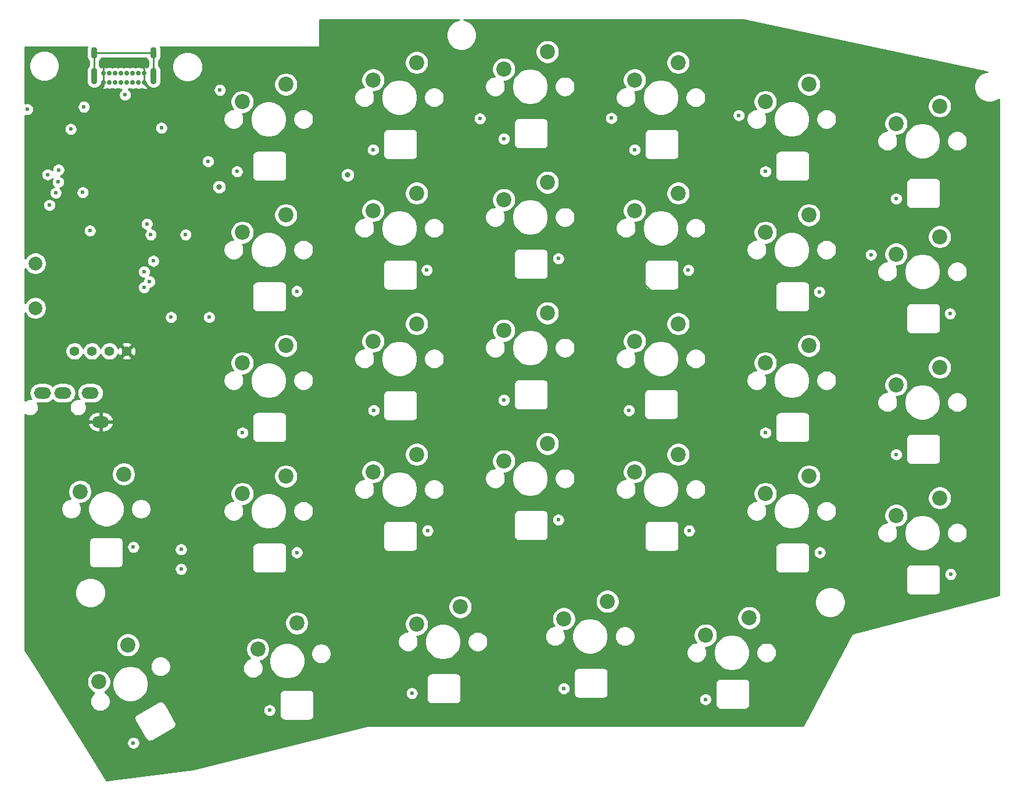
<source format=gbr>
G04 #@! TF.GenerationSoftware,KiCad,Pcbnew,5.1.5+dfsg1-2build2*
G04 #@! TF.CreationDate,2021-01-09T21:52:19+00:00*
G04 #@! TF.ProjectId,cynaroides,63796e61-726f-4696-9465-732e6b696361,rev?*
G04 #@! TF.SameCoordinates,Original*
G04 #@! TF.FileFunction,Copper,L2,Inr*
G04 #@! TF.FilePolarity,Positive*
%FSLAX46Y46*%
G04 Gerber Fmt 4.6, Leading zero omitted, Abs format (unit mm)*
G04 Created by KiCad (PCBNEW 5.1.5+dfsg1-2build2) date 2021-01-09 21:52:19*
%MOMM*%
%LPD*%
G04 APERTURE LIST*
%ADD10C,2.200000*%
%ADD11O,0.900000X1.700000*%
%ADD12O,0.900000X2.400000*%
%ADD13C,0.700000*%
%ADD14O,2.500000X1.700000*%
%ADD15C,1.397000*%
%ADD16C,2.000000*%
%ADD17C,0.600000*%
%ADD18C,0.800000*%
%ADD19C,0.250000*%
%ADD20C,0.254000*%
G04 APERTURE END LIST*
D10*
X96837500Y-50165000D03*
X103187500Y-47625000D03*
X115887500Y-48577500D03*
X122237500Y-46037500D03*
X134937500Y-50165000D03*
X141287500Y-47625000D03*
X153987500Y-53340000D03*
X160337500Y-50800000D03*
X77787500Y-72390000D03*
X84137500Y-69850000D03*
X96837500Y-69215000D03*
X103187500Y-66675000D03*
X115887500Y-67627500D03*
X122237500Y-65087500D03*
X134937500Y-69215000D03*
X141287500Y-66675000D03*
X153987500Y-72390000D03*
X160337500Y-69850000D03*
X134937500Y-88265000D03*
X141287500Y-85725000D03*
X153987500Y-91440000D03*
X160337500Y-88900000D03*
X80041858Y-114135984D03*
X85725000Y-110331250D03*
X103187500Y-110490000D03*
X109537500Y-107950000D03*
X124618750Y-109696250D03*
X130968750Y-107156250D03*
X145256250Y-112077500D03*
X151606250Y-109537500D03*
X115887500Y-86677500D03*
X122237500Y-84137500D03*
X77787500Y-34290000D03*
X84137500Y-31750000D03*
X153987500Y-34290000D03*
X160337500Y-31750000D03*
X77787500Y-53340000D03*
X84137500Y-50800000D03*
X96837500Y-88265000D03*
X103187500Y-85725000D03*
X77787500Y-91440000D03*
X84137500Y-88900000D03*
D11*
X56200000Y-27136000D03*
X64850000Y-27136000D03*
D12*
X56200000Y-30516000D03*
X64850000Y-30516000D03*
D13*
X60100000Y-30146000D03*
X57550000Y-30146000D03*
X58400000Y-30146000D03*
X59250000Y-30146000D03*
X63500000Y-30146000D03*
X61800000Y-30146000D03*
X60950000Y-30146000D03*
X62650000Y-30146000D03*
X57550000Y-31496000D03*
X58400000Y-31496000D03*
X59250000Y-31496000D03*
X60100000Y-31496000D03*
X60950000Y-31496000D03*
X61800000Y-31496000D03*
X62650000Y-31496000D03*
X63500000Y-31496000D03*
D14*
X57150000Y-80962500D03*
X55650000Y-76762500D03*
X51650000Y-76762500D03*
X48650000Y-76762500D03*
D15*
X60960000Y-70643750D03*
X58420000Y-70643750D03*
X55880000Y-70643750D03*
X53340000Y-70643750D03*
D16*
X47625000Y-64368750D03*
X47625000Y-57868750D03*
D10*
X56889489Y-118880955D03*
X61118750Y-113506250D03*
X54133750Y-91122500D03*
X60483750Y-88582500D03*
X173037500Y-94615000D03*
X179387500Y-92075000D03*
X173037500Y-75565000D03*
X179387500Y-73025000D03*
X173037500Y-56515000D03*
X179387500Y-53975000D03*
X173037500Y-37465000D03*
X179387500Y-34925000D03*
X134937500Y-31115000D03*
X141287500Y-28575000D03*
X115887500Y-29527500D03*
X122237500Y-26987500D03*
X96837500Y-31115000D03*
X103187500Y-28575000D03*
D17*
X60706000Y-33274000D03*
X86518750Y-42862500D03*
X104775000Y-39687500D03*
X123825000Y-38100000D03*
X161925000Y-42862500D03*
X142875000Y-39687500D03*
X180975000Y-46831250D03*
X173037500Y-66675000D03*
X153987500Y-63500000D03*
X134937500Y-60325000D03*
X115887500Y-58737500D03*
X96837500Y-60325000D03*
X77787500Y-63500000D03*
X85725000Y-80962500D03*
X104775000Y-77787500D03*
X123825000Y-76200000D03*
X143668750Y-77787500D03*
X161806250Y-81056250D03*
X180975000Y-84137500D03*
X173037500Y-104775000D03*
X153987500Y-101600000D03*
X134937500Y-98425000D03*
X115887500Y-96837500D03*
X96931250Y-98331250D03*
X77787500Y-101600000D03*
X53975000Y-100806250D03*
X67468750Y-121443750D03*
X88900000Y-120650000D03*
X109906250Y-118406250D03*
X132556250Y-118268750D03*
X153193750Y-119856250D03*
X52324000Y-31496000D03*
X62788800Y-49250600D03*
X56896000Y-49606200D03*
X54508400Y-48768000D03*
X49809400Y-51282600D03*
X61976000Y-41325800D03*
X51384200Y-41884600D03*
X55930800Y-36195000D03*
X58978800Y-57581800D03*
X62712600Y-53136800D03*
X46380400Y-37998400D03*
X50038000Y-54762400D03*
X51333400Y-58420000D03*
X53386000Y-63114200D03*
X47726600Y-43916600D03*
X54533800Y-47498000D03*
X63881000Y-52095400D03*
X65989200Y-38100000D03*
X52781200Y-38277800D03*
X46456600Y-35382200D03*
X49428400Y-44907200D03*
X76993750Y-44450000D03*
X96837500Y-41275000D03*
X115887500Y-39687500D03*
X134937500Y-41275000D03*
X153987500Y-44450000D03*
X173037500Y-48418750D03*
X180881250Y-65181250D03*
X161831250Y-62006250D03*
X142756250Y-58831250D03*
X123825000Y-57150000D03*
X104656250Y-58831250D03*
X85725000Y-61912500D03*
X77787500Y-82550000D03*
X96931250Y-79281250D03*
X115887500Y-77787500D03*
X134112000Y-79298800D03*
X153987500Y-82550000D03*
X173037500Y-85725000D03*
X180975000Y-103187500D03*
X161925000Y-100012500D03*
X142875000Y-96837500D03*
X123825000Y-95250000D03*
X104775000Y-96837500D03*
X85725000Y-100012500D03*
X61912500Y-99218750D03*
X61912500Y-127793750D03*
X81756250Y-123031250D03*
X102487500Y-120556250D03*
X124618750Y-119856250D03*
X145256250Y-121443750D03*
X54711600Y-35026600D03*
X74523600Y-32562800D03*
X64249899Y-60516600D03*
X64820800Y-57505600D03*
X63466508Y-61361990D03*
X63474600Y-59066600D03*
X50952400Y-45991000D03*
X49682400Y-49352200D03*
X50596800Y-47574200D03*
X72948800Y-65709800D03*
X67411600Y-65709800D03*
X68859400Y-102438200D03*
X68859400Y-99568000D03*
X51008600Y-44216000D03*
X72796400Y-42976800D03*
D18*
X74422000Y-46710600D03*
X93116400Y-44958000D03*
D17*
X112395000Y-36753800D03*
X131546600Y-36677600D03*
X150114000Y-36271200D03*
X64439800Y-53670200D03*
X69519800Y-53670200D03*
X169367200Y-56591200D03*
X55575200Y-53086000D03*
D19*
X138980514Y-63500000D02*
X135805514Y-60325000D01*
X153987500Y-63500000D02*
X138980514Y-63500000D01*
X57550000Y-30146000D02*
X57550000Y-31496000D01*
X57550000Y-31990974D02*
X57404000Y-32136974D01*
X57550000Y-31496000D02*
X57550000Y-31990974D01*
X57404000Y-32136974D02*
X57404000Y-33020000D01*
X63500000Y-30146000D02*
X63500000Y-31496000D01*
X57550000Y-30146000D02*
X57550000Y-29318000D01*
X57550000Y-29318000D02*
X57912000Y-28956000D01*
X57912000Y-28956000D02*
X62992000Y-28956000D01*
X63500000Y-29464000D02*
X63500000Y-30146000D01*
X62992000Y-28956000D02*
X63500000Y-29464000D01*
X58978800Y-57581800D02*
X58978800Y-56769000D01*
X64850000Y-29066000D02*
X64850000Y-27136000D01*
X64850000Y-30516000D02*
X64850000Y-29066000D01*
X64150000Y-27136000D02*
X56200000Y-27136000D01*
X64850000Y-27136000D02*
X64150000Y-27136000D01*
X56200000Y-28236000D02*
X56200000Y-30516000D01*
X56200000Y-27136000D02*
X56200000Y-28236000D01*
D20*
G36*
X109050675Y-22412690D02*
G01*
X108643931Y-22581169D01*
X108277871Y-22825762D01*
X107966562Y-23137071D01*
X107721969Y-23503131D01*
X107553490Y-23909875D01*
X107467600Y-24341672D01*
X107467600Y-24781928D01*
X107553490Y-25213725D01*
X107721969Y-25620469D01*
X107966562Y-25986529D01*
X108277871Y-26297838D01*
X108643931Y-26542431D01*
X109050675Y-26710910D01*
X109482472Y-26796800D01*
X109922728Y-26796800D01*
X110354525Y-26710910D01*
X110761269Y-26542431D01*
X111127329Y-26297838D01*
X111438638Y-25986529D01*
X111683231Y-25620469D01*
X111851710Y-25213725D01*
X111937600Y-24781928D01*
X111937600Y-24341672D01*
X111851710Y-23909875D01*
X111683231Y-23503131D01*
X111438638Y-23137071D01*
X111127329Y-22825762D01*
X110761269Y-22581169D01*
X110354525Y-22412690D01*
X110049417Y-22352000D01*
X150799141Y-22352000D01*
X186322489Y-29910159D01*
X185961875Y-29981890D01*
X185555131Y-30150369D01*
X185189071Y-30394962D01*
X184877762Y-30706271D01*
X184633169Y-31072331D01*
X184464690Y-31479075D01*
X184378800Y-31910872D01*
X184378800Y-32351128D01*
X184464690Y-32782925D01*
X184633169Y-33189669D01*
X184877762Y-33555729D01*
X185189071Y-33867038D01*
X185555131Y-34111631D01*
X185961875Y-34280110D01*
X186393672Y-34366000D01*
X186833928Y-34366000D01*
X187265725Y-34280110D01*
X187672469Y-34111631D01*
X187991750Y-33898295D01*
X187991750Y-106264227D01*
X166655628Y-111795814D01*
X166632257Y-111804395D01*
X166611009Y-111817369D01*
X166592700Y-111834240D01*
X166575259Y-111859328D01*
X159467286Y-125285500D01*
X96043750Y-125285500D01*
X96012948Y-125289292D01*
X70620386Y-131637433D01*
X58008466Y-133213922D01*
X54563303Y-127701661D01*
X60977500Y-127701661D01*
X60977500Y-127885839D01*
X61013432Y-128066479D01*
X61083914Y-128236639D01*
X61186238Y-128389778D01*
X61316472Y-128520012D01*
X61469611Y-128622336D01*
X61639771Y-128692818D01*
X61820411Y-128728750D01*
X62004589Y-128728750D01*
X62185229Y-128692818D01*
X62355389Y-128622336D01*
X62508528Y-128520012D01*
X62638762Y-128389778D01*
X62741086Y-128236639D01*
X62811568Y-128066479D01*
X62847500Y-127885839D01*
X62847500Y-127701661D01*
X62811568Y-127521021D01*
X62741086Y-127350861D01*
X62638762Y-127197722D01*
X62508528Y-127067488D01*
X62355389Y-126965164D01*
X62185229Y-126894682D01*
X62004589Y-126858750D01*
X61820411Y-126858750D01*
X61639771Y-126894682D01*
X61469611Y-126965164D01*
X61316472Y-127067488D01*
X61186238Y-127197722D01*
X61083914Y-127350861D01*
X61013432Y-127521021D01*
X60977500Y-127701661D01*
X54563303Y-127701661D01*
X52331476Y-124130737D01*
X62056788Y-124130737D01*
X62061267Y-124267565D01*
X62092354Y-124400891D01*
X62129331Y-124482500D01*
X62148855Y-124525591D01*
X62168832Y-124553469D01*
X63684703Y-127179036D01*
X63698855Y-127210269D01*
X63718828Y-127238142D01*
X63718833Y-127238150D01*
X63778597Y-127321551D01*
X63878518Y-127415136D01*
X63994776Y-127487430D01*
X64122904Y-127535655D01*
X64257979Y-127557955D01*
X64257980Y-127557955D01*
X64394807Y-127553476D01*
X64528134Y-127522389D01*
X64621592Y-127480044D01*
X64621603Y-127480038D01*
X64652834Y-127465887D01*
X64680705Y-127445915D01*
X67739301Y-125680035D01*
X67770526Y-125665887D01*
X67798392Y-125645919D01*
X67798407Y-125645910D01*
X67881807Y-125586146D01*
X67975393Y-125486225D01*
X68047687Y-125369968D01*
X68095912Y-125241839D01*
X68118212Y-125106765D01*
X68118212Y-125106763D01*
X68113733Y-124969934D01*
X68082645Y-124836607D01*
X68040300Y-124743150D01*
X68040296Y-124743143D01*
X68026144Y-124711909D01*
X68006171Y-124684036D01*
X66998767Y-122939161D01*
X80821250Y-122939161D01*
X80821250Y-123123339D01*
X80857182Y-123303979D01*
X80927664Y-123474139D01*
X81029988Y-123627278D01*
X81160222Y-123757512D01*
X81313361Y-123859836D01*
X81483521Y-123930318D01*
X81664161Y-123966250D01*
X81848339Y-123966250D01*
X82028979Y-123930318D01*
X82199139Y-123859836D01*
X82352278Y-123757512D01*
X82482512Y-123627278D01*
X82584836Y-123474139D01*
X82655318Y-123303979D01*
X82691250Y-123123339D01*
X82691250Y-122939161D01*
X82655318Y-122758521D01*
X82584836Y-122588361D01*
X82482512Y-122435222D01*
X82352278Y-122304988D01*
X82199139Y-122202664D01*
X82028979Y-122132182D01*
X81848339Y-122096250D01*
X81664161Y-122096250D01*
X81483521Y-122132182D01*
X81313361Y-122202664D01*
X81160222Y-122304988D01*
X81029988Y-122435222D01*
X80927664Y-122588361D01*
X80857182Y-122758521D01*
X80821250Y-122939161D01*
X66998767Y-122939161D01*
X66490296Y-122058464D01*
X66476144Y-122027231D01*
X66456171Y-121999359D01*
X66456166Y-121999350D01*
X66396401Y-121915949D01*
X66296481Y-121822363D01*
X66180223Y-121750070D01*
X66052095Y-121701845D01*
X65917020Y-121679545D01*
X65780191Y-121684024D01*
X65739651Y-121693477D01*
X65646866Y-121715111D01*
X65522165Y-121771612D01*
X65494283Y-121791592D01*
X62435718Y-123557455D01*
X62404473Y-123571612D01*
X62376593Y-123591591D01*
X62293192Y-123651355D01*
X62247931Y-123699680D01*
X62199606Y-123751276D01*
X62127313Y-123867534D01*
X62079088Y-123995662D01*
X62056788Y-124130737D01*
X52331476Y-124130737D01*
X48943560Y-118710072D01*
X55154489Y-118710072D01*
X55154489Y-119051838D01*
X55221164Y-119387036D01*
X55351952Y-119702786D01*
X55541826Y-119986953D01*
X55783491Y-120228618D01*
X56067658Y-120418492D01*
X56228405Y-120485076D01*
X56113004Y-120562184D01*
X55906161Y-120769027D01*
X55743646Y-121012248D01*
X55631704Y-121282501D01*
X55574636Y-121569399D01*
X55574636Y-121861919D01*
X55631704Y-122148817D01*
X55743646Y-122419070D01*
X55906161Y-122662291D01*
X56113004Y-122869134D01*
X56356225Y-123031649D01*
X56626478Y-123143591D01*
X56913376Y-123200659D01*
X57205896Y-123200659D01*
X57492794Y-123143591D01*
X57763047Y-123031649D01*
X58006268Y-122869134D01*
X58213111Y-122662291D01*
X58375626Y-122419070D01*
X58487568Y-122148817D01*
X58544636Y-121861919D01*
X58544636Y-121569399D01*
X58487568Y-121282501D01*
X58375626Y-121012248D01*
X58213111Y-120769027D01*
X58006268Y-120562184D01*
X57763047Y-120399669D01*
X57748505Y-120393646D01*
X57995487Y-120228618D01*
X58237152Y-119986953D01*
X58427026Y-119702786D01*
X58557814Y-119387036D01*
X58624489Y-119051838D01*
X58624489Y-118916134D01*
X58824045Y-118916134D01*
X58824045Y-119435184D01*
X58925306Y-119944260D01*
X59123938Y-120423800D01*
X59412307Y-120855374D01*
X59779330Y-121222397D01*
X60210904Y-121510766D01*
X60690444Y-121709398D01*
X61199520Y-121810659D01*
X61718570Y-121810659D01*
X62227646Y-121709398D01*
X62707186Y-121510766D01*
X63138760Y-121222397D01*
X63505783Y-120855374D01*
X63617953Y-120687500D01*
X83226638Y-120687500D01*
X83230001Y-120721645D01*
X83230000Y-123753365D01*
X83226638Y-123787500D01*
X83240057Y-123923744D01*
X83279798Y-124054752D01*
X83344333Y-124175489D01*
X83431183Y-124281317D01*
X83532205Y-124364223D01*
X83537011Y-124368167D01*
X83657748Y-124432702D01*
X83788756Y-124472443D01*
X83925000Y-124485862D01*
X83959134Y-124482500D01*
X87490866Y-124482500D01*
X87525000Y-124485862D01*
X87661244Y-124472443D01*
X87792252Y-124432702D01*
X87912989Y-124368167D01*
X88018817Y-124281317D01*
X88105667Y-124175489D01*
X88170202Y-124054752D01*
X88209943Y-123923744D01*
X88220000Y-123821635D01*
X88220000Y-123821634D01*
X88223362Y-123787500D01*
X88220000Y-123753365D01*
X88220000Y-120721635D01*
X88223362Y-120687500D01*
X88209943Y-120551256D01*
X88183523Y-120464161D01*
X101552500Y-120464161D01*
X101552500Y-120648339D01*
X101588432Y-120828979D01*
X101658914Y-120999139D01*
X101761238Y-121152278D01*
X101891472Y-121282512D01*
X102044611Y-121384836D01*
X102214771Y-121455318D01*
X102395411Y-121491250D01*
X102579589Y-121491250D01*
X102760229Y-121455318D01*
X102930389Y-121384836D01*
X103083528Y-121282512D01*
X103213762Y-121152278D01*
X103316086Y-120999139D01*
X103386568Y-120828979D01*
X103422500Y-120648339D01*
X103422500Y-120464161D01*
X103386568Y-120283521D01*
X103316086Y-120113361D01*
X103213762Y-119960222D01*
X103083528Y-119829988D01*
X102930389Y-119727664D01*
X102760229Y-119657182D01*
X102579589Y-119621250D01*
X102395411Y-119621250D01*
X102214771Y-119657182D01*
X102044611Y-119727664D01*
X101891472Y-119829988D01*
X101761238Y-119960222D01*
X101658914Y-120113361D01*
X101588432Y-120283521D01*
X101552500Y-120464161D01*
X88183523Y-120464161D01*
X88170202Y-120420248D01*
X88105667Y-120299511D01*
X88018817Y-120193683D01*
X87912989Y-120106833D01*
X87792252Y-120042298D01*
X87661244Y-120002557D01*
X87559135Y-119992500D01*
X87559134Y-119992500D01*
X87525000Y-119989138D01*
X87490865Y-119992500D01*
X83959135Y-119992500D01*
X83925000Y-119989138D01*
X83890866Y-119992500D01*
X83890865Y-119992500D01*
X83788756Y-120002557D01*
X83657748Y-120042298D01*
X83537011Y-120106833D01*
X83431183Y-120193683D01*
X83344333Y-120299511D01*
X83279798Y-120420248D01*
X83240057Y-120551256D01*
X83226638Y-120687500D01*
X63617953Y-120687500D01*
X63794152Y-120423800D01*
X63992784Y-119944260D01*
X64094045Y-119435184D01*
X64094045Y-118916134D01*
X63992784Y-118407058D01*
X63794152Y-117927518D01*
X63505783Y-117495944D01*
X63138760Y-117128921D01*
X62707186Y-116840552D01*
X62227646Y-116641920D01*
X61718570Y-116540659D01*
X61199520Y-116540659D01*
X60690444Y-116641920D01*
X60210904Y-116840552D01*
X59779330Y-117128921D01*
X59412307Y-117495944D01*
X59123938Y-117927518D01*
X58925306Y-118407058D01*
X58824045Y-118916134D01*
X58624489Y-118916134D01*
X58624489Y-118710072D01*
X58557814Y-118374874D01*
X58427026Y-118059124D01*
X58237152Y-117774957D01*
X57995487Y-117533292D01*
X57711320Y-117343418D01*
X57395570Y-117212630D01*
X57060372Y-117145955D01*
X56718606Y-117145955D01*
X56383408Y-117212630D01*
X56067658Y-117343418D01*
X55783491Y-117533292D01*
X55541826Y-117774957D01*
X55351952Y-118059124D01*
X55221164Y-118374874D01*
X55154489Y-118710072D01*
X48943560Y-118710072D01*
X47555640Y-116489399D01*
X64373455Y-116489399D01*
X64373455Y-116781919D01*
X64430523Y-117068817D01*
X64542465Y-117339070D01*
X64704980Y-117582291D01*
X64911823Y-117789134D01*
X65155044Y-117951649D01*
X65425297Y-118063591D01*
X65712195Y-118120659D01*
X66004715Y-118120659D01*
X66291613Y-118063591D01*
X66561866Y-117951649D01*
X66805087Y-117789134D01*
X67011930Y-117582291D01*
X67174445Y-117339070D01*
X67286387Y-117068817D01*
X67343455Y-116781919D01*
X67343455Y-116738267D01*
X77842707Y-116738267D01*
X77842707Y-117030787D01*
X77899775Y-117317685D01*
X78011717Y-117587938D01*
X78174232Y-117831159D01*
X78381075Y-118038002D01*
X78624296Y-118200517D01*
X78894549Y-118312459D01*
X79181447Y-118369527D01*
X79473967Y-118369527D01*
X79760865Y-118312459D01*
X80031118Y-118200517D01*
X80274339Y-118038002D01*
X80481182Y-117831159D01*
X80643697Y-117587938D01*
X80755639Y-117317685D01*
X80812707Y-117030787D01*
X80812707Y-116738267D01*
X80755639Y-116451369D01*
X80643697Y-116181116D01*
X80481182Y-115937895D01*
X80380835Y-115837548D01*
X80547939Y-115804309D01*
X80863689Y-115673521D01*
X81020398Y-115568811D01*
X81661696Y-115568811D01*
X81661696Y-116087861D01*
X81762957Y-116596937D01*
X81961589Y-117076477D01*
X82249958Y-117508051D01*
X82616981Y-117875074D01*
X83048555Y-118163443D01*
X83528095Y-118362075D01*
X84037171Y-118463336D01*
X84556221Y-118463336D01*
X85065297Y-118362075D01*
X85200070Y-118306250D01*
X104657888Y-118306250D01*
X104661251Y-118340395D01*
X104661250Y-121372115D01*
X104657888Y-121406250D01*
X104671307Y-121542494D01*
X104711048Y-121673502D01*
X104775583Y-121794239D01*
X104862433Y-121900067D01*
X104924832Y-121951276D01*
X104968261Y-121986917D01*
X105088998Y-122051452D01*
X105220006Y-122091193D01*
X105356250Y-122104612D01*
X105390384Y-122101250D01*
X108922116Y-122101250D01*
X108956250Y-122104612D01*
X109092494Y-122091193D01*
X109223502Y-122051452D01*
X109344239Y-121986917D01*
X109450067Y-121900067D01*
X109536917Y-121794239D01*
X109601452Y-121673502D01*
X109641193Y-121542494D01*
X109651250Y-121440385D01*
X109651250Y-121440384D01*
X109654612Y-121406250D01*
X109651250Y-121372115D01*
X109651250Y-121351661D01*
X144321250Y-121351661D01*
X144321250Y-121535839D01*
X144357182Y-121716479D01*
X144427664Y-121886639D01*
X144529988Y-122039778D01*
X144660222Y-122170012D01*
X144813361Y-122272336D01*
X144983521Y-122342818D01*
X145164161Y-122378750D01*
X145348339Y-122378750D01*
X145528979Y-122342818D01*
X145699139Y-122272336D01*
X145852278Y-122170012D01*
X145982512Y-122039778D01*
X146084836Y-121886639D01*
X146155318Y-121716479D01*
X146191250Y-121535839D01*
X146191250Y-121351661D01*
X146155318Y-121171021D01*
X146084836Y-121000861D01*
X145982512Y-120847722D01*
X145852278Y-120717488D01*
X145699139Y-120615164D01*
X145528979Y-120544682D01*
X145348339Y-120508750D01*
X145164161Y-120508750D01*
X144983521Y-120544682D01*
X144813361Y-120615164D01*
X144660222Y-120717488D01*
X144529988Y-120847722D01*
X144427664Y-121000861D01*
X144357182Y-121171021D01*
X144321250Y-121351661D01*
X109651250Y-121351661D01*
X109651250Y-119764161D01*
X123683750Y-119764161D01*
X123683750Y-119948339D01*
X123719682Y-120128979D01*
X123790164Y-120299139D01*
X123892488Y-120452278D01*
X124022722Y-120582512D01*
X124175861Y-120684836D01*
X124346021Y-120755318D01*
X124526661Y-120791250D01*
X124710839Y-120791250D01*
X124891479Y-120755318D01*
X125061639Y-120684836D01*
X125214778Y-120582512D01*
X125345012Y-120452278D01*
X125447336Y-120299139D01*
X125517818Y-120128979D01*
X125553750Y-119948339D01*
X125553750Y-119764161D01*
X125517818Y-119583521D01*
X125447336Y-119413361D01*
X125345012Y-119260222D01*
X125214778Y-119129988D01*
X125061639Y-119027664D01*
X124891479Y-118957182D01*
X124710839Y-118921250D01*
X124526661Y-118921250D01*
X124346021Y-118957182D01*
X124175861Y-119027664D01*
X124022722Y-119129988D01*
X123892488Y-119260222D01*
X123790164Y-119413361D01*
X123719682Y-119583521D01*
X123683750Y-119764161D01*
X109651250Y-119764161D01*
X109651250Y-118340385D01*
X109654612Y-118306250D01*
X109641193Y-118170006D01*
X109601452Y-118038998D01*
X109536917Y-117918261D01*
X109450067Y-117812433D01*
X109344239Y-117725583D01*
X109223502Y-117661048D01*
X109092494Y-117621307D01*
X108990385Y-117611250D01*
X108990384Y-117611250D01*
X108956250Y-117607888D01*
X108922115Y-117611250D01*
X105390385Y-117611250D01*
X105356250Y-117607888D01*
X105322116Y-117611250D01*
X105322115Y-117611250D01*
X105220006Y-117621307D01*
X105088998Y-117661048D01*
X104968261Y-117725583D01*
X104862433Y-117812433D01*
X104775583Y-117918261D01*
X104711048Y-118038998D01*
X104671307Y-118170006D01*
X104657888Y-118306250D01*
X85200070Y-118306250D01*
X85544837Y-118163443D01*
X85976411Y-117875074D01*
X86338985Y-117512500D01*
X126089138Y-117512500D01*
X126092501Y-117546645D01*
X126092500Y-120578365D01*
X126089138Y-120612500D01*
X126102557Y-120748744D01*
X126142298Y-120879752D01*
X126206833Y-121000489D01*
X126293683Y-121106317D01*
X126372526Y-121171021D01*
X126399511Y-121193167D01*
X126520248Y-121257702D01*
X126651256Y-121297443D01*
X126787500Y-121310862D01*
X126821634Y-121307500D01*
X130353366Y-121307500D01*
X130387500Y-121310862D01*
X130523744Y-121297443D01*
X130654752Y-121257702D01*
X130775489Y-121193167D01*
X130881317Y-121106317D01*
X130968167Y-121000489D01*
X131032702Y-120879752D01*
X131072443Y-120748744D01*
X131082500Y-120646635D01*
X131082500Y-120646634D01*
X131085862Y-120612500D01*
X131082500Y-120578365D01*
X131082500Y-119100000D01*
X146726638Y-119100000D01*
X146730001Y-119134145D01*
X146730000Y-122165865D01*
X146726638Y-122200000D01*
X146740057Y-122336244D01*
X146779798Y-122467252D01*
X146844333Y-122587989D01*
X146931183Y-122693817D01*
X147010026Y-122758521D01*
X147037011Y-122780667D01*
X147157748Y-122845202D01*
X147288756Y-122884943D01*
X147425000Y-122898362D01*
X147459134Y-122895000D01*
X150990866Y-122895000D01*
X151025000Y-122898362D01*
X151161244Y-122884943D01*
X151292252Y-122845202D01*
X151412989Y-122780667D01*
X151518817Y-122693817D01*
X151605667Y-122587989D01*
X151670202Y-122467252D01*
X151709943Y-122336244D01*
X151720000Y-122234135D01*
X151720000Y-122234134D01*
X151723362Y-122200000D01*
X151720000Y-122165865D01*
X151720000Y-119134135D01*
X151723362Y-119100000D01*
X151709943Y-118963756D01*
X151670202Y-118832748D01*
X151605667Y-118712011D01*
X151518817Y-118606183D01*
X151412989Y-118519333D01*
X151292252Y-118454798D01*
X151161244Y-118415057D01*
X151059135Y-118405000D01*
X151059134Y-118405000D01*
X151025000Y-118401638D01*
X150990865Y-118405000D01*
X147459135Y-118405000D01*
X147425000Y-118401638D01*
X147390866Y-118405000D01*
X147390865Y-118405000D01*
X147288756Y-118415057D01*
X147157748Y-118454798D01*
X147037011Y-118519333D01*
X146931183Y-118606183D01*
X146844333Y-118712011D01*
X146779798Y-118832748D01*
X146740057Y-118963756D01*
X146726638Y-119100000D01*
X131082500Y-119100000D01*
X131082500Y-117546635D01*
X131085862Y-117512500D01*
X131072443Y-117376256D01*
X131032702Y-117245248D01*
X130968167Y-117124511D01*
X130881317Y-117018683D01*
X130775489Y-116931833D01*
X130654752Y-116867298D01*
X130523744Y-116827557D01*
X130421635Y-116817500D01*
X130421634Y-116817500D01*
X130387500Y-116814138D01*
X130353365Y-116817500D01*
X126821635Y-116817500D01*
X126787500Y-116814138D01*
X126753366Y-116817500D01*
X126753365Y-116817500D01*
X126651256Y-116827557D01*
X126520248Y-116867298D01*
X126399511Y-116931833D01*
X126293683Y-117018683D01*
X126206833Y-117124511D01*
X126142298Y-117245248D01*
X126102557Y-117376256D01*
X126089138Y-117512500D01*
X86338985Y-117512500D01*
X86343434Y-117508051D01*
X86631803Y-117076477D01*
X86830435Y-116596937D01*
X86931696Y-116087861D01*
X86931696Y-115568811D01*
X86830435Y-115059735D01*
X86650729Y-114625884D01*
X87780686Y-114625884D01*
X87780686Y-114918404D01*
X87837754Y-115205302D01*
X87949696Y-115475555D01*
X88112211Y-115718776D01*
X88319054Y-115925619D01*
X88562275Y-116088134D01*
X88832528Y-116200076D01*
X89119426Y-116257144D01*
X89411946Y-116257144D01*
X89698844Y-116200076D01*
X89969097Y-116088134D01*
X90212318Y-115925619D01*
X90419161Y-115718776D01*
X90581676Y-115475555D01*
X90693618Y-115205302D01*
X90750686Y-114918404D01*
X90750686Y-114625884D01*
X90693618Y-114338986D01*
X90581676Y-114068733D01*
X90419161Y-113825512D01*
X90212318Y-113618669D01*
X89969097Y-113456154D01*
X89698844Y-113344212D01*
X89411946Y-113287144D01*
X89119426Y-113287144D01*
X88832528Y-113344212D01*
X88562275Y-113456154D01*
X88319054Y-113618669D01*
X88112211Y-113825512D01*
X87949696Y-114068733D01*
X87837754Y-114338986D01*
X87780686Y-114625884D01*
X86650729Y-114625884D01*
X86631803Y-114580195D01*
X86343434Y-114148621D01*
X85976411Y-113781598D01*
X85544837Y-113493229D01*
X85065297Y-113294597D01*
X84556221Y-113193336D01*
X84037171Y-113193336D01*
X83528095Y-113294597D01*
X83048555Y-113493229D01*
X82616981Y-113781598D01*
X82249958Y-114148621D01*
X81961589Y-114580195D01*
X81762957Y-115059735D01*
X81661696Y-115568811D01*
X81020398Y-115568811D01*
X81147856Y-115483647D01*
X81389521Y-115241982D01*
X81579395Y-114957815D01*
X81710183Y-114642065D01*
X81776858Y-114306867D01*
X81776858Y-113965101D01*
X81710183Y-113629903D01*
X81579395Y-113314153D01*
X81389521Y-113029986D01*
X81243275Y-112883740D01*
X100432500Y-112883740D01*
X100432500Y-113176260D01*
X100489568Y-113463158D01*
X100601510Y-113733411D01*
X100764025Y-113976632D01*
X100970868Y-114183475D01*
X101214089Y-114345990D01*
X101484342Y-114457932D01*
X101771240Y-114515000D01*
X102063760Y-114515000D01*
X102350658Y-114457932D01*
X102620911Y-114345990D01*
X102864132Y-114183475D01*
X103070975Y-113976632D01*
X103233490Y-113733411D01*
X103345432Y-113463158D01*
X103402500Y-113176260D01*
X103402500Y-112883740D01*
X103379971Y-112770475D01*
X104362500Y-112770475D01*
X104362500Y-113289525D01*
X104463761Y-113798601D01*
X104662393Y-114278141D01*
X104950762Y-114709715D01*
X105317785Y-115076738D01*
X105749359Y-115365107D01*
X106228899Y-115563739D01*
X106737975Y-115665000D01*
X107257025Y-115665000D01*
X107766101Y-115563739D01*
X108245641Y-115365107D01*
X108677215Y-115076738D01*
X109044238Y-114709715D01*
X109332607Y-114278141D01*
X109531239Y-113798601D01*
X109632500Y-113289525D01*
X109632500Y-112883740D01*
X110592500Y-112883740D01*
X110592500Y-113176260D01*
X110649568Y-113463158D01*
X110761510Y-113733411D01*
X110924025Y-113976632D01*
X111130868Y-114183475D01*
X111374089Y-114345990D01*
X111644342Y-114457932D01*
X111931240Y-114515000D01*
X112223760Y-114515000D01*
X112510658Y-114457932D01*
X112780911Y-114345990D01*
X113024132Y-114183475D01*
X113230975Y-113976632D01*
X113393490Y-113733411D01*
X113505432Y-113463158D01*
X113562500Y-113176260D01*
X113562500Y-112883740D01*
X113505432Y-112596842D01*
X113393490Y-112326589D01*
X113235400Y-112089990D01*
X121863750Y-112089990D01*
X121863750Y-112382510D01*
X121920818Y-112669408D01*
X122032760Y-112939661D01*
X122195275Y-113182882D01*
X122402118Y-113389725D01*
X122645339Y-113552240D01*
X122915592Y-113664182D01*
X123202490Y-113721250D01*
X123495010Y-113721250D01*
X123781908Y-113664182D01*
X124052161Y-113552240D01*
X124295382Y-113389725D01*
X124502225Y-113182882D01*
X124664740Y-112939661D01*
X124776682Y-112669408D01*
X124833750Y-112382510D01*
X124833750Y-112089990D01*
X124811221Y-111976725D01*
X125793750Y-111976725D01*
X125793750Y-112495775D01*
X125895011Y-113004851D01*
X126093643Y-113484391D01*
X126382012Y-113915965D01*
X126749035Y-114282988D01*
X127180609Y-114571357D01*
X127660149Y-114769989D01*
X128169225Y-114871250D01*
X128688275Y-114871250D01*
X129197351Y-114769989D01*
X129676891Y-114571357D01*
X129826726Y-114471240D01*
X142501250Y-114471240D01*
X142501250Y-114763760D01*
X142558318Y-115050658D01*
X142670260Y-115320911D01*
X142832775Y-115564132D01*
X143039618Y-115770975D01*
X143282839Y-115933490D01*
X143553092Y-116045432D01*
X143839990Y-116102500D01*
X144132510Y-116102500D01*
X144419408Y-116045432D01*
X144689661Y-115933490D01*
X144932882Y-115770975D01*
X145139725Y-115564132D01*
X145302240Y-115320911D01*
X145414182Y-115050658D01*
X145471250Y-114763760D01*
X145471250Y-114471240D01*
X145448721Y-114357975D01*
X146431250Y-114357975D01*
X146431250Y-114877025D01*
X146532511Y-115386101D01*
X146731143Y-115865641D01*
X147019512Y-116297215D01*
X147386535Y-116664238D01*
X147818109Y-116952607D01*
X148297649Y-117151239D01*
X148806725Y-117252500D01*
X149325775Y-117252500D01*
X149834851Y-117151239D01*
X150314391Y-116952607D01*
X150745965Y-116664238D01*
X151112988Y-116297215D01*
X151401357Y-115865641D01*
X151599989Y-115386101D01*
X151701250Y-114877025D01*
X151701250Y-114471240D01*
X152661250Y-114471240D01*
X152661250Y-114763760D01*
X152718318Y-115050658D01*
X152830260Y-115320911D01*
X152992775Y-115564132D01*
X153199618Y-115770975D01*
X153442839Y-115933490D01*
X153713092Y-116045432D01*
X153999990Y-116102500D01*
X154292510Y-116102500D01*
X154579408Y-116045432D01*
X154849661Y-115933490D01*
X155092882Y-115770975D01*
X155299725Y-115564132D01*
X155462240Y-115320911D01*
X155574182Y-115050658D01*
X155631250Y-114763760D01*
X155631250Y-114471240D01*
X155574182Y-114184342D01*
X155462240Y-113914089D01*
X155299725Y-113670868D01*
X155092882Y-113464025D01*
X154849661Y-113301510D01*
X154579408Y-113189568D01*
X154292510Y-113132500D01*
X153999990Y-113132500D01*
X153713092Y-113189568D01*
X153442839Y-113301510D01*
X153199618Y-113464025D01*
X152992775Y-113670868D01*
X152830260Y-113914089D01*
X152718318Y-114184342D01*
X152661250Y-114471240D01*
X151701250Y-114471240D01*
X151701250Y-114357975D01*
X151599989Y-113848899D01*
X151401357Y-113369359D01*
X151112988Y-112937785D01*
X150745965Y-112570762D01*
X150314391Y-112282393D01*
X149834851Y-112083761D01*
X149325775Y-111982500D01*
X148806725Y-111982500D01*
X148297649Y-112083761D01*
X147818109Y-112282393D01*
X147386535Y-112570762D01*
X147019512Y-112937785D01*
X146731143Y-113369359D01*
X146532511Y-113848899D01*
X146431250Y-114357975D01*
X145448721Y-114357975D01*
X145414182Y-114184342D01*
X145302240Y-113914089D01*
X145234360Y-113812500D01*
X145427133Y-113812500D01*
X145762331Y-113745825D01*
X146078081Y-113615037D01*
X146362248Y-113425163D01*
X146603913Y-113183498D01*
X146793787Y-112899331D01*
X146924575Y-112583581D01*
X146991250Y-112248383D01*
X146991250Y-111906617D01*
X146924575Y-111571419D01*
X146793787Y-111255669D01*
X146603913Y-110971502D01*
X146362248Y-110729837D01*
X146078081Y-110539963D01*
X145762331Y-110409175D01*
X145427133Y-110342500D01*
X145085367Y-110342500D01*
X144750169Y-110409175D01*
X144434419Y-110539963D01*
X144150252Y-110729837D01*
X143908587Y-110971502D01*
X143718713Y-111255669D01*
X143587925Y-111571419D01*
X143521250Y-111906617D01*
X143521250Y-112248383D01*
X143587925Y-112583581D01*
X143718713Y-112899331D01*
X143874511Y-113132500D01*
X143839990Y-113132500D01*
X143553092Y-113189568D01*
X143282839Y-113301510D01*
X143039618Y-113464025D01*
X142832775Y-113670868D01*
X142670260Y-113914089D01*
X142558318Y-114184342D01*
X142501250Y-114471240D01*
X129826726Y-114471240D01*
X130108465Y-114282988D01*
X130475488Y-113915965D01*
X130763857Y-113484391D01*
X130962489Y-113004851D01*
X131063750Y-112495775D01*
X131063750Y-112089990D01*
X132023750Y-112089990D01*
X132023750Y-112382510D01*
X132080818Y-112669408D01*
X132192760Y-112939661D01*
X132355275Y-113182882D01*
X132562118Y-113389725D01*
X132805339Y-113552240D01*
X133075592Y-113664182D01*
X133362490Y-113721250D01*
X133655010Y-113721250D01*
X133941908Y-113664182D01*
X134212161Y-113552240D01*
X134455382Y-113389725D01*
X134662225Y-113182882D01*
X134824740Y-112939661D01*
X134936682Y-112669408D01*
X134993750Y-112382510D01*
X134993750Y-112089990D01*
X134936682Y-111803092D01*
X134824740Y-111532839D01*
X134662225Y-111289618D01*
X134455382Y-111082775D01*
X134212161Y-110920260D01*
X133941908Y-110808318D01*
X133655010Y-110751250D01*
X133362490Y-110751250D01*
X133075592Y-110808318D01*
X132805339Y-110920260D01*
X132562118Y-111082775D01*
X132355275Y-111289618D01*
X132192760Y-111532839D01*
X132080818Y-111803092D01*
X132023750Y-112089990D01*
X131063750Y-112089990D01*
X131063750Y-111976725D01*
X130962489Y-111467649D01*
X130763857Y-110988109D01*
X130475488Y-110556535D01*
X130108465Y-110189512D01*
X129676891Y-109901143D01*
X129197351Y-109702511D01*
X128688275Y-109601250D01*
X128169225Y-109601250D01*
X127660149Y-109702511D01*
X127180609Y-109901143D01*
X126749035Y-110189512D01*
X126382012Y-110556535D01*
X126093643Y-110988109D01*
X125895011Y-111467649D01*
X125793750Y-111976725D01*
X124811221Y-111976725D01*
X124776682Y-111803092D01*
X124664740Y-111532839D01*
X124596860Y-111431250D01*
X124789633Y-111431250D01*
X125124831Y-111364575D01*
X125440581Y-111233787D01*
X125724748Y-111043913D01*
X125966413Y-110802248D01*
X126156287Y-110518081D01*
X126287075Y-110202331D01*
X126353750Y-109867133D01*
X126353750Y-109525367D01*
X126322173Y-109366617D01*
X149871250Y-109366617D01*
X149871250Y-109708383D01*
X149937925Y-110043581D01*
X150068713Y-110359331D01*
X150258587Y-110643498D01*
X150500252Y-110885163D01*
X150784419Y-111075037D01*
X151100169Y-111205825D01*
X151435367Y-111272500D01*
X151777133Y-111272500D01*
X152112331Y-111205825D01*
X152428081Y-111075037D01*
X152712248Y-110885163D01*
X152953913Y-110643498D01*
X153143787Y-110359331D01*
X153274575Y-110043581D01*
X153341250Y-109708383D01*
X153341250Y-109366617D01*
X153274575Y-109031419D01*
X153143787Y-108715669D01*
X152953913Y-108431502D01*
X152712248Y-108189837D01*
X152428081Y-107999963D01*
X152112331Y-107869175D01*
X151777133Y-107802500D01*
X151435367Y-107802500D01*
X151100169Y-107869175D01*
X150784419Y-107999963D01*
X150500252Y-108189837D01*
X150258587Y-108431502D01*
X150068713Y-108715669D01*
X149937925Y-109031419D01*
X149871250Y-109366617D01*
X126322173Y-109366617D01*
X126287075Y-109190169D01*
X126156287Y-108874419D01*
X125966413Y-108590252D01*
X125724748Y-108348587D01*
X125440581Y-108158713D01*
X125124831Y-108027925D01*
X124789633Y-107961250D01*
X124447867Y-107961250D01*
X124112669Y-108027925D01*
X123796919Y-108158713D01*
X123512752Y-108348587D01*
X123271087Y-108590252D01*
X123081213Y-108874419D01*
X122950425Y-109190169D01*
X122883750Y-109525367D01*
X122883750Y-109867133D01*
X122950425Y-110202331D01*
X123081213Y-110518081D01*
X123237011Y-110751250D01*
X123202490Y-110751250D01*
X122915592Y-110808318D01*
X122645339Y-110920260D01*
X122402118Y-111082775D01*
X122195275Y-111289618D01*
X122032760Y-111532839D01*
X121920818Y-111803092D01*
X121863750Y-112089990D01*
X113235400Y-112089990D01*
X113230975Y-112083368D01*
X113024132Y-111876525D01*
X112780911Y-111714010D01*
X112510658Y-111602068D01*
X112223760Y-111545000D01*
X111931240Y-111545000D01*
X111644342Y-111602068D01*
X111374089Y-111714010D01*
X111130868Y-111876525D01*
X110924025Y-112083368D01*
X110761510Y-112326589D01*
X110649568Y-112596842D01*
X110592500Y-112883740D01*
X109632500Y-112883740D01*
X109632500Y-112770475D01*
X109531239Y-112261399D01*
X109332607Y-111781859D01*
X109044238Y-111350285D01*
X108677215Y-110983262D01*
X108245641Y-110694893D01*
X107766101Y-110496261D01*
X107257025Y-110395000D01*
X106737975Y-110395000D01*
X106228899Y-110496261D01*
X105749359Y-110694893D01*
X105317785Y-110983262D01*
X104950762Y-111350285D01*
X104662393Y-111781859D01*
X104463761Y-112261399D01*
X104362500Y-112770475D01*
X103379971Y-112770475D01*
X103345432Y-112596842D01*
X103233490Y-112326589D01*
X103165610Y-112225000D01*
X103358383Y-112225000D01*
X103693581Y-112158325D01*
X104009331Y-112027537D01*
X104293498Y-111837663D01*
X104535163Y-111595998D01*
X104725037Y-111311831D01*
X104855825Y-110996081D01*
X104922500Y-110660883D01*
X104922500Y-110319117D01*
X104855825Y-109983919D01*
X104725037Y-109668169D01*
X104535163Y-109384002D01*
X104293498Y-109142337D01*
X104009331Y-108952463D01*
X103693581Y-108821675D01*
X103358383Y-108755000D01*
X103016617Y-108755000D01*
X102681419Y-108821675D01*
X102365669Y-108952463D01*
X102081502Y-109142337D01*
X101839837Y-109384002D01*
X101649963Y-109668169D01*
X101519175Y-109983919D01*
X101452500Y-110319117D01*
X101452500Y-110660883D01*
X101519175Y-110996081D01*
X101649963Y-111311831D01*
X101805761Y-111545000D01*
X101771240Y-111545000D01*
X101484342Y-111602068D01*
X101214089Y-111714010D01*
X100970868Y-111876525D01*
X100764025Y-112083368D01*
X100601510Y-112326589D01*
X100489568Y-112596842D01*
X100432500Y-112883740D01*
X81243275Y-112883740D01*
X81147856Y-112788321D01*
X80863689Y-112598447D01*
X80547939Y-112467659D01*
X80212741Y-112400984D01*
X79870975Y-112400984D01*
X79535777Y-112467659D01*
X79220027Y-112598447D01*
X78935860Y-112788321D01*
X78694195Y-113029986D01*
X78504321Y-113314153D01*
X78373533Y-113629903D01*
X78306858Y-113965101D01*
X78306858Y-114306867D01*
X78373533Y-114642065D01*
X78504321Y-114957815D01*
X78694195Y-115241982D01*
X78906442Y-115454229D01*
X78894549Y-115456595D01*
X78624296Y-115568537D01*
X78381075Y-115731052D01*
X78174232Y-115937895D01*
X78011717Y-116181116D01*
X77899775Y-116451369D01*
X77842707Y-116738267D01*
X67343455Y-116738267D01*
X67343455Y-116489399D01*
X67286387Y-116202501D01*
X67174445Y-115932248D01*
X67011930Y-115689027D01*
X66805087Y-115482184D01*
X66561866Y-115319669D01*
X66291613Y-115207727D01*
X66004715Y-115150659D01*
X65712195Y-115150659D01*
X65425297Y-115207727D01*
X65155044Y-115319669D01*
X64911823Y-115482184D01*
X64704980Y-115689027D01*
X64542465Y-115932248D01*
X64430523Y-116202501D01*
X64373455Y-116489399D01*
X47555640Y-116489399D01*
X46164500Y-114263576D01*
X46164500Y-113335367D01*
X59383750Y-113335367D01*
X59383750Y-113677133D01*
X59450425Y-114012331D01*
X59581213Y-114328081D01*
X59771087Y-114612248D01*
X60012752Y-114853913D01*
X60296919Y-115043787D01*
X60612669Y-115174575D01*
X60947867Y-115241250D01*
X61289633Y-115241250D01*
X61624831Y-115174575D01*
X61940581Y-115043787D01*
X62224748Y-114853913D01*
X62466413Y-114612248D01*
X62656287Y-114328081D01*
X62787075Y-114012331D01*
X62853750Y-113677133D01*
X62853750Y-113335367D01*
X62787075Y-113000169D01*
X62656287Y-112684419D01*
X62466413Y-112400252D01*
X62224748Y-112158587D01*
X61940581Y-111968713D01*
X61624831Y-111837925D01*
X61289633Y-111771250D01*
X60947867Y-111771250D01*
X60612669Y-111837925D01*
X60296919Y-111968713D01*
X60012752Y-112158587D01*
X59771087Y-112400252D01*
X59581213Y-112684419D01*
X59450425Y-113000169D01*
X59383750Y-113335367D01*
X46164500Y-113335367D01*
X46164500Y-110160367D01*
X83990000Y-110160367D01*
X83990000Y-110502133D01*
X84056675Y-110837331D01*
X84187463Y-111153081D01*
X84377337Y-111437248D01*
X84619002Y-111678913D01*
X84903169Y-111868787D01*
X85218919Y-111999575D01*
X85554117Y-112066250D01*
X85895883Y-112066250D01*
X86231081Y-111999575D01*
X86546831Y-111868787D01*
X86830998Y-111678913D01*
X87072663Y-111437248D01*
X87262537Y-111153081D01*
X87393325Y-110837331D01*
X87460000Y-110502133D01*
X87460000Y-110160367D01*
X87393325Y-109825169D01*
X87262537Y-109509419D01*
X87072663Y-109225252D01*
X86830998Y-108983587D01*
X86546831Y-108793713D01*
X86231081Y-108662925D01*
X85895883Y-108596250D01*
X85554117Y-108596250D01*
X85218919Y-108662925D01*
X84903169Y-108793713D01*
X84619002Y-108983587D01*
X84377337Y-109225252D01*
X84187463Y-109509419D01*
X84056675Y-109825169D01*
X83990000Y-110160367D01*
X46164500Y-110160367D01*
X46164500Y-105672472D01*
X53391000Y-105672472D01*
X53391000Y-106112728D01*
X53476890Y-106544525D01*
X53645369Y-106951269D01*
X53889962Y-107317329D01*
X54201271Y-107628638D01*
X54567331Y-107873231D01*
X54974075Y-108041710D01*
X55405872Y-108127600D01*
X55846128Y-108127600D01*
X56277925Y-108041710D01*
X56684669Y-107873231D01*
X56825520Y-107779117D01*
X107802500Y-107779117D01*
X107802500Y-108120883D01*
X107869175Y-108456081D01*
X107999963Y-108771831D01*
X108189837Y-109055998D01*
X108431502Y-109297663D01*
X108715669Y-109487537D01*
X109031419Y-109618325D01*
X109366617Y-109685000D01*
X109708383Y-109685000D01*
X110043581Y-109618325D01*
X110359331Y-109487537D01*
X110643498Y-109297663D01*
X110885163Y-109055998D01*
X111075037Y-108771831D01*
X111205825Y-108456081D01*
X111272500Y-108120883D01*
X111272500Y-107779117D01*
X111205825Y-107443919D01*
X111075037Y-107128169D01*
X110979620Y-106985367D01*
X129233750Y-106985367D01*
X129233750Y-107327133D01*
X129300425Y-107662331D01*
X129431213Y-107978081D01*
X129621087Y-108262248D01*
X129862752Y-108503913D01*
X130146919Y-108693787D01*
X130462669Y-108824575D01*
X130797867Y-108891250D01*
X131139633Y-108891250D01*
X131474831Y-108824575D01*
X131790581Y-108693787D01*
X132074748Y-108503913D01*
X132316413Y-108262248D01*
X132506287Y-107978081D01*
X132637075Y-107662331D01*
X132703750Y-107327133D01*
X132703750Y-107044072D01*
X161163200Y-107044072D01*
X161163200Y-107484328D01*
X161249090Y-107916125D01*
X161417569Y-108322869D01*
X161662162Y-108688929D01*
X161973471Y-109000238D01*
X162339531Y-109244831D01*
X162746275Y-109413310D01*
X163178072Y-109499200D01*
X163618328Y-109499200D01*
X164050125Y-109413310D01*
X164456869Y-109244831D01*
X164822929Y-109000238D01*
X165134238Y-108688929D01*
X165378831Y-108322869D01*
X165547310Y-107916125D01*
X165633200Y-107484328D01*
X165633200Y-107044072D01*
X165547310Y-106612275D01*
X165378831Y-106205531D01*
X165134238Y-105839471D01*
X164822929Y-105528162D01*
X164456869Y-105283569D01*
X164050125Y-105115090D01*
X163618328Y-105029200D01*
X163178072Y-105029200D01*
X162746275Y-105115090D01*
X162339531Y-105283569D01*
X161973471Y-105528162D01*
X161662162Y-105839471D01*
X161417569Y-106205531D01*
X161249090Y-106612275D01*
X161163200Y-107044072D01*
X132703750Y-107044072D01*
X132703750Y-106985367D01*
X132637075Y-106650169D01*
X132506287Y-106334419D01*
X132316413Y-106050252D01*
X132074748Y-105808587D01*
X131790581Y-105618713D01*
X131474831Y-105487925D01*
X131139633Y-105421250D01*
X130797867Y-105421250D01*
X130462669Y-105487925D01*
X130146919Y-105618713D01*
X129862752Y-105808587D01*
X129621087Y-106050252D01*
X129431213Y-106334419D01*
X129300425Y-106650169D01*
X129233750Y-106985367D01*
X110979620Y-106985367D01*
X110885163Y-106844002D01*
X110643498Y-106602337D01*
X110359331Y-106412463D01*
X110043581Y-106281675D01*
X109708383Y-106215000D01*
X109366617Y-106215000D01*
X109031419Y-106281675D01*
X108715669Y-106412463D01*
X108431502Y-106602337D01*
X108189837Y-106844002D01*
X107999963Y-107128169D01*
X107869175Y-107443919D01*
X107802500Y-107779117D01*
X56825520Y-107779117D01*
X57050729Y-107628638D01*
X57362038Y-107317329D01*
X57606631Y-106951269D01*
X57775110Y-106544525D01*
X57861000Y-106112728D01*
X57861000Y-105672472D01*
X57775110Y-105240675D01*
X57606631Y-104833931D01*
X57362038Y-104467871D01*
X57050729Y-104156562D01*
X56684669Y-103911969D01*
X56277925Y-103743490D01*
X55846128Y-103657600D01*
X55405872Y-103657600D01*
X54974075Y-103743490D01*
X54567331Y-103911969D01*
X54201271Y-104156562D01*
X53889962Y-104467871D01*
X53645369Y-104833931D01*
X53476890Y-105240675D01*
X53391000Y-105672472D01*
X46164500Y-105672472D01*
X46164500Y-102346111D01*
X67924400Y-102346111D01*
X67924400Y-102530289D01*
X67960332Y-102710929D01*
X68030814Y-102881089D01*
X68133138Y-103034228D01*
X68263372Y-103164462D01*
X68416511Y-103266786D01*
X68586671Y-103337268D01*
X68767311Y-103373200D01*
X68951489Y-103373200D01*
X69132129Y-103337268D01*
X69302289Y-103266786D01*
X69455428Y-103164462D01*
X69585662Y-103034228D01*
X69687986Y-102881089D01*
X69758468Y-102710929D01*
X69794400Y-102530289D01*
X69794400Y-102346111D01*
X69758468Y-102165471D01*
X69687986Y-101995311D01*
X69585662Y-101842172D01*
X69455428Y-101711938D01*
X69302289Y-101609614D01*
X69132129Y-101539132D01*
X68951489Y-101503200D01*
X68767311Y-101503200D01*
X68586671Y-101539132D01*
X68416511Y-101609614D01*
X68263372Y-101711938D01*
X68133138Y-101842172D01*
X68030814Y-101995311D01*
X67960332Y-102165471D01*
X67924400Y-102346111D01*
X46164500Y-102346111D01*
X46164500Y-98462500D01*
X55445388Y-98462500D01*
X55448751Y-98496645D01*
X55448750Y-101528365D01*
X55445388Y-101562500D01*
X55458807Y-101698744D01*
X55498548Y-101829752D01*
X55563083Y-101950489D01*
X55649933Y-102056317D01*
X55755761Y-102143167D01*
X55876498Y-102207702D01*
X56007506Y-102247443D01*
X56143750Y-102260862D01*
X56177884Y-102257500D01*
X59709616Y-102257500D01*
X59743750Y-102260862D01*
X59879994Y-102247443D01*
X60011002Y-102207702D01*
X60131739Y-102143167D01*
X60237567Y-102056317D01*
X60324417Y-101950489D01*
X60388952Y-101829752D01*
X60428693Y-101698744D01*
X60438750Y-101596635D01*
X60438750Y-101596634D01*
X60442112Y-101562500D01*
X60438750Y-101528365D01*
X60438750Y-99126661D01*
X60977500Y-99126661D01*
X60977500Y-99310839D01*
X61013432Y-99491479D01*
X61083914Y-99661639D01*
X61186238Y-99814778D01*
X61316472Y-99945012D01*
X61469611Y-100047336D01*
X61639771Y-100117818D01*
X61820411Y-100153750D01*
X62004589Y-100153750D01*
X62185229Y-100117818D01*
X62355389Y-100047336D01*
X62508528Y-99945012D01*
X62638762Y-99814778D01*
X62741086Y-99661639D01*
X62811568Y-99491479D01*
X62814664Y-99475911D01*
X67924400Y-99475911D01*
X67924400Y-99660089D01*
X67960332Y-99840729D01*
X68030814Y-100010889D01*
X68133138Y-100164028D01*
X68263372Y-100294262D01*
X68416511Y-100396586D01*
X68586671Y-100467068D01*
X68767311Y-100503000D01*
X68951489Y-100503000D01*
X69132129Y-100467068D01*
X69302289Y-100396586D01*
X69455428Y-100294262D01*
X69585662Y-100164028D01*
X69687986Y-100010889D01*
X69758468Y-99840729D01*
X69794400Y-99660089D01*
X69794400Y-99475911D01*
X69758468Y-99295271D01*
X69742306Y-99256250D01*
X79257888Y-99256250D01*
X79261251Y-99290395D01*
X79261250Y-102322115D01*
X79257888Y-102356250D01*
X79271307Y-102492494D01*
X79311048Y-102623502D01*
X79375583Y-102744239D01*
X79462433Y-102850067D01*
X79541276Y-102914771D01*
X79568261Y-102936917D01*
X79688998Y-103001452D01*
X79820006Y-103041193D01*
X79956250Y-103054612D01*
X79990384Y-103051250D01*
X83522116Y-103051250D01*
X83556250Y-103054612D01*
X83692494Y-103041193D01*
X83823502Y-103001452D01*
X83944239Y-102936917D01*
X84050067Y-102850067D01*
X84136917Y-102744239D01*
X84201452Y-102623502D01*
X84241193Y-102492494D01*
X84251250Y-102390385D01*
X84251250Y-102390384D01*
X84254612Y-102356250D01*
X84251250Y-102322115D01*
X84251250Y-99920411D01*
X84790000Y-99920411D01*
X84790000Y-100104589D01*
X84825932Y-100285229D01*
X84896414Y-100455389D01*
X84998738Y-100608528D01*
X85128972Y-100738762D01*
X85282111Y-100841086D01*
X85452271Y-100911568D01*
X85632911Y-100947500D01*
X85817089Y-100947500D01*
X85997729Y-100911568D01*
X86167889Y-100841086D01*
X86321028Y-100738762D01*
X86451262Y-100608528D01*
X86553586Y-100455389D01*
X86624068Y-100285229D01*
X86660000Y-100104589D01*
X86660000Y-99920411D01*
X86624068Y-99739771D01*
X86553586Y-99569611D01*
X86451262Y-99416472D01*
X86321028Y-99286238D01*
X86167889Y-99183914D01*
X85997729Y-99113432D01*
X85817089Y-99077500D01*
X85632911Y-99077500D01*
X85452271Y-99113432D01*
X85282111Y-99183914D01*
X85128972Y-99286238D01*
X84998738Y-99416472D01*
X84896414Y-99569611D01*
X84825932Y-99739771D01*
X84790000Y-99920411D01*
X84251250Y-99920411D01*
X84251250Y-99290385D01*
X84254612Y-99256250D01*
X84241193Y-99120006D01*
X84201452Y-98988998D01*
X84136917Y-98868261D01*
X84050067Y-98762433D01*
X83944239Y-98675583D01*
X83823502Y-98611048D01*
X83692494Y-98571307D01*
X83590385Y-98561250D01*
X83590384Y-98561250D01*
X83556250Y-98557888D01*
X83522115Y-98561250D01*
X79990385Y-98561250D01*
X79956250Y-98557888D01*
X79922116Y-98561250D01*
X79922115Y-98561250D01*
X79820006Y-98571307D01*
X79688998Y-98611048D01*
X79568261Y-98675583D01*
X79462433Y-98762433D01*
X79375583Y-98868261D01*
X79311048Y-98988998D01*
X79271307Y-99120006D01*
X79257888Y-99256250D01*
X69742306Y-99256250D01*
X69687986Y-99125111D01*
X69585662Y-98971972D01*
X69455428Y-98841738D01*
X69302289Y-98739414D01*
X69132129Y-98668932D01*
X68951489Y-98633000D01*
X68767311Y-98633000D01*
X68586671Y-98668932D01*
X68416511Y-98739414D01*
X68263372Y-98841738D01*
X68133138Y-98971972D01*
X68030814Y-99125111D01*
X67960332Y-99295271D01*
X67924400Y-99475911D01*
X62814664Y-99475911D01*
X62847500Y-99310839D01*
X62847500Y-99126661D01*
X62811568Y-98946021D01*
X62741086Y-98775861D01*
X62638762Y-98622722D01*
X62508528Y-98492488D01*
X62355389Y-98390164D01*
X62185229Y-98319682D01*
X62004589Y-98283750D01*
X61820411Y-98283750D01*
X61639771Y-98319682D01*
X61469611Y-98390164D01*
X61316472Y-98492488D01*
X61186238Y-98622722D01*
X61083914Y-98775861D01*
X61013432Y-98946021D01*
X60977500Y-99126661D01*
X60438750Y-99126661D01*
X60438750Y-98496635D01*
X60442112Y-98462500D01*
X60428693Y-98326256D01*
X60388952Y-98195248D01*
X60324417Y-98074511D01*
X60237567Y-97968683D01*
X60131739Y-97881833D01*
X60011002Y-97817298D01*
X59879994Y-97777557D01*
X59777885Y-97767500D01*
X59777884Y-97767500D01*
X59743750Y-97764138D01*
X59709615Y-97767500D01*
X56177885Y-97767500D01*
X56143750Y-97764138D01*
X56109616Y-97767500D01*
X56109615Y-97767500D01*
X56007506Y-97777557D01*
X55876498Y-97817298D01*
X55755761Y-97881833D01*
X55649933Y-97968683D01*
X55563083Y-98074511D01*
X55498548Y-98195248D01*
X55458807Y-98326256D01*
X55445388Y-98462500D01*
X46164500Y-98462500D01*
X46164500Y-93516240D01*
X51378750Y-93516240D01*
X51378750Y-93808760D01*
X51435818Y-94095658D01*
X51547760Y-94365911D01*
X51710275Y-94609132D01*
X51917118Y-94815975D01*
X52160339Y-94978490D01*
X52430592Y-95090432D01*
X52717490Y-95147500D01*
X53010010Y-95147500D01*
X53296908Y-95090432D01*
X53567161Y-94978490D01*
X53810382Y-94815975D01*
X54017225Y-94609132D01*
X54179740Y-94365911D01*
X54291682Y-94095658D01*
X54348750Y-93808760D01*
X54348750Y-93516240D01*
X54326221Y-93402975D01*
X55308750Y-93402975D01*
X55308750Y-93922025D01*
X55410011Y-94431101D01*
X55608643Y-94910641D01*
X55897012Y-95342215D01*
X56264035Y-95709238D01*
X56695609Y-95997607D01*
X57175149Y-96196239D01*
X57684225Y-96297500D01*
X58203275Y-96297500D01*
X58712351Y-96196239D01*
X59191891Y-95997607D01*
X59623465Y-95709238D01*
X59990488Y-95342215D01*
X60278857Y-94910641D01*
X60477489Y-94431101D01*
X60578750Y-93922025D01*
X60578750Y-93516240D01*
X61538750Y-93516240D01*
X61538750Y-93808760D01*
X61595818Y-94095658D01*
X61707760Y-94365911D01*
X61870275Y-94609132D01*
X62077118Y-94815975D01*
X62320339Y-94978490D01*
X62590592Y-95090432D01*
X62877490Y-95147500D01*
X63170010Y-95147500D01*
X63456908Y-95090432D01*
X63727161Y-94978490D01*
X63970382Y-94815975D01*
X64177225Y-94609132D01*
X64339740Y-94365911D01*
X64451682Y-94095658D01*
X64503781Y-93833740D01*
X75032500Y-93833740D01*
X75032500Y-94126260D01*
X75089568Y-94413158D01*
X75201510Y-94683411D01*
X75364025Y-94926632D01*
X75570868Y-95133475D01*
X75814089Y-95295990D01*
X76084342Y-95407932D01*
X76371240Y-95465000D01*
X76663760Y-95465000D01*
X76950658Y-95407932D01*
X77220911Y-95295990D01*
X77464132Y-95133475D01*
X77670975Y-94926632D01*
X77833490Y-94683411D01*
X77945432Y-94413158D01*
X78002500Y-94126260D01*
X78002500Y-93833740D01*
X77979971Y-93720475D01*
X78962500Y-93720475D01*
X78962500Y-94239525D01*
X79063761Y-94748601D01*
X79262393Y-95228141D01*
X79550762Y-95659715D01*
X79917785Y-96026738D01*
X80349359Y-96315107D01*
X80828899Y-96513739D01*
X81337975Y-96615000D01*
X81857025Y-96615000D01*
X82366101Y-96513739D01*
X82845641Y-96315107D01*
X83195632Y-96081250D01*
X98307888Y-96081250D01*
X98311251Y-96115395D01*
X98311250Y-99147115D01*
X98307888Y-99181250D01*
X98321307Y-99317494D01*
X98361048Y-99448502D01*
X98425583Y-99569239D01*
X98512433Y-99675067D01*
X98591276Y-99739771D01*
X98618261Y-99761917D01*
X98738998Y-99826452D01*
X98870006Y-99866193D01*
X99006250Y-99879612D01*
X99040384Y-99876250D01*
X102572116Y-99876250D01*
X102606250Y-99879612D01*
X102742494Y-99866193D01*
X102873502Y-99826452D01*
X102994239Y-99761917D01*
X103100067Y-99675067D01*
X103186917Y-99569239D01*
X103251452Y-99448502D01*
X103291193Y-99317494D01*
X103301250Y-99215385D01*
X103301250Y-99215384D01*
X103304612Y-99181250D01*
X103301250Y-99147115D01*
X103301250Y-96745411D01*
X103840000Y-96745411D01*
X103840000Y-96929589D01*
X103875932Y-97110229D01*
X103946414Y-97280389D01*
X104048738Y-97433528D01*
X104178972Y-97563762D01*
X104332111Y-97666086D01*
X104502271Y-97736568D01*
X104682911Y-97772500D01*
X104867089Y-97772500D01*
X105047729Y-97736568D01*
X105217889Y-97666086D01*
X105371028Y-97563762D01*
X105501262Y-97433528D01*
X105603586Y-97280389D01*
X105674068Y-97110229D01*
X105710000Y-96929589D01*
X105710000Y-96745411D01*
X105674068Y-96564771D01*
X105603586Y-96394611D01*
X105501262Y-96241472D01*
X105371028Y-96111238D01*
X105217889Y-96008914D01*
X105047729Y-95938432D01*
X104867089Y-95902500D01*
X104682911Y-95902500D01*
X104502271Y-95938432D01*
X104332111Y-96008914D01*
X104178972Y-96111238D01*
X104048738Y-96241472D01*
X103946414Y-96394611D01*
X103875932Y-96564771D01*
X103840000Y-96745411D01*
X103301250Y-96745411D01*
X103301250Y-96115385D01*
X103304612Y-96081250D01*
X103291193Y-95945006D01*
X103251452Y-95813998D01*
X103186917Y-95693261D01*
X103100067Y-95587433D01*
X102994239Y-95500583D01*
X102873502Y-95436048D01*
X102742494Y-95396307D01*
X102640385Y-95386250D01*
X102640384Y-95386250D01*
X102606250Y-95382888D01*
X102572115Y-95386250D01*
X99040385Y-95386250D01*
X99006250Y-95382888D01*
X98972116Y-95386250D01*
X98972115Y-95386250D01*
X98870006Y-95396307D01*
X98738998Y-95436048D01*
X98618261Y-95500583D01*
X98512433Y-95587433D01*
X98425583Y-95693261D01*
X98361048Y-95813998D01*
X98321307Y-95945006D01*
X98307888Y-96081250D01*
X83195632Y-96081250D01*
X83277215Y-96026738D01*
X83644238Y-95659715D01*
X83932607Y-95228141D01*
X84131239Y-94748601D01*
X84232500Y-94239525D01*
X84232500Y-93833740D01*
X85192500Y-93833740D01*
X85192500Y-94126260D01*
X85249568Y-94413158D01*
X85361510Y-94683411D01*
X85524025Y-94926632D01*
X85730868Y-95133475D01*
X85974089Y-95295990D01*
X86244342Y-95407932D01*
X86531240Y-95465000D01*
X86823760Y-95465000D01*
X87110658Y-95407932D01*
X87380911Y-95295990D01*
X87624132Y-95133475D01*
X87830975Y-94926632D01*
X87993490Y-94683411D01*
X88072049Y-94493750D01*
X117357888Y-94493750D01*
X117361251Y-94527895D01*
X117361250Y-97559615D01*
X117357888Y-97593750D01*
X117371307Y-97729994D01*
X117411048Y-97861002D01*
X117475583Y-97981739D01*
X117562433Y-98087567D01*
X117668261Y-98174417D01*
X117788998Y-98238952D01*
X117920006Y-98278693D01*
X118056250Y-98292112D01*
X118090384Y-98288750D01*
X121622116Y-98288750D01*
X121656250Y-98292112D01*
X121792494Y-98278693D01*
X121923502Y-98238952D01*
X122044239Y-98174417D01*
X122150067Y-98087567D01*
X122236917Y-97981739D01*
X122301452Y-97861002D01*
X122341193Y-97729994D01*
X122351250Y-97627885D01*
X122351250Y-97627884D01*
X122354612Y-97593750D01*
X122351250Y-97559615D01*
X122351250Y-95157911D01*
X122890000Y-95157911D01*
X122890000Y-95342089D01*
X122925932Y-95522729D01*
X122996414Y-95692889D01*
X123098738Y-95846028D01*
X123228972Y-95976262D01*
X123382111Y-96078586D01*
X123552271Y-96149068D01*
X123732911Y-96185000D01*
X123917089Y-96185000D01*
X124097729Y-96149068D01*
X124261457Y-96081250D01*
X136407888Y-96081250D01*
X136411251Y-96115395D01*
X136411250Y-99147115D01*
X136407888Y-99181250D01*
X136421307Y-99317494D01*
X136461048Y-99448502D01*
X136525583Y-99569239D01*
X136612433Y-99675067D01*
X136691276Y-99739771D01*
X136718261Y-99761917D01*
X136838998Y-99826452D01*
X136970006Y-99866193D01*
X137106250Y-99879612D01*
X137140384Y-99876250D01*
X140672116Y-99876250D01*
X140706250Y-99879612D01*
X140842494Y-99866193D01*
X140973502Y-99826452D01*
X141094239Y-99761917D01*
X141200067Y-99675067D01*
X141286917Y-99569239D01*
X141351452Y-99448502D01*
X141391193Y-99317494D01*
X141397225Y-99256250D01*
X155457888Y-99256250D01*
X155461251Y-99290395D01*
X155461250Y-102322115D01*
X155457888Y-102356250D01*
X155471307Y-102492494D01*
X155511048Y-102623502D01*
X155575583Y-102744239D01*
X155662433Y-102850067D01*
X155741276Y-102914771D01*
X155768261Y-102936917D01*
X155888998Y-103001452D01*
X156020006Y-103041193D01*
X156156250Y-103054612D01*
X156190384Y-103051250D01*
X159722116Y-103051250D01*
X159756250Y-103054612D01*
X159892494Y-103041193D01*
X160023502Y-103001452D01*
X160144239Y-102936917D01*
X160250067Y-102850067D01*
X160336917Y-102744239D01*
X160401452Y-102623502D01*
X160441193Y-102492494D01*
X160447225Y-102431250D01*
X174507888Y-102431250D01*
X174511251Y-102465395D01*
X174511250Y-105497115D01*
X174507888Y-105531250D01*
X174521307Y-105667494D01*
X174561048Y-105798502D01*
X174625583Y-105919239D01*
X174712433Y-106025067D01*
X174818261Y-106111917D01*
X174938998Y-106176452D01*
X175070006Y-106216193D01*
X175206250Y-106229612D01*
X175240384Y-106226250D01*
X178772116Y-106226250D01*
X178806250Y-106229612D01*
X178942494Y-106216193D01*
X179073502Y-106176452D01*
X179194239Y-106111917D01*
X179300067Y-106025067D01*
X179386917Y-105919239D01*
X179451452Y-105798502D01*
X179491193Y-105667494D01*
X179501250Y-105565385D01*
X179501250Y-105565384D01*
X179504612Y-105531250D01*
X179501250Y-105497115D01*
X179501250Y-103095411D01*
X180040000Y-103095411D01*
X180040000Y-103279589D01*
X180075932Y-103460229D01*
X180146414Y-103630389D01*
X180248738Y-103783528D01*
X180378972Y-103913762D01*
X180532111Y-104016086D01*
X180702271Y-104086568D01*
X180882911Y-104122500D01*
X181067089Y-104122500D01*
X181247729Y-104086568D01*
X181417889Y-104016086D01*
X181571028Y-103913762D01*
X181701262Y-103783528D01*
X181803586Y-103630389D01*
X181874068Y-103460229D01*
X181910000Y-103279589D01*
X181910000Y-103095411D01*
X181874068Y-102914771D01*
X181803586Y-102744611D01*
X181701262Y-102591472D01*
X181571028Y-102461238D01*
X181417889Y-102358914D01*
X181247729Y-102288432D01*
X181067089Y-102252500D01*
X180882911Y-102252500D01*
X180702271Y-102288432D01*
X180532111Y-102358914D01*
X180378972Y-102461238D01*
X180248738Y-102591472D01*
X180146414Y-102744611D01*
X180075932Y-102914771D01*
X180040000Y-103095411D01*
X179501250Y-103095411D01*
X179501250Y-102465385D01*
X179504612Y-102431250D01*
X179491193Y-102295006D01*
X179451452Y-102163998D01*
X179386917Y-102043261D01*
X179300067Y-101937433D01*
X179194239Y-101850583D01*
X179073502Y-101786048D01*
X178942494Y-101746307D01*
X178840385Y-101736250D01*
X178840384Y-101736250D01*
X178806250Y-101732888D01*
X178772115Y-101736250D01*
X175240385Y-101736250D01*
X175206250Y-101732888D01*
X175172116Y-101736250D01*
X175172115Y-101736250D01*
X175070006Y-101746307D01*
X174938998Y-101786048D01*
X174818261Y-101850583D01*
X174712433Y-101937433D01*
X174625583Y-102043261D01*
X174561048Y-102163998D01*
X174521307Y-102295006D01*
X174507888Y-102431250D01*
X160447225Y-102431250D01*
X160451250Y-102390385D01*
X160451250Y-102390384D01*
X160454612Y-102356250D01*
X160451250Y-102322115D01*
X160451250Y-99920411D01*
X160990000Y-99920411D01*
X160990000Y-100104589D01*
X161025932Y-100285229D01*
X161096414Y-100455389D01*
X161198738Y-100608528D01*
X161328972Y-100738762D01*
X161482111Y-100841086D01*
X161652271Y-100911568D01*
X161832911Y-100947500D01*
X162017089Y-100947500D01*
X162197729Y-100911568D01*
X162367889Y-100841086D01*
X162521028Y-100738762D01*
X162651262Y-100608528D01*
X162753586Y-100455389D01*
X162824068Y-100285229D01*
X162860000Y-100104589D01*
X162860000Y-99920411D01*
X162824068Y-99739771D01*
X162753586Y-99569611D01*
X162651262Y-99416472D01*
X162521028Y-99286238D01*
X162367889Y-99183914D01*
X162197729Y-99113432D01*
X162017089Y-99077500D01*
X161832911Y-99077500D01*
X161652271Y-99113432D01*
X161482111Y-99183914D01*
X161328972Y-99286238D01*
X161198738Y-99416472D01*
X161096414Y-99569611D01*
X161025932Y-99739771D01*
X160990000Y-99920411D01*
X160451250Y-99920411D01*
X160451250Y-99290385D01*
X160454612Y-99256250D01*
X160441193Y-99120006D01*
X160401452Y-98988998D01*
X160336917Y-98868261D01*
X160250067Y-98762433D01*
X160144239Y-98675583D01*
X160023502Y-98611048D01*
X159892494Y-98571307D01*
X159790385Y-98561250D01*
X159790384Y-98561250D01*
X159756250Y-98557888D01*
X159722115Y-98561250D01*
X156190385Y-98561250D01*
X156156250Y-98557888D01*
X156122116Y-98561250D01*
X156122115Y-98561250D01*
X156020006Y-98571307D01*
X155888998Y-98611048D01*
X155768261Y-98675583D01*
X155662433Y-98762433D01*
X155575583Y-98868261D01*
X155511048Y-98988998D01*
X155471307Y-99120006D01*
X155457888Y-99256250D01*
X141397225Y-99256250D01*
X141401250Y-99215385D01*
X141401250Y-99215384D01*
X141404612Y-99181250D01*
X141401250Y-99147115D01*
X141401250Y-96745411D01*
X141940000Y-96745411D01*
X141940000Y-96929589D01*
X141975932Y-97110229D01*
X142046414Y-97280389D01*
X142148738Y-97433528D01*
X142278972Y-97563762D01*
X142432111Y-97666086D01*
X142602271Y-97736568D01*
X142782911Y-97772500D01*
X142967089Y-97772500D01*
X143147729Y-97736568D01*
X143317889Y-97666086D01*
X143471028Y-97563762D01*
X143601262Y-97433528D01*
X143703586Y-97280389D01*
X143774068Y-97110229D01*
X143794255Y-97008740D01*
X170282500Y-97008740D01*
X170282500Y-97301260D01*
X170339568Y-97588158D01*
X170451510Y-97858411D01*
X170614025Y-98101632D01*
X170820868Y-98308475D01*
X171064089Y-98470990D01*
X171334342Y-98582932D01*
X171621240Y-98640000D01*
X171913760Y-98640000D01*
X172200658Y-98582932D01*
X172470911Y-98470990D01*
X172714132Y-98308475D01*
X172920975Y-98101632D01*
X173083490Y-97858411D01*
X173195432Y-97588158D01*
X173252500Y-97301260D01*
X173252500Y-97008740D01*
X173229971Y-96895475D01*
X174212500Y-96895475D01*
X174212500Y-97414525D01*
X174313761Y-97923601D01*
X174512393Y-98403141D01*
X174800762Y-98834715D01*
X175167785Y-99201738D01*
X175599359Y-99490107D01*
X176078899Y-99688739D01*
X176587975Y-99790000D01*
X177107025Y-99790000D01*
X177616101Y-99688739D01*
X178095641Y-99490107D01*
X178527215Y-99201738D01*
X178894238Y-98834715D01*
X179182607Y-98403141D01*
X179381239Y-97923601D01*
X179482500Y-97414525D01*
X179482500Y-97008740D01*
X180442500Y-97008740D01*
X180442500Y-97301260D01*
X180499568Y-97588158D01*
X180611510Y-97858411D01*
X180774025Y-98101632D01*
X180980868Y-98308475D01*
X181224089Y-98470990D01*
X181494342Y-98582932D01*
X181781240Y-98640000D01*
X182073760Y-98640000D01*
X182360658Y-98582932D01*
X182630911Y-98470990D01*
X182874132Y-98308475D01*
X183080975Y-98101632D01*
X183243490Y-97858411D01*
X183355432Y-97588158D01*
X183412500Y-97301260D01*
X183412500Y-97008740D01*
X183355432Y-96721842D01*
X183243490Y-96451589D01*
X183080975Y-96208368D01*
X182874132Y-96001525D01*
X182630911Y-95839010D01*
X182360658Y-95727068D01*
X182073760Y-95670000D01*
X181781240Y-95670000D01*
X181494342Y-95727068D01*
X181224089Y-95839010D01*
X180980868Y-96001525D01*
X180774025Y-96208368D01*
X180611510Y-96451589D01*
X180499568Y-96721842D01*
X180442500Y-97008740D01*
X179482500Y-97008740D01*
X179482500Y-96895475D01*
X179381239Y-96386399D01*
X179182607Y-95906859D01*
X178894238Y-95475285D01*
X178527215Y-95108262D01*
X178095641Y-94819893D01*
X177616101Y-94621261D01*
X177107025Y-94520000D01*
X176587975Y-94520000D01*
X176078899Y-94621261D01*
X175599359Y-94819893D01*
X175167785Y-95108262D01*
X174800762Y-95475285D01*
X174512393Y-95906859D01*
X174313761Y-96386399D01*
X174212500Y-96895475D01*
X173229971Y-96895475D01*
X173195432Y-96721842D01*
X173083490Y-96451589D01*
X173015610Y-96350000D01*
X173208383Y-96350000D01*
X173543581Y-96283325D01*
X173859331Y-96152537D01*
X174143498Y-95962663D01*
X174385163Y-95720998D01*
X174575037Y-95436831D01*
X174705825Y-95121081D01*
X174772500Y-94785883D01*
X174772500Y-94444117D01*
X174705825Y-94108919D01*
X174575037Y-93793169D01*
X174385163Y-93509002D01*
X174143498Y-93267337D01*
X173859331Y-93077463D01*
X173543581Y-92946675D01*
X173208383Y-92880000D01*
X172866617Y-92880000D01*
X172531419Y-92946675D01*
X172215669Y-93077463D01*
X171931502Y-93267337D01*
X171689837Y-93509002D01*
X171499963Y-93793169D01*
X171369175Y-94108919D01*
X171302500Y-94444117D01*
X171302500Y-94785883D01*
X171369175Y-95121081D01*
X171499963Y-95436831D01*
X171655761Y-95670000D01*
X171621240Y-95670000D01*
X171334342Y-95727068D01*
X171064089Y-95839010D01*
X170820868Y-96001525D01*
X170614025Y-96208368D01*
X170451510Y-96451589D01*
X170339568Y-96721842D01*
X170282500Y-97008740D01*
X143794255Y-97008740D01*
X143810000Y-96929589D01*
X143810000Y-96745411D01*
X143774068Y-96564771D01*
X143703586Y-96394611D01*
X143601262Y-96241472D01*
X143471028Y-96111238D01*
X143317889Y-96008914D01*
X143147729Y-95938432D01*
X142967089Y-95902500D01*
X142782911Y-95902500D01*
X142602271Y-95938432D01*
X142432111Y-96008914D01*
X142278972Y-96111238D01*
X142148738Y-96241472D01*
X142046414Y-96394611D01*
X141975932Y-96564771D01*
X141940000Y-96745411D01*
X141401250Y-96745411D01*
X141401250Y-96115385D01*
X141404612Y-96081250D01*
X141391193Y-95945006D01*
X141351452Y-95813998D01*
X141286917Y-95693261D01*
X141200067Y-95587433D01*
X141094239Y-95500583D01*
X140973502Y-95436048D01*
X140842494Y-95396307D01*
X140740385Y-95386250D01*
X140740384Y-95386250D01*
X140706250Y-95382888D01*
X140672115Y-95386250D01*
X137140385Y-95386250D01*
X137106250Y-95382888D01*
X137072116Y-95386250D01*
X137072115Y-95386250D01*
X136970006Y-95396307D01*
X136838998Y-95436048D01*
X136718261Y-95500583D01*
X136612433Y-95587433D01*
X136525583Y-95693261D01*
X136461048Y-95813998D01*
X136421307Y-95945006D01*
X136407888Y-96081250D01*
X124261457Y-96081250D01*
X124267889Y-96078586D01*
X124421028Y-95976262D01*
X124551262Y-95846028D01*
X124653586Y-95692889D01*
X124724068Y-95522729D01*
X124760000Y-95342089D01*
X124760000Y-95157911D01*
X124724068Y-94977271D01*
X124653586Y-94807111D01*
X124551262Y-94653972D01*
X124421028Y-94523738D01*
X124267889Y-94421414D01*
X124097729Y-94350932D01*
X123917089Y-94315000D01*
X123732911Y-94315000D01*
X123552271Y-94350932D01*
X123382111Y-94421414D01*
X123228972Y-94523738D01*
X123098738Y-94653972D01*
X122996414Y-94807111D01*
X122925932Y-94977271D01*
X122890000Y-95157911D01*
X122351250Y-95157911D01*
X122351250Y-94527885D01*
X122354612Y-94493750D01*
X122341193Y-94357506D01*
X122301452Y-94226498D01*
X122236917Y-94105761D01*
X122150067Y-93999933D01*
X122044239Y-93913083D01*
X121923502Y-93848548D01*
X121874687Y-93833740D01*
X151232500Y-93833740D01*
X151232500Y-94126260D01*
X151289568Y-94413158D01*
X151401510Y-94683411D01*
X151564025Y-94926632D01*
X151770868Y-95133475D01*
X152014089Y-95295990D01*
X152284342Y-95407932D01*
X152571240Y-95465000D01*
X152863760Y-95465000D01*
X153150658Y-95407932D01*
X153420911Y-95295990D01*
X153664132Y-95133475D01*
X153870975Y-94926632D01*
X154033490Y-94683411D01*
X154145432Y-94413158D01*
X154202500Y-94126260D01*
X154202500Y-93833740D01*
X154179971Y-93720475D01*
X155162500Y-93720475D01*
X155162500Y-94239525D01*
X155263761Y-94748601D01*
X155462393Y-95228141D01*
X155750762Y-95659715D01*
X156117785Y-96026738D01*
X156549359Y-96315107D01*
X157028899Y-96513739D01*
X157537975Y-96615000D01*
X158057025Y-96615000D01*
X158566101Y-96513739D01*
X159045641Y-96315107D01*
X159477215Y-96026738D01*
X159844238Y-95659715D01*
X160132607Y-95228141D01*
X160331239Y-94748601D01*
X160432500Y-94239525D01*
X160432500Y-93833740D01*
X161392500Y-93833740D01*
X161392500Y-94126260D01*
X161449568Y-94413158D01*
X161561510Y-94683411D01*
X161724025Y-94926632D01*
X161930868Y-95133475D01*
X162174089Y-95295990D01*
X162444342Y-95407932D01*
X162731240Y-95465000D01*
X163023760Y-95465000D01*
X163310658Y-95407932D01*
X163580911Y-95295990D01*
X163824132Y-95133475D01*
X164030975Y-94926632D01*
X164193490Y-94683411D01*
X164305432Y-94413158D01*
X164362500Y-94126260D01*
X164362500Y-93833740D01*
X164305432Y-93546842D01*
X164193490Y-93276589D01*
X164030975Y-93033368D01*
X163824132Y-92826525D01*
X163580911Y-92664010D01*
X163310658Y-92552068D01*
X163023760Y-92495000D01*
X162731240Y-92495000D01*
X162444342Y-92552068D01*
X162174089Y-92664010D01*
X161930868Y-92826525D01*
X161724025Y-93033368D01*
X161561510Y-93276589D01*
X161449568Y-93546842D01*
X161392500Y-93833740D01*
X160432500Y-93833740D01*
X160432500Y-93720475D01*
X160331239Y-93211399D01*
X160132607Y-92731859D01*
X159844238Y-92300285D01*
X159477215Y-91933262D01*
X159433597Y-91904117D01*
X177652500Y-91904117D01*
X177652500Y-92245883D01*
X177719175Y-92581081D01*
X177849963Y-92896831D01*
X178039837Y-93180998D01*
X178281502Y-93422663D01*
X178565669Y-93612537D01*
X178881419Y-93743325D01*
X179216617Y-93810000D01*
X179558383Y-93810000D01*
X179893581Y-93743325D01*
X180209331Y-93612537D01*
X180493498Y-93422663D01*
X180735163Y-93180998D01*
X180925037Y-92896831D01*
X181055825Y-92581081D01*
X181122500Y-92245883D01*
X181122500Y-91904117D01*
X181055825Y-91568919D01*
X180925037Y-91253169D01*
X180735163Y-90969002D01*
X180493498Y-90727337D01*
X180209331Y-90537463D01*
X179893581Y-90406675D01*
X179558383Y-90340000D01*
X179216617Y-90340000D01*
X178881419Y-90406675D01*
X178565669Y-90537463D01*
X178281502Y-90727337D01*
X178039837Y-90969002D01*
X177849963Y-91253169D01*
X177719175Y-91568919D01*
X177652500Y-91904117D01*
X159433597Y-91904117D01*
X159045641Y-91644893D01*
X158566101Y-91446261D01*
X158057025Y-91345000D01*
X157537975Y-91345000D01*
X157028899Y-91446261D01*
X156549359Y-91644893D01*
X156117785Y-91933262D01*
X155750762Y-92300285D01*
X155462393Y-92731859D01*
X155263761Y-93211399D01*
X155162500Y-93720475D01*
X154179971Y-93720475D01*
X154145432Y-93546842D01*
X154033490Y-93276589D01*
X153965610Y-93175000D01*
X154158383Y-93175000D01*
X154493581Y-93108325D01*
X154809331Y-92977537D01*
X155093498Y-92787663D01*
X155335163Y-92545998D01*
X155525037Y-92261831D01*
X155655825Y-91946081D01*
X155722500Y-91610883D01*
X155722500Y-91269117D01*
X155655825Y-90933919D01*
X155525037Y-90618169D01*
X155335163Y-90334002D01*
X155093498Y-90092337D01*
X154809331Y-89902463D01*
X154493581Y-89771675D01*
X154158383Y-89705000D01*
X153816617Y-89705000D01*
X153481419Y-89771675D01*
X153165669Y-89902463D01*
X152881502Y-90092337D01*
X152639837Y-90334002D01*
X152449963Y-90618169D01*
X152319175Y-90933919D01*
X152252500Y-91269117D01*
X152252500Y-91610883D01*
X152319175Y-91946081D01*
X152449963Y-92261831D01*
X152605761Y-92495000D01*
X152571240Y-92495000D01*
X152284342Y-92552068D01*
X152014089Y-92664010D01*
X151770868Y-92826525D01*
X151564025Y-93033368D01*
X151401510Y-93276589D01*
X151289568Y-93546842D01*
X151232500Y-93833740D01*
X121874687Y-93833740D01*
X121792494Y-93808807D01*
X121690385Y-93798750D01*
X121690384Y-93798750D01*
X121656250Y-93795388D01*
X121622115Y-93798750D01*
X118090385Y-93798750D01*
X118056250Y-93795388D01*
X118022116Y-93798750D01*
X118022115Y-93798750D01*
X117920006Y-93808807D01*
X117788998Y-93848548D01*
X117668261Y-93913083D01*
X117562433Y-93999933D01*
X117475583Y-94105761D01*
X117411048Y-94226498D01*
X117371307Y-94357506D01*
X117357888Y-94493750D01*
X88072049Y-94493750D01*
X88105432Y-94413158D01*
X88162500Y-94126260D01*
X88162500Y-93833740D01*
X88105432Y-93546842D01*
X87993490Y-93276589D01*
X87830975Y-93033368D01*
X87624132Y-92826525D01*
X87380911Y-92664010D01*
X87110658Y-92552068D01*
X86823760Y-92495000D01*
X86531240Y-92495000D01*
X86244342Y-92552068D01*
X85974089Y-92664010D01*
X85730868Y-92826525D01*
X85524025Y-93033368D01*
X85361510Y-93276589D01*
X85249568Y-93546842D01*
X85192500Y-93833740D01*
X84232500Y-93833740D01*
X84232500Y-93720475D01*
X84131239Y-93211399D01*
X83932607Y-92731859D01*
X83644238Y-92300285D01*
X83277215Y-91933262D01*
X82845641Y-91644893D01*
X82366101Y-91446261D01*
X81857025Y-91345000D01*
X81337975Y-91345000D01*
X80828899Y-91446261D01*
X80349359Y-91644893D01*
X79917785Y-91933262D01*
X79550762Y-92300285D01*
X79262393Y-92731859D01*
X79063761Y-93211399D01*
X78962500Y-93720475D01*
X77979971Y-93720475D01*
X77945432Y-93546842D01*
X77833490Y-93276589D01*
X77765610Y-93175000D01*
X77958383Y-93175000D01*
X78293581Y-93108325D01*
X78609331Y-92977537D01*
X78893498Y-92787663D01*
X79135163Y-92545998D01*
X79325037Y-92261831D01*
X79455825Y-91946081D01*
X79522500Y-91610883D01*
X79522500Y-91269117D01*
X79455825Y-90933919D01*
X79341843Y-90658740D01*
X94082500Y-90658740D01*
X94082500Y-90951260D01*
X94139568Y-91238158D01*
X94251510Y-91508411D01*
X94414025Y-91751632D01*
X94620868Y-91958475D01*
X94864089Y-92120990D01*
X95134342Y-92232932D01*
X95421240Y-92290000D01*
X95713760Y-92290000D01*
X96000658Y-92232932D01*
X96270911Y-92120990D01*
X96514132Y-91958475D01*
X96720975Y-91751632D01*
X96883490Y-91508411D01*
X96995432Y-91238158D01*
X97052500Y-90951260D01*
X97052500Y-90658740D01*
X97029971Y-90545475D01*
X98012500Y-90545475D01*
X98012500Y-91064525D01*
X98113761Y-91573601D01*
X98312393Y-92053141D01*
X98600762Y-92484715D01*
X98967785Y-92851738D01*
X99399359Y-93140107D01*
X99878899Y-93338739D01*
X100387975Y-93440000D01*
X100907025Y-93440000D01*
X101416101Y-93338739D01*
X101895641Y-93140107D01*
X102327215Y-92851738D01*
X102694238Y-92484715D01*
X102982607Y-92053141D01*
X103181239Y-91573601D01*
X103282500Y-91064525D01*
X103282500Y-90658740D01*
X104242500Y-90658740D01*
X104242500Y-90951260D01*
X104299568Y-91238158D01*
X104411510Y-91508411D01*
X104574025Y-91751632D01*
X104780868Y-91958475D01*
X105024089Y-92120990D01*
X105294342Y-92232932D01*
X105581240Y-92290000D01*
X105873760Y-92290000D01*
X106160658Y-92232932D01*
X106430911Y-92120990D01*
X106674132Y-91958475D01*
X106880975Y-91751632D01*
X107043490Y-91508411D01*
X107155432Y-91238158D01*
X107212500Y-90951260D01*
X107212500Y-90658740D01*
X107155432Y-90371842D01*
X107043490Y-90101589D01*
X106880975Y-89858368D01*
X106674132Y-89651525D01*
X106430911Y-89489010D01*
X106160658Y-89377068D01*
X105873760Y-89320000D01*
X105581240Y-89320000D01*
X105294342Y-89377068D01*
X105024089Y-89489010D01*
X104780868Y-89651525D01*
X104574025Y-89858368D01*
X104411510Y-90101589D01*
X104299568Y-90371842D01*
X104242500Y-90658740D01*
X103282500Y-90658740D01*
X103282500Y-90545475D01*
X103181239Y-90036399D01*
X102982607Y-89556859D01*
X102694238Y-89125285D01*
X102640193Y-89071240D01*
X113132500Y-89071240D01*
X113132500Y-89363760D01*
X113189568Y-89650658D01*
X113301510Y-89920911D01*
X113464025Y-90164132D01*
X113670868Y-90370975D01*
X113914089Y-90533490D01*
X114184342Y-90645432D01*
X114471240Y-90702500D01*
X114763760Y-90702500D01*
X115050658Y-90645432D01*
X115320911Y-90533490D01*
X115564132Y-90370975D01*
X115770975Y-90164132D01*
X115933490Y-89920911D01*
X116045432Y-89650658D01*
X116102500Y-89363760D01*
X116102500Y-89071240D01*
X116079971Y-88957975D01*
X117062500Y-88957975D01*
X117062500Y-89477025D01*
X117163761Y-89986101D01*
X117362393Y-90465641D01*
X117650762Y-90897215D01*
X118017785Y-91264238D01*
X118449359Y-91552607D01*
X118928899Y-91751239D01*
X119437975Y-91852500D01*
X119957025Y-91852500D01*
X120466101Y-91751239D01*
X120945641Y-91552607D01*
X121377215Y-91264238D01*
X121744238Y-90897215D01*
X122032607Y-90465641D01*
X122231239Y-89986101D01*
X122332500Y-89477025D01*
X122332500Y-89071240D01*
X123292500Y-89071240D01*
X123292500Y-89363760D01*
X123349568Y-89650658D01*
X123461510Y-89920911D01*
X123624025Y-90164132D01*
X123830868Y-90370975D01*
X124074089Y-90533490D01*
X124344342Y-90645432D01*
X124631240Y-90702500D01*
X124923760Y-90702500D01*
X125143754Y-90658740D01*
X132182500Y-90658740D01*
X132182500Y-90951260D01*
X132239568Y-91238158D01*
X132351510Y-91508411D01*
X132514025Y-91751632D01*
X132720868Y-91958475D01*
X132964089Y-92120990D01*
X133234342Y-92232932D01*
X133521240Y-92290000D01*
X133813760Y-92290000D01*
X134100658Y-92232932D01*
X134370911Y-92120990D01*
X134614132Y-91958475D01*
X134820975Y-91751632D01*
X134983490Y-91508411D01*
X135095432Y-91238158D01*
X135152500Y-90951260D01*
X135152500Y-90658740D01*
X135129971Y-90545475D01*
X136112500Y-90545475D01*
X136112500Y-91064525D01*
X136213761Y-91573601D01*
X136412393Y-92053141D01*
X136700762Y-92484715D01*
X137067785Y-92851738D01*
X137499359Y-93140107D01*
X137978899Y-93338739D01*
X138487975Y-93440000D01*
X139007025Y-93440000D01*
X139516101Y-93338739D01*
X139995641Y-93140107D01*
X140427215Y-92851738D01*
X140794238Y-92484715D01*
X141082607Y-92053141D01*
X141281239Y-91573601D01*
X141382500Y-91064525D01*
X141382500Y-90658740D01*
X142342500Y-90658740D01*
X142342500Y-90951260D01*
X142399568Y-91238158D01*
X142511510Y-91508411D01*
X142674025Y-91751632D01*
X142880868Y-91958475D01*
X143124089Y-92120990D01*
X143394342Y-92232932D01*
X143681240Y-92290000D01*
X143973760Y-92290000D01*
X144260658Y-92232932D01*
X144530911Y-92120990D01*
X144774132Y-91958475D01*
X144980975Y-91751632D01*
X145143490Y-91508411D01*
X145255432Y-91238158D01*
X145312500Y-90951260D01*
X145312500Y-90658740D01*
X145255432Y-90371842D01*
X145143490Y-90101589D01*
X144980975Y-89858368D01*
X144774132Y-89651525D01*
X144530911Y-89489010D01*
X144260658Y-89377068D01*
X143973760Y-89320000D01*
X143681240Y-89320000D01*
X143394342Y-89377068D01*
X143124089Y-89489010D01*
X142880868Y-89651525D01*
X142674025Y-89858368D01*
X142511510Y-90101589D01*
X142399568Y-90371842D01*
X142342500Y-90658740D01*
X141382500Y-90658740D01*
X141382500Y-90545475D01*
X141281239Y-90036399D01*
X141082607Y-89556859D01*
X140794238Y-89125285D01*
X140427215Y-88758262D01*
X140383597Y-88729117D01*
X158602500Y-88729117D01*
X158602500Y-89070883D01*
X158669175Y-89406081D01*
X158799963Y-89721831D01*
X158989837Y-90005998D01*
X159231502Y-90247663D01*
X159515669Y-90437537D01*
X159831419Y-90568325D01*
X160166617Y-90635000D01*
X160508383Y-90635000D01*
X160843581Y-90568325D01*
X161159331Y-90437537D01*
X161443498Y-90247663D01*
X161685163Y-90005998D01*
X161875037Y-89721831D01*
X162005825Y-89406081D01*
X162072500Y-89070883D01*
X162072500Y-88729117D01*
X162005825Y-88393919D01*
X161875037Y-88078169D01*
X161685163Y-87794002D01*
X161443498Y-87552337D01*
X161159331Y-87362463D01*
X160843581Y-87231675D01*
X160508383Y-87165000D01*
X160166617Y-87165000D01*
X159831419Y-87231675D01*
X159515669Y-87362463D01*
X159231502Y-87552337D01*
X158989837Y-87794002D01*
X158799963Y-88078169D01*
X158669175Y-88393919D01*
X158602500Y-88729117D01*
X140383597Y-88729117D01*
X139995641Y-88469893D01*
X139516101Y-88271261D01*
X139007025Y-88170000D01*
X138487975Y-88170000D01*
X137978899Y-88271261D01*
X137499359Y-88469893D01*
X137067785Y-88758262D01*
X136700762Y-89125285D01*
X136412393Y-89556859D01*
X136213761Y-90036399D01*
X136112500Y-90545475D01*
X135129971Y-90545475D01*
X135095432Y-90371842D01*
X134983490Y-90101589D01*
X134915610Y-90000000D01*
X135108383Y-90000000D01*
X135443581Y-89933325D01*
X135759331Y-89802537D01*
X136043498Y-89612663D01*
X136285163Y-89370998D01*
X136475037Y-89086831D01*
X136605825Y-88771081D01*
X136672500Y-88435883D01*
X136672500Y-88094117D01*
X136605825Y-87758919D01*
X136475037Y-87443169D01*
X136285163Y-87159002D01*
X136043498Y-86917337D01*
X135759331Y-86727463D01*
X135443581Y-86596675D01*
X135108383Y-86530000D01*
X134766617Y-86530000D01*
X134431419Y-86596675D01*
X134115669Y-86727463D01*
X133831502Y-86917337D01*
X133589837Y-87159002D01*
X133399963Y-87443169D01*
X133269175Y-87758919D01*
X133202500Y-88094117D01*
X133202500Y-88435883D01*
X133269175Y-88771081D01*
X133399963Y-89086831D01*
X133555761Y-89320000D01*
X133521240Y-89320000D01*
X133234342Y-89377068D01*
X132964089Y-89489010D01*
X132720868Y-89651525D01*
X132514025Y-89858368D01*
X132351510Y-90101589D01*
X132239568Y-90371842D01*
X132182500Y-90658740D01*
X125143754Y-90658740D01*
X125210658Y-90645432D01*
X125480911Y-90533490D01*
X125724132Y-90370975D01*
X125930975Y-90164132D01*
X126093490Y-89920911D01*
X126205432Y-89650658D01*
X126262500Y-89363760D01*
X126262500Y-89071240D01*
X126205432Y-88784342D01*
X126093490Y-88514089D01*
X125930975Y-88270868D01*
X125724132Y-88064025D01*
X125480911Y-87901510D01*
X125210658Y-87789568D01*
X124923760Y-87732500D01*
X124631240Y-87732500D01*
X124344342Y-87789568D01*
X124074089Y-87901510D01*
X123830868Y-88064025D01*
X123624025Y-88270868D01*
X123461510Y-88514089D01*
X123349568Y-88784342D01*
X123292500Y-89071240D01*
X122332500Y-89071240D01*
X122332500Y-88957975D01*
X122231239Y-88448899D01*
X122032607Y-87969359D01*
X121744238Y-87537785D01*
X121377215Y-87170762D01*
X120945641Y-86882393D01*
X120466101Y-86683761D01*
X119957025Y-86582500D01*
X119437975Y-86582500D01*
X118928899Y-86683761D01*
X118449359Y-86882393D01*
X118017785Y-87170762D01*
X117650762Y-87537785D01*
X117362393Y-87969359D01*
X117163761Y-88448899D01*
X117062500Y-88957975D01*
X116079971Y-88957975D01*
X116045432Y-88784342D01*
X115933490Y-88514089D01*
X115865610Y-88412500D01*
X116058383Y-88412500D01*
X116393581Y-88345825D01*
X116709331Y-88215037D01*
X116993498Y-88025163D01*
X117235163Y-87783498D01*
X117425037Y-87499331D01*
X117555825Y-87183581D01*
X117622500Y-86848383D01*
X117622500Y-86506617D01*
X117555825Y-86171419D01*
X117425037Y-85855669D01*
X117235163Y-85571502D01*
X116993498Y-85329837D01*
X116709331Y-85139963D01*
X116393581Y-85009175D01*
X116058383Y-84942500D01*
X115716617Y-84942500D01*
X115381419Y-85009175D01*
X115065669Y-85139963D01*
X114781502Y-85329837D01*
X114539837Y-85571502D01*
X114349963Y-85855669D01*
X114219175Y-86171419D01*
X114152500Y-86506617D01*
X114152500Y-86848383D01*
X114219175Y-87183581D01*
X114349963Y-87499331D01*
X114505761Y-87732500D01*
X114471240Y-87732500D01*
X114184342Y-87789568D01*
X113914089Y-87901510D01*
X113670868Y-88064025D01*
X113464025Y-88270868D01*
X113301510Y-88514089D01*
X113189568Y-88784342D01*
X113132500Y-89071240D01*
X102640193Y-89071240D01*
X102327215Y-88758262D01*
X101895641Y-88469893D01*
X101416101Y-88271261D01*
X100907025Y-88170000D01*
X100387975Y-88170000D01*
X99878899Y-88271261D01*
X99399359Y-88469893D01*
X98967785Y-88758262D01*
X98600762Y-89125285D01*
X98312393Y-89556859D01*
X98113761Y-90036399D01*
X98012500Y-90545475D01*
X97029971Y-90545475D01*
X96995432Y-90371842D01*
X96883490Y-90101589D01*
X96815610Y-90000000D01*
X97008383Y-90000000D01*
X97343581Y-89933325D01*
X97659331Y-89802537D01*
X97943498Y-89612663D01*
X98185163Y-89370998D01*
X98375037Y-89086831D01*
X98505825Y-88771081D01*
X98572500Y-88435883D01*
X98572500Y-88094117D01*
X98505825Y-87758919D01*
X98375037Y-87443169D01*
X98185163Y-87159002D01*
X97943498Y-86917337D01*
X97659331Y-86727463D01*
X97343581Y-86596675D01*
X97008383Y-86530000D01*
X96666617Y-86530000D01*
X96331419Y-86596675D01*
X96015669Y-86727463D01*
X95731502Y-86917337D01*
X95489837Y-87159002D01*
X95299963Y-87443169D01*
X95169175Y-87758919D01*
X95102500Y-88094117D01*
X95102500Y-88435883D01*
X95169175Y-88771081D01*
X95299963Y-89086831D01*
X95455761Y-89320000D01*
X95421240Y-89320000D01*
X95134342Y-89377068D01*
X94864089Y-89489010D01*
X94620868Y-89651525D01*
X94414025Y-89858368D01*
X94251510Y-90101589D01*
X94139568Y-90371842D01*
X94082500Y-90658740D01*
X79341843Y-90658740D01*
X79325037Y-90618169D01*
X79135163Y-90334002D01*
X78893498Y-90092337D01*
X78609331Y-89902463D01*
X78293581Y-89771675D01*
X77958383Y-89705000D01*
X77616617Y-89705000D01*
X77281419Y-89771675D01*
X76965669Y-89902463D01*
X76681502Y-90092337D01*
X76439837Y-90334002D01*
X76249963Y-90618169D01*
X76119175Y-90933919D01*
X76052500Y-91269117D01*
X76052500Y-91610883D01*
X76119175Y-91946081D01*
X76249963Y-92261831D01*
X76405761Y-92495000D01*
X76371240Y-92495000D01*
X76084342Y-92552068D01*
X75814089Y-92664010D01*
X75570868Y-92826525D01*
X75364025Y-93033368D01*
X75201510Y-93276589D01*
X75089568Y-93546842D01*
X75032500Y-93833740D01*
X64503781Y-93833740D01*
X64508750Y-93808760D01*
X64508750Y-93516240D01*
X64451682Y-93229342D01*
X64339740Y-92959089D01*
X64177225Y-92715868D01*
X63970382Y-92509025D01*
X63727161Y-92346510D01*
X63456908Y-92234568D01*
X63170010Y-92177500D01*
X62877490Y-92177500D01*
X62590592Y-92234568D01*
X62320339Y-92346510D01*
X62077118Y-92509025D01*
X61870275Y-92715868D01*
X61707760Y-92959089D01*
X61595818Y-93229342D01*
X61538750Y-93516240D01*
X60578750Y-93516240D01*
X60578750Y-93402975D01*
X60477489Y-92893899D01*
X60278857Y-92414359D01*
X59990488Y-91982785D01*
X59623465Y-91615762D01*
X59191891Y-91327393D01*
X58712351Y-91128761D01*
X58203275Y-91027500D01*
X57684225Y-91027500D01*
X57175149Y-91128761D01*
X56695609Y-91327393D01*
X56264035Y-91615762D01*
X55897012Y-91982785D01*
X55608643Y-92414359D01*
X55410011Y-92893899D01*
X55308750Y-93402975D01*
X54326221Y-93402975D01*
X54291682Y-93229342D01*
X54179740Y-92959089D01*
X54111860Y-92857500D01*
X54304633Y-92857500D01*
X54639831Y-92790825D01*
X54955581Y-92660037D01*
X55239748Y-92470163D01*
X55481413Y-92228498D01*
X55671287Y-91944331D01*
X55802075Y-91628581D01*
X55868750Y-91293383D01*
X55868750Y-90951617D01*
X55802075Y-90616419D01*
X55671287Y-90300669D01*
X55481413Y-90016502D01*
X55239748Y-89774837D01*
X54955581Y-89584963D01*
X54639831Y-89454175D01*
X54304633Y-89387500D01*
X53962867Y-89387500D01*
X53627669Y-89454175D01*
X53311919Y-89584963D01*
X53027752Y-89774837D01*
X52786087Y-90016502D01*
X52596213Y-90300669D01*
X52465425Y-90616419D01*
X52398750Y-90951617D01*
X52398750Y-91293383D01*
X52465425Y-91628581D01*
X52596213Y-91944331D01*
X52752011Y-92177500D01*
X52717490Y-92177500D01*
X52430592Y-92234568D01*
X52160339Y-92346510D01*
X51917118Y-92509025D01*
X51710275Y-92715868D01*
X51547760Y-92959089D01*
X51435818Y-93229342D01*
X51378750Y-93516240D01*
X46164500Y-93516240D01*
X46164500Y-88411617D01*
X58748750Y-88411617D01*
X58748750Y-88753383D01*
X58815425Y-89088581D01*
X58946213Y-89404331D01*
X59136087Y-89688498D01*
X59377752Y-89930163D01*
X59661919Y-90120037D01*
X59977669Y-90250825D01*
X60312867Y-90317500D01*
X60654633Y-90317500D01*
X60989831Y-90250825D01*
X61305581Y-90120037D01*
X61589748Y-89930163D01*
X61831413Y-89688498D01*
X62021287Y-89404331D01*
X62152075Y-89088581D01*
X62218750Y-88753383D01*
X62218750Y-88729117D01*
X82402500Y-88729117D01*
X82402500Y-89070883D01*
X82469175Y-89406081D01*
X82599963Y-89721831D01*
X82789837Y-90005998D01*
X83031502Y-90247663D01*
X83315669Y-90437537D01*
X83631419Y-90568325D01*
X83966617Y-90635000D01*
X84308383Y-90635000D01*
X84643581Y-90568325D01*
X84959331Y-90437537D01*
X85243498Y-90247663D01*
X85485163Y-90005998D01*
X85675037Y-89721831D01*
X85805825Y-89406081D01*
X85872500Y-89070883D01*
X85872500Y-88729117D01*
X85805825Y-88393919D01*
X85675037Y-88078169D01*
X85485163Y-87794002D01*
X85243498Y-87552337D01*
X84959331Y-87362463D01*
X84643581Y-87231675D01*
X84308383Y-87165000D01*
X83966617Y-87165000D01*
X83631419Y-87231675D01*
X83315669Y-87362463D01*
X83031502Y-87552337D01*
X82789837Y-87794002D01*
X82599963Y-88078169D01*
X82469175Y-88393919D01*
X82402500Y-88729117D01*
X62218750Y-88729117D01*
X62218750Y-88411617D01*
X62152075Y-88076419D01*
X62021287Y-87760669D01*
X61831413Y-87476502D01*
X61589748Y-87234837D01*
X61305581Y-87044963D01*
X60989831Y-86914175D01*
X60654633Y-86847500D01*
X60312867Y-86847500D01*
X59977669Y-86914175D01*
X59661919Y-87044963D01*
X59377752Y-87234837D01*
X59136087Y-87476502D01*
X58946213Y-87760669D01*
X58815425Y-88076419D01*
X58748750Y-88411617D01*
X46164500Y-88411617D01*
X46164500Y-85554117D01*
X101452500Y-85554117D01*
X101452500Y-85895883D01*
X101519175Y-86231081D01*
X101649963Y-86546831D01*
X101839837Y-86830998D01*
X102081502Y-87072663D01*
X102365669Y-87262537D01*
X102681419Y-87393325D01*
X103016617Y-87460000D01*
X103358383Y-87460000D01*
X103693581Y-87393325D01*
X104009331Y-87262537D01*
X104293498Y-87072663D01*
X104535163Y-86830998D01*
X104725037Y-86546831D01*
X104855825Y-86231081D01*
X104922500Y-85895883D01*
X104922500Y-85554117D01*
X104855825Y-85218919D01*
X104725037Y-84903169D01*
X104535163Y-84619002D01*
X104293498Y-84377337D01*
X104009331Y-84187463D01*
X103693581Y-84056675D01*
X103358383Y-83990000D01*
X103016617Y-83990000D01*
X102681419Y-84056675D01*
X102365669Y-84187463D01*
X102081502Y-84377337D01*
X101839837Y-84619002D01*
X101649963Y-84903169D01*
X101519175Y-85218919D01*
X101452500Y-85554117D01*
X46164500Y-85554117D01*
X46164500Y-82457911D01*
X76852500Y-82457911D01*
X76852500Y-82642089D01*
X76888432Y-82822729D01*
X76958914Y-82992889D01*
X77061238Y-83146028D01*
X77191472Y-83276262D01*
X77344611Y-83378586D01*
X77514771Y-83449068D01*
X77695411Y-83485000D01*
X77879589Y-83485000D01*
X78060229Y-83449068D01*
X78230389Y-83378586D01*
X78383528Y-83276262D01*
X78513762Y-83146028D01*
X78616086Y-82992889D01*
X78686568Y-82822729D01*
X78722500Y-82642089D01*
X78722500Y-82457911D01*
X78686568Y-82277271D01*
X78616086Y-82107111D01*
X78513762Y-81953972D01*
X78383528Y-81823738D01*
X78230389Y-81721414D01*
X78060229Y-81650932D01*
X77879589Y-81615000D01*
X77695411Y-81615000D01*
X77514771Y-81650932D01*
X77344611Y-81721414D01*
X77191472Y-81823738D01*
X77061238Y-81953972D01*
X76958914Y-82107111D01*
X76888432Y-82277271D01*
X76852500Y-82457911D01*
X46164500Y-82457911D01*
X46164500Y-81319390D01*
X55308524Y-81319390D01*
X55329437Y-81413453D01*
X55444709Y-81681926D01*
X55610143Y-81922752D01*
X55819381Y-82126676D01*
X56064382Y-82285861D01*
X56335731Y-82394190D01*
X56623000Y-82447500D01*
X57023000Y-82447500D01*
X57023000Y-81089500D01*
X57277000Y-81089500D01*
X57277000Y-82447500D01*
X57677000Y-82447500D01*
X57964269Y-82394190D01*
X58235618Y-82285861D01*
X58480619Y-82126676D01*
X58689857Y-81922752D01*
X58855291Y-81681926D01*
X58970563Y-81413453D01*
X58991476Y-81319390D01*
X58870155Y-81089500D01*
X57277000Y-81089500D01*
X57023000Y-81089500D01*
X55429845Y-81089500D01*
X55308524Y-81319390D01*
X46164500Y-81319390D01*
X46164500Y-80605610D01*
X55308524Y-80605610D01*
X55429845Y-80835500D01*
X57023000Y-80835500D01*
X57023000Y-79477500D01*
X57277000Y-79477500D01*
X57277000Y-80835500D01*
X58870155Y-80835500D01*
X58991476Y-80605610D01*
X58970563Y-80511547D01*
X58855291Y-80243074D01*
X58829995Y-80206250D01*
X79257888Y-80206250D01*
X79261251Y-80240395D01*
X79261250Y-83272115D01*
X79257888Y-83306250D01*
X79271307Y-83442494D01*
X79311048Y-83573502D01*
X79375583Y-83694239D01*
X79462433Y-83800067D01*
X79553822Y-83875067D01*
X79568261Y-83886917D01*
X79688998Y-83951452D01*
X79820006Y-83991193D01*
X79956250Y-84004612D01*
X79990384Y-84001250D01*
X83522116Y-84001250D01*
X83556250Y-84004612D01*
X83692494Y-83991193D01*
X83773509Y-83966617D01*
X120502500Y-83966617D01*
X120502500Y-84308383D01*
X120569175Y-84643581D01*
X120699963Y-84959331D01*
X120889837Y-85243498D01*
X121131502Y-85485163D01*
X121415669Y-85675037D01*
X121731419Y-85805825D01*
X122066617Y-85872500D01*
X122408383Y-85872500D01*
X122743581Y-85805825D01*
X123059331Y-85675037D01*
X123240300Y-85554117D01*
X139552500Y-85554117D01*
X139552500Y-85895883D01*
X139619175Y-86231081D01*
X139749963Y-86546831D01*
X139939837Y-86830998D01*
X140181502Y-87072663D01*
X140465669Y-87262537D01*
X140781419Y-87393325D01*
X141116617Y-87460000D01*
X141458383Y-87460000D01*
X141793581Y-87393325D01*
X142109331Y-87262537D01*
X142393498Y-87072663D01*
X142635163Y-86830998D01*
X142825037Y-86546831D01*
X142955825Y-86231081D01*
X143022500Y-85895883D01*
X143022500Y-85632911D01*
X172102500Y-85632911D01*
X172102500Y-85817089D01*
X172138432Y-85997729D01*
X172208914Y-86167889D01*
X172311238Y-86321028D01*
X172441472Y-86451262D01*
X172594611Y-86553586D01*
X172764771Y-86624068D01*
X172945411Y-86660000D01*
X173129589Y-86660000D01*
X173310229Y-86624068D01*
X173480389Y-86553586D01*
X173633528Y-86451262D01*
X173763762Y-86321028D01*
X173866086Y-86167889D01*
X173936568Y-85997729D01*
X173972500Y-85817089D01*
X173972500Y-85632911D01*
X173936568Y-85452271D01*
X173866086Y-85282111D01*
X173763762Y-85128972D01*
X173633528Y-84998738D01*
X173480389Y-84896414D01*
X173310229Y-84825932D01*
X173129589Y-84790000D01*
X172945411Y-84790000D01*
X172764771Y-84825932D01*
X172594611Y-84896414D01*
X172441472Y-84998738D01*
X172311238Y-85128972D01*
X172208914Y-85282111D01*
X172138432Y-85452271D01*
X172102500Y-85632911D01*
X143022500Y-85632911D01*
X143022500Y-85554117D01*
X142955825Y-85218919D01*
X142825037Y-84903169D01*
X142635163Y-84619002D01*
X142393498Y-84377337D01*
X142109331Y-84187463D01*
X141793581Y-84056675D01*
X141458383Y-83990000D01*
X141116617Y-83990000D01*
X140781419Y-84056675D01*
X140465669Y-84187463D01*
X140181502Y-84377337D01*
X139939837Y-84619002D01*
X139749963Y-84903169D01*
X139619175Y-85218919D01*
X139552500Y-85554117D01*
X123240300Y-85554117D01*
X123343498Y-85485163D01*
X123585163Y-85243498D01*
X123775037Y-84959331D01*
X123905825Y-84643581D01*
X123972500Y-84308383D01*
X123972500Y-83966617D01*
X123905825Y-83631419D01*
X123775037Y-83315669D01*
X123585163Y-83031502D01*
X123343498Y-82789837D01*
X123059331Y-82599963D01*
X122743581Y-82469175D01*
X122686954Y-82457911D01*
X153052500Y-82457911D01*
X153052500Y-82642089D01*
X153088432Y-82822729D01*
X153158914Y-82992889D01*
X153261238Y-83146028D01*
X153391472Y-83276262D01*
X153544611Y-83378586D01*
X153714771Y-83449068D01*
X153895411Y-83485000D01*
X154079589Y-83485000D01*
X154260229Y-83449068D01*
X154430389Y-83378586D01*
X154583528Y-83276262D01*
X154713762Y-83146028D01*
X154816086Y-82992889D01*
X154886568Y-82822729D01*
X154922500Y-82642089D01*
X154922500Y-82457911D01*
X154886568Y-82277271D01*
X154816086Y-82107111D01*
X154713762Y-81953972D01*
X154583528Y-81823738D01*
X154430389Y-81721414D01*
X154260229Y-81650932D01*
X154079589Y-81615000D01*
X153895411Y-81615000D01*
X153714771Y-81650932D01*
X153544611Y-81721414D01*
X153391472Y-81823738D01*
X153261238Y-81953972D01*
X153158914Y-82107111D01*
X153088432Y-82277271D01*
X153052500Y-82457911D01*
X122686954Y-82457911D01*
X122408383Y-82402500D01*
X122066617Y-82402500D01*
X121731419Y-82469175D01*
X121415669Y-82599963D01*
X121131502Y-82789837D01*
X120889837Y-83031502D01*
X120699963Y-83315669D01*
X120569175Y-83631419D01*
X120502500Y-83966617D01*
X83773509Y-83966617D01*
X83823502Y-83951452D01*
X83944239Y-83886917D01*
X84050067Y-83800067D01*
X84136917Y-83694239D01*
X84201452Y-83573502D01*
X84241193Y-83442494D01*
X84251250Y-83340385D01*
X84251250Y-83340384D01*
X84254612Y-83306250D01*
X84251250Y-83272115D01*
X84251250Y-80240385D01*
X84254612Y-80206250D01*
X84246845Y-80127386D01*
X84241193Y-80070006D01*
X84201452Y-79938998D01*
X84136917Y-79818261D01*
X84120555Y-79798324D01*
X84050067Y-79712433D01*
X83944239Y-79625583D01*
X83823502Y-79561048D01*
X83692494Y-79521307D01*
X83590385Y-79511250D01*
X83590384Y-79511250D01*
X83556250Y-79507888D01*
X83522115Y-79511250D01*
X79990385Y-79511250D01*
X79956250Y-79507888D01*
X79922116Y-79511250D01*
X79922115Y-79511250D01*
X79820006Y-79521307D01*
X79688998Y-79561048D01*
X79568261Y-79625583D01*
X79462433Y-79712433D01*
X79375583Y-79818261D01*
X79311048Y-79938998D01*
X79271307Y-80070006D01*
X79257888Y-80206250D01*
X58829995Y-80206250D01*
X58689857Y-80002248D01*
X58480619Y-79798324D01*
X58235618Y-79639139D01*
X57964269Y-79530810D01*
X57677000Y-79477500D01*
X57277000Y-79477500D01*
X57023000Y-79477500D01*
X56623000Y-79477500D01*
X56335731Y-79530810D01*
X56064382Y-79639139D01*
X55819381Y-79798324D01*
X55610143Y-80002248D01*
X55444709Y-80243074D01*
X55329437Y-80511547D01*
X55308524Y-80605610D01*
X46164500Y-80605610D01*
X46164500Y-79889786D01*
X46265008Y-79956943D01*
X46489764Y-80050040D01*
X46728363Y-80097500D01*
X46971637Y-80097500D01*
X47210236Y-80050040D01*
X47434992Y-79956943D01*
X47637267Y-79821787D01*
X47809287Y-79649767D01*
X47944443Y-79447492D01*
X48037540Y-79222736D01*
X48085000Y-78984137D01*
X48085000Y-78740863D01*
X52615000Y-78740863D01*
X52615000Y-78984137D01*
X52662460Y-79222736D01*
X52755557Y-79447492D01*
X52890713Y-79649767D01*
X53062733Y-79821787D01*
X53265008Y-79956943D01*
X53489764Y-80050040D01*
X53728363Y-80097500D01*
X53971637Y-80097500D01*
X54210236Y-80050040D01*
X54434992Y-79956943D01*
X54637267Y-79821787D01*
X54809287Y-79649767D01*
X54944443Y-79447492D01*
X55037540Y-79222736D01*
X55044218Y-79189161D01*
X95996250Y-79189161D01*
X95996250Y-79373339D01*
X96032182Y-79553979D01*
X96102664Y-79724139D01*
X96204988Y-79877278D01*
X96335222Y-80007512D01*
X96488361Y-80109836D01*
X96658521Y-80180318D01*
X96839161Y-80216250D01*
X97023339Y-80216250D01*
X97203979Y-80180318D01*
X97374139Y-80109836D01*
X97527278Y-80007512D01*
X97657512Y-79877278D01*
X97759836Y-79724139D01*
X97830318Y-79553979D01*
X97866250Y-79373339D01*
X97866250Y-79189161D01*
X97830318Y-79008521D01*
X97759836Y-78838361D01*
X97657512Y-78685222D01*
X97527278Y-78554988D01*
X97374139Y-78452664D01*
X97203979Y-78382182D01*
X97023339Y-78346250D01*
X96839161Y-78346250D01*
X96658521Y-78382182D01*
X96488361Y-78452664D01*
X96335222Y-78554988D01*
X96204988Y-78685222D01*
X96102664Y-78838361D01*
X96032182Y-79008521D01*
X95996250Y-79189161D01*
X55044218Y-79189161D01*
X55085000Y-78984137D01*
X55085000Y-78740863D01*
X55037540Y-78502264D01*
X54944443Y-78277508D01*
X54897616Y-78207426D01*
X54958889Y-78226013D01*
X55177050Y-78247500D01*
X56122950Y-78247500D01*
X56341111Y-78226013D01*
X56621034Y-78141099D01*
X56879014Y-78003206D01*
X57105134Y-77817634D01*
X57290706Y-77591514D01*
X57428599Y-77333534D01*
X57513513Y-77053611D01*
X57542185Y-76762500D01*
X57513513Y-76471389D01*
X57428599Y-76191466D01*
X57290706Y-75933486D01*
X57105134Y-75707366D01*
X56879014Y-75521794D01*
X56621034Y-75383901D01*
X56341111Y-75298987D01*
X56122950Y-75277500D01*
X55177050Y-75277500D01*
X54958889Y-75298987D01*
X54678966Y-75383901D01*
X54420986Y-75521794D01*
X54194866Y-75707366D01*
X54009294Y-75933486D01*
X53871401Y-76191466D01*
X53786487Y-76471389D01*
X53757815Y-76762500D01*
X53786487Y-77053611D01*
X53871401Y-77333534D01*
X54009294Y-77591514D01*
X54051935Y-77643472D01*
X53971637Y-77627500D01*
X53728363Y-77627500D01*
X53489764Y-77674960D01*
X53265008Y-77768057D01*
X53062733Y-77903213D01*
X52890713Y-78075233D01*
X52755557Y-78277508D01*
X52662460Y-78502264D01*
X52615000Y-78740863D01*
X48085000Y-78740863D01*
X48037540Y-78502264D01*
X47944443Y-78277508D01*
X47897616Y-78207426D01*
X47958889Y-78226013D01*
X48177050Y-78247500D01*
X49122950Y-78247500D01*
X49341111Y-78226013D01*
X49621034Y-78141099D01*
X49879014Y-78003206D01*
X50105134Y-77817634D01*
X50150000Y-77762965D01*
X50194866Y-77817634D01*
X50420986Y-78003206D01*
X50678966Y-78141099D01*
X50958889Y-78226013D01*
X51177050Y-78247500D01*
X52122950Y-78247500D01*
X52341111Y-78226013D01*
X52621034Y-78141099D01*
X52879014Y-78003206D01*
X53105134Y-77817634D01*
X53290706Y-77591514D01*
X53428599Y-77333534D01*
X53513513Y-77053611D01*
X53542185Y-76762500D01*
X53513513Y-76471389D01*
X53428599Y-76191466D01*
X53290706Y-75933486D01*
X53105134Y-75707366D01*
X52879014Y-75521794D01*
X52621034Y-75383901D01*
X52341111Y-75298987D01*
X52122950Y-75277500D01*
X51177050Y-75277500D01*
X50958889Y-75298987D01*
X50678966Y-75383901D01*
X50420986Y-75521794D01*
X50194866Y-75707366D01*
X50150000Y-75762035D01*
X50105134Y-75707366D01*
X49879014Y-75521794D01*
X49621034Y-75383901D01*
X49341111Y-75298987D01*
X49122950Y-75277500D01*
X48177050Y-75277500D01*
X47958889Y-75298987D01*
X47678966Y-75383901D01*
X47420986Y-75521794D01*
X47194866Y-75707366D01*
X47009294Y-75933486D01*
X46871401Y-76191466D01*
X46786487Y-76471389D01*
X46757815Y-76762500D01*
X46786487Y-77053611D01*
X46871401Y-77333534D01*
X47009294Y-77591514D01*
X47051935Y-77643472D01*
X46971637Y-77627500D01*
X46728363Y-77627500D01*
X46489764Y-77674960D01*
X46265008Y-77768057D01*
X46164500Y-77835214D01*
X46164500Y-74783740D01*
X75032500Y-74783740D01*
X75032500Y-75076260D01*
X75089568Y-75363158D01*
X75201510Y-75633411D01*
X75364025Y-75876632D01*
X75570868Y-76083475D01*
X75814089Y-76245990D01*
X76084342Y-76357932D01*
X76371240Y-76415000D01*
X76663760Y-76415000D01*
X76950658Y-76357932D01*
X77220911Y-76245990D01*
X77464132Y-76083475D01*
X77670975Y-75876632D01*
X77833490Y-75633411D01*
X77945432Y-75363158D01*
X78002500Y-75076260D01*
X78002500Y-74783740D01*
X77979971Y-74670475D01*
X78962500Y-74670475D01*
X78962500Y-75189525D01*
X79063761Y-75698601D01*
X79262393Y-76178141D01*
X79550762Y-76609715D01*
X79917785Y-76976738D01*
X80349359Y-77265107D01*
X80828899Y-77463739D01*
X81337975Y-77565000D01*
X81857025Y-77565000D01*
X82366101Y-77463739D01*
X82845641Y-77265107D01*
X83195632Y-77031250D01*
X98307888Y-77031250D01*
X98311251Y-77065395D01*
X98311250Y-80097115D01*
X98307888Y-80131250D01*
X98321307Y-80267494D01*
X98361048Y-80398502D01*
X98425583Y-80519239D01*
X98512433Y-80625067D01*
X98552760Y-80658162D01*
X98618261Y-80711917D01*
X98738998Y-80776452D01*
X98870006Y-80816193D01*
X99006250Y-80829612D01*
X99040384Y-80826250D01*
X102572116Y-80826250D01*
X102606250Y-80829612D01*
X102742494Y-80816193D01*
X102873502Y-80776452D01*
X102994239Y-80711917D01*
X103100067Y-80625067D01*
X103186917Y-80519239D01*
X103251452Y-80398502D01*
X103291193Y-80267494D01*
X103301250Y-80165385D01*
X103301250Y-80165384D01*
X103304612Y-80131250D01*
X103301250Y-80097115D01*
X103301250Y-77695411D01*
X114952500Y-77695411D01*
X114952500Y-77879589D01*
X114988432Y-78060229D01*
X115058914Y-78230389D01*
X115161238Y-78383528D01*
X115291472Y-78513762D01*
X115444611Y-78616086D01*
X115614771Y-78686568D01*
X115795411Y-78722500D01*
X115979589Y-78722500D01*
X116160229Y-78686568D01*
X116330389Y-78616086D01*
X116483528Y-78513762D01*
X116613762Y-78383528D01*
X116716086Y-78230389D01*
X116786568Y-78060229D01*
X116822500Y-77879589D01*
X116822500Y-77695411D01*
X116786568Y-77514771D01*
X116716086Y-77344611D01*
X116613762Y-77191472D01*
X116483528Y-77061238D01*
X116330389Y-76958914D01*
X116160229Y-76888432D01*
X115979589Y-76852500D01*
X115795411Y-76852500D01*
X115614771Y-76888432D01*
X115444611Y-76958914D01*
X115291472Y-77061238D01*
X115161238Y-77191472D01*
X115058914Y-77344611D01*
X114988432Y-77514771D01*
X114952500Y-77695411D01*
X103301250Y-77695411D01*
X103301250Y-77065385D01*
X103304612Y-77031250D01*
X103301145Y-76996044D01*
X103291193Y-76895006D01*
X103251452Y-76763998D01*
X103186917Y-76643261D01*
X103167827Y-76620000D01*
X103100067Y-76537433D01*
X102994239Y-76450583D01*
X102873502Y-76386048D01*
X102742494Y-76346307D01*
X102640385Y-76336250D01*
X102640384Y-76336250D01*
X102606250Y-76332888D01*
X102572115Y-76336250D01*
X99040385Y-76336250D01*
X99006250Y-76332888D01*
X98972116Y-76336250D01*
X98972115Y-76336250D01*
X98870006Y-76346307D01*
X98738998Y-76386048D01*
X98618261Y-76450583D01*
X98512433Y-76537433D01*
X98425583Y-76643261D01*
X98361048Y-76763998D01*
X98321307Y-76895006D01*
X98307888Y-77031250D01*
X83195632Y-77031250D01*
X83277215Y-76976738D01*
X83644238Y-76609715D01*
X83932607Y-76178141D01*
X84131239Y-75698601D01*
X84232500Y-75189525D01*
X84232500Y-74783740D01*
X85192500Y-74783740D01*
X85192500Y-75076260D01*
X85249568Y-75363158D01*
X85361510Y-75633411D01*
X85524025Y-75876632D01*
X85730868Y-76083475D01*
X85974089Y-76245990D01*
X86244342Y-76357932D01*
X86531240Y-76415000D01*
X86823760Y-76415000D01*
X87110658Y-76357932D01*
X87380911Y-76245990D01*
X87624132Y-76083475D01*
X87830975Y-75876632D01*
X87993490Y-75633411D01*
X88072049Y-75443750D01*
X117357888Y-75443750D01*
X117361251Y-75477895D01*
X117361250Y-78509615D01*
X117357888Y-78543750D01*
X117371307Y-78679994D01*
X117411048Y-78811002D01*
X117475583Y-78931739D01*
X117562433Y-79037567D01*
X117668261Y-79124417D01*
X117788998Y-79188952D01*
X117920006Y-79228693D01*
X118056250Y-79242112D01*
X118090384Y-79238750D01*
X121622116Y-79238750D01*
X121656250Y-79242112D01*
X121792494Y-79228693D01*
X121864958Y-79206711D01*
X133177000Y-79206711D01*
X133177000Y-79390889D01*
X133212932Y-79571529D01*
X133283414Y-79741689D01*
X133385738Y-79894828D01*
X133515972Y-80025062D01*
X133669111Y-80127386D01*
X133839271Y-80197868D01*
X134019911Y-80233800D01*
X134204089Y-80233800D01*
X134384729Y-80197868D01*
X134554889Y-80127386D01*
X134708028Y-80025062D01*
X134838262Y-79894828D01*
X134940586Y-79741689D01*
X135011068Y-79571529D01*
X135047000Y-79390889D01*
X135047000Y-79206711D01*
X135011068Y-79026071D01*
X134940586Y-78855911D01*
X134838262Y-78702772D01*
X134708028Y-78572538D01*
X134554889Y-78470214D01*
X134384729Y-78399732D01*
X134204089Y-78363800D01*
X134019911Y-78363800D01*
X133839271Y-78399732D01*
X133669111Y-78470214D01*
X133515972Y-78572538D01*
X133385738Y-78702772D01*
X133283414Y-78855911D01*
X133212932Y-79026071D01*
X133177000Y-79206711D01*
X121864958Y-79206711D01*
X121923502Y-79188952D01*
X122044239Y-79124417D01*
X122150067Y-79037567D01*
X122236917Y-78931739D01*
X122301452Y-78811002D01*
X122341193Y-78679994D01*
X122351250Y-78577885D01*
X122351250Y-78577884D01*
X122354612Y-78543750D01*
X122351250Y-78509615D01*
X122351250Y-76859800D01*
X136312638Y-76859800D01*
X136316001Y-76893945D01*
X136316000Y-79925665D01*
X136312638Y-79959800D01*
X136326057Y-80096044D01*
X136365798Y-80227052D01*
X136430333Y-80347789D01*
X136517183Y-80453617D01*
X136623011Y-80540467D01*
X136743748Y-80605002D01*
X136874756Y-80644743D01*
X137011000Y-80658162D01*
X137045134Y-80654800D01*
X140576866Y-80654800D01*
X140611000Y-80658162D01*
X140747244Y-80644743D01*
X140878252Y-80605002D01*
X140998989Y-80540467D01*
X141104817Y-80453617D01*
X141191667Y-80347789D01*
X141256202Y-80227052D01*
X141262512Y-80206250D01*
X155457888Y-80206250D01*
X155461251Y-80240395D01*
X155461250Y-83272115D01*
X155457888Y-83306250D01*
X155471307Y-83442494D01*
X155511048Y-83573502D01*
X155575583Y-83694239D01*
X155662433Y-83800067D01*
X155753822Y-83875067D01*
X155768261Y-83886917D01*
X155888998Y-83951452D01*
X156020006Y-83991193D01*
X156156250Y-84004612D01*
X156190384Y-84001250D01*
X159722116Y-84001250D01*
X159756250Y-84004612D01*
X159892494Y-83991193D01*
X160023502Y-83951452D01*
X160144239Y-83886917D01*
X160250067Y-83800067D01*
X160336917Y-83694239D01*
X160401452Y-83573502D01*
X160441193Y-83442494D01*
X160447225Y-83381250D01*
X174507888Y-83381250D01*
X174511251Y-83415395D01*
X174511250Y-86447115D01*
X174507888Y-86481250D01*
X174521307Y-86617494D01*
X174561048Y-86748502D01*
X174625583Y-86869239D01*
X174712433Y-86975067D01*
X174818261Y-87061917D01*
X174938998Y-87126452D01*
X175070006Y-87166193D01*
X175206250Y-87179612D01*
X175240384Y-87176250D01*
X178772116Y-87176250D01*
X178806250Y-87179612D01*
X178942494Y-87166193D01*
X179073502Y-87126452D01*
X179194239Y-87061917D01*
X179300067Y-86975067D01*
X179386917Y-86869239D01*
X179451452Y-86748502D01*
X179491193Y-86617494D01*
X179501250Y-86515385D01*
X179501250Y-86515384D01*
X179504612Y-86481250D01*
X179501250Y-86447115D01*
X179501250Y-83415385D01*
X179504612Y-83381250D01*
X179491193Y-83245006D01*
X179451452Y-83113998D01*
X179386917Y-82993261D01*
X179300067Y-82887433D01*
X179194239Y-82800583D01*
X179073502Y-82736048D01*
X178942494Y-82696307D01*
X178840385Y-82686250D01*
X178840384Y-82686250D01*
X178806250Y-82682888D01*
X178772115Y-82686250D01*
X175240385Y-82686250D01*
X175206250Y-82682888D01*
X175172116Y-82686250D01*
X175172115Y-82686250D01*
X175070006Y-82696307D01*
X174938998Y-82736048D01*
X174818261Y-82800583D01*
X174712433Y-82887433D01*
X174625583Y-82993261D01*
X174561048Y-83113998D01*
X174521307Y-83245006D01*
X174507888Y-83381250D01*
X160447225Y-83381250D01*
X160451250Y-83340385D01*
X160451250Y-83340384D01*
X160454612Y-83306250D01*
X160451250Y-83272115D01*
X160451250Y-80240385D01*
X160454612Y-80206250D01*
X160446845Y-80127386D01*
X160441193Y-80070006D01*
X160401452Y-79938998D01*
X160336917Y-79818261D01*
X160320555Y-79798324D01*
X160250067Y-79712433D01*
X160144239Y-79625583D01*
X160023502Y-79561048D01*
X159892494Y-79521307D01*
X159790385Y-79511250D01*
X159790384Y-79511250D01*
X159756250Y-79507888D01*
X159722115Y-79511250D01*
X156190385Y-79511250D01*
X156156250Y-79507888D01*
X156122116Y-79511250D01*
X156122115Y-79511250D01*
X156020006Y-79521307D01*
X155888998Y-79561048D01*
X155768261Y-79625583D01*
X155662433Y-79712433D01*
X155575583Y-79818261D01*
X155511048Y-79938998D01*
X155471307Y-80070006D01*
X155457888Y-80206250D01*
X141262512Y-80206250D01*
X141295943Y-80096044D01*
X141306000Y-79993935D01*
X141306000Y-79993934D01*
X141309362Y-79959800D01*
X141306000Y-79925665D01*
X141306000Y-77958740D01*
X170282500Y-77958740D01*
X170282500Y-78251260D01*
X170339568Y-78538158D01*
X170451510Y-78808411D01*
X170614025Y-79051632D01*
X170820868Y-79258475D01*
X171064089Y-79420990D01*
X171334342Y-79532932D01*
X171621240Y-79590000D01*
X171913760Y-79590000D01*
X172200658Y-79532932D01*
X172470911Y-79420990D01*
X172714132Y-79258475D01*
X172920975Y-79051632D01*
X173083490Y-78808411D01*
X173195432Y-78538158D01*
X173252500Y-78251260D01*
X173252500Y-77958740D01*
X173229971Y-77845475D01*
X174212500Y-77845475D01*
X174212500Y-78364525D01*
X174313761Y-78873601D01*
X174512393Y-79353141D01*
X174800762Y-79784715D01*
X175167785Y-80151738D01*
X175599359Y-80440107D01*
X176078899Y-80638739D01*
X176587975Y-80740000D01*
X177107025Y-80740000D01*
X177616101Y-80638739D01*
X178095641Y-80440107D01*
X178527215Y-80151738D01*
X178894238Y-79784715D01*
X179182607Y-79353141D01*
X179381239Y-78873601D01*
X179482500Y-78364525D01*
X179482500Y-77958740D01*
X180442500Y-77958740D01*
X180442500Y-78251260D01*
X180499568Y-78538158D01*
X180611510Y-78808411D01*
X180774025Y-79051632D01*
X180980868Y-79258475D01*
X181224089Y-79420990D01*
X181494342Y-79532932D01*
X181781240Y-79590000D01*
X182073760Y-79590000D01*
X182360658Y-79532932D01*
X182630911Y-79420990D01*
X182874132Y-79258475D01*
X183080975Y-79051632D01*
X183243490Y-78808411D01*
X183355432Y-78538158D01*
X183412500Y-78251260D01*
X183412500Y-77958740D01*
X183355432Y-77671842D01*
X183243490Y-77401589D01*
X183080975Y-77158368D01*
X182874132Y-76951525D01*
X182630911Y-76789010D01*
X182360658Y-76677068D01*
X182073760Y-76620000D01*
X181781240Y-76620000D01*
X181494342Y-76677068D01*
X181224089Y-76789010D01*
X180980868Y-76951525D01*
X180774025Y-77158368D01*
X180611510Y-77401589D01*
X180499568Y-77671842D01*
X180442500Y-77958740D01*
X179482500Y-77958740D01*
X179482500Y-77845475D01*
X179381239Y-77336399D01*
X179182607Y-76856859D01*
X178894238Y-76425285D01*
X178527215Y-76058262D01*
X178095641Y-75769893D01*
X177616101Y-75571261D01*
X177107025Y-75470000D01*
X176587975Y-75470000D01*
X176078899Y-75571261D01*
X175599359Y-75769893D01*
X175167785Y-76058262D01*
X174800762Y-76425285D01*
X174512393Y-76856859D01*
X174313761Y-77336399D01*
X174212500Y-77845475D01*
X173229971Y-77845475D01*
X173195432Y-77671842D01*
X173083490Y-77401589D01*
X173015610Y-77300000D01*
X173208383Y-77300000D01*
X173543581Y-77233325D01*
X173859331Y-77102537D01*
X174143498Y-76912663D01*
X174385163Y-76670998D01*
X174575037Y-76386831D01*
X174705825Y-76071081D01*
X174772500Y-75735883D01*
X174772500Y-75394117D01*
X174705825Y-75058919D01*
X174575037Y-74743169D01*
X174385163Y-74459002D01*
X174143498Y-74217337D01*
X173859331Y-74027463D01*
X173543581Y-73896675D01*
X173208383Y-73830000D01*
X172866617Y-73830000D01*
X172531419Y-73896675D01*
X172215669Y-74027463D01*
X171931502Y-74217337D01*
X171689837Y-74459002D01*
X171499963Y-74743169D01*
X171369175Y-75058919D01*
X171302500Y-75394117D01*
X171302500Y-75735883D01*
X171369175Y-76071081D01*
X171499963Y-76386831D01*
X171655761Y-76620000D01*
X171621240Y-76620000D01*
X171334342Y-76677068D01*
X171064089Y-76789010D01*
X170820868Y-76951525D01*
X170614025Y-77158368D01*
X170451510Y-77401589D01*
X170339568Y-77671842D01*
X170282500Y-77958740D01*
X141306000Y-77958740D01*
X141306000Y-76893935D01*
X141309362Y-76859800D01*
X141295943Y-76723556D01*
X141256202Y-76592548D01*
X141191667Y-76471811D01*
X141104817Y-76365983D01*
X140998989Y-76279133D01*
X140878252Y-76214598D01*
X140747244Y-76174857D01*
X140645135Y-76164800D01*
X140645134Y-76164800D01*
X140611000Y-76161438D01*
X140576865Y-76164800D01*
X137045135Y-76164800D01*
X137011000Y-76161438D01*
X136976866Y-76164800D01*
X136976865Y-76164800D01*
X136874756Y-76174857D01*
X136743748Y-76214598D01*
X136623011Y-76279133D01*
X136517183Y-76365983D01*
X136430333Y-76471811D01*
X136365798Y-76592548D01*
X136326057Y-76723556D01*
X136312638Y-76859800D01*
X122351250Y-76859800D01*
X122351250Y-75477885D01*
X122354612Y-75443750D01*
X122341193Y-75307506D01*
X122301452Y-75176498D01*
X122236917Y-75055761D01*
X122150067Y-74949933D01*
X122044239Y-74863083D01*
X121923502Y-74798548D01*
X121874687Y-74783740D01*
X151232500Y-74783740D01*
X151232500Y-75076260D01*
X151289568Y-75363158D01*
X151401510Y-75633411D01*
X151564025Y-75876632D01*
X151770868Y-76083475D01*
X152014089Y-76245990D01*
X152284342Y-76357932D01*
X152571240Y-76415000D01*
X152863760Y-76415000D01*
X153150658Y-76357932D01*
X153420911Y-76245990D01*
X153664132Y-76083475D01*
X153870975Y-75876632D01*
X154033490Y-75633411D01*
X154145432Y-75363158D01*
X154202500Y-75076260D01*
X154202500Y-74783740D01*
X154179971Y-74670475D01*
X155162500Y-74670475D01*
X155162500Y-75189525D01*
X155263761Y-75698601D01*
X155462393Y-76178141D01*
X155750762Y-76609715D01*
X156117785Y-76976738D01*
X156549359Y-77265107D01*
X157028899Y-77463739D01*
X157537975Y-77565000D01*
X158057025Y-77565000D01*
X158566101Y-77463739D01*
X159045641Y-77265107D01*
X159477215Y-76976738D01*
X159844238Y-76609715D01*
X160132607Y-76178141D01*
X160331239Y-75698601D01*
X160432500Y-75189525D01*
X160432500Y-74783740D01*
X161392500Y-74783740D01*
X161392500Y-75076260D01*
X161449568Y-75363158D01*
X161561510Y-75633411D01*
X161724025Y-75876632D01*
X161930868Y-76083475D01*
X162174089Y-76245990D01*
X162444342Y-76357932D01*
X162731240Y-76415000D01*
X163023760Y-76415000D01*
X163310658Y-76357932D01*
X163580911Y-76245990D01*
X163824132Y-76083475D01*
X164030975Y-75876632D01*
X164193490Y-75633411D01*
X164305432Y-75363158D01*
X164362500Y-75076260D01*
X164362500Y-74783740D01*
X164305432Y-74496842D01*
X164193490Y-74226589D01*
X164030975Y-73983368D01*
X163824132Y-73776525D01*
X163580911Y-73614010D01*
X163310658Y-73502068D01*
X163023760Y-73445000D01*
X162731240Y-73445000D01*
X162444342Y-73502068D01*
X162174089Y-73614010D01*
X161930868Y-73776525D01*
X161724025Y-73983368D01*
X161561510Y-74226589D01*
X161449568Y-74496842D01*
X161392500Y-74783740D01*
X160432500Y-74783740D01*
X160432500Y-74670475D01*
X160331239Y-74161399D01*
X160132607Y-73681859D01*
X159844238Y-73250285D01*
X159477215Y-72883262D01*
X159433597Y-72854117D01*
X177652500Y-72854117D01*
X177652500Y-73195883D01*
X177719175Y-73531081D01*
X177849963Y-73846831D01*
X178039837Y-74130998D01*
X178281502Y-74372663D01*
X178565669Y-74562537D01*
X178881419Y-74693325D01*
X179216617Y-74760000D01*
X179558383Y-74760000D01*
X179893581Y-74693325D01*
X180209331Y-74562537D01*
X180493498Y-74372663D01*
X180735163Y-74130998D01*
X180925037Y-73846831D01*
X181055825Y-73531081D01*
X181122500Y-73195883D01*
X181122500Y-72854117D01*
X181055825Y-72518919D01*
X180925037Y-72203169D01*
X180735163Y-71919002D01*
X180493498Y-71677337D01*
X180209331Y-71487463D01*
X179893581Y-71356675D01*
X179558383Y-71290000D01*
X179216617Y-71290000D01*
X178881419Y-71356675D01*
X178565669Y-71487463D01*
X178281502Y-71677337D01*
X178039837Y-71919002D01*
X177849963Y-72203169D01*
X177719175Y-72518919D01*
X177652500Y-72854117D01*
X159433597Y-72854117D01*
X159045641Y-72594893D01*
X158566101Y-72396261D01*
X158057025Y-72295000D01*
X157537975Y-72295000D01*
X157028899Y-72396261D01*
X156549359Y-72594893D01*
X156117785Y-72883262D01*
X155750762Y-73250285D01*
X155462393Y-73681859D01*
X155263761Y-74161399D01*
X155162500Y-74670475D01*
X154179971Y-74670475D01*
X154145432Y-74496842D01*
X154033490Y-74226589D01*
X153965610Y-74125000D01*
X154158383Y-74125000D01*
X154493581Y-74058325D01*
X154809331Y-73927537D01*
X155093498Y-73737663D01*
X155335163Y-73495998D01*
X155525037Y-73211831D01*
X155655825Y-72896081D01*
X155722500Y-72560883D01*
X155722500Y-72219117D01*
X155655825Y-71883919D01*
X155525037Y-71568169D01*
X155335163Y-71284002D01*
X155093498Y-71042337D01*
X154809331Y-70852463D01*
X154493581Y-70721675D01*
X154158383Y-70655000D01*
X153816617Y-70655000D01*
X153481419Y-70721675D01*
X153165669Y-70852463D01*
X152881502Y-71042337D01*
X152639837Y-71284002D01*
X152449963Y-71568169D01*
X152319175Y-71883919D01*
X152252500Y-72219117D01*
X152252500Y-72560883D01*
X152319175Y-72896081D01*
X152449963Y-73211831D01*
X152605761Y-73445000D01*
X152571240Y-73445000D01*
X152284342Y-73502068D01*
X152014089Y-73614010D01*
X151770868Y-73776525D01*
X151564025Y-73983368D01*
X151401510Y-74226589D01*
X151289568Y-74496842D01*
X151232500Y-74783740D01*
X121874687Y-74783740D01*
X121792494Y-74758807D01*
X121690385Y-74748750D01*
X121690384Y-74748750D01*
X121656250Y-74745388D01*
X121622115Y-74748750D01*
X118090385Y-74748750D01*
X118056250Y-74745388D01*
X118022116Y-74748750D01*
X118022115Y-74748750D01*
X117920006Y-74758807D01*
X117788998Y-74798548D01*
X117668261Y-74863083D01*
X117562433Y-74949933D01*
X117475583Y-75055761D01*
X117411048Y-75176498D01*
X117371307Y-75307506D01*
X117357888Y-75443750D01*
X88072049Y-75443750D01*
X88105432Y-75363158D01*
X88162500Y-75076260D01*
X88162500Y-74783740D01*
X88105432Y-74496842D01*
X87993490Y-74226589D01*
X87830975Y-73983368D01*
X87624132Y-73776525D01*
X87380911Y-73614010D01*
X87110658Y-73502068D01*
X86823760Y-73445000D01*
X86531240Y-73445000D01*
X86244342Y-73502068D01*
X85974089Y-73614010D01*
X85730868Y-73776525D01*
X85524025Y-73983368D01*
X85361510Y-74226589D01*
X85249568Y-74496842D01*
X85192500Y-74783740D01*
X84232500Y-74783740D01*
X84232500Y-74670475D01*
X84131239Y-74161399D01*
X83932607Y-73681859D01*
X83644238Y-73250285D01*
X83277215Y-72883262D01*
X82845641Y-72594893D01*
X82366101Y-72396261D01*
X81857025Y-72295000D01*
X81337975Y-72295000D01*
X80828899Y-72396261D01*
X80349359Y-72594893D01*
X79917785Y-72883262D01*
X79550762Y-73250285D01*
X79262393Y-73681859D01*
X79063761Y-74161399D01*
X78962500Y-74670475D01*
X77979971Y-74670475D01*
X77945432Y-74496842D01*
X77833490Y-74226589D01*
X77765610Y-74125000D01*
X77958383Y-74125000D01*
X78293581Y-74058325D01*
X78609331Y-73927537D01*
X78893498Y-73737663D01*
X79135163Y-73495998D01*
X79325037Y-73211831D01*
X79455825Y-72896081D01*
X79522500Y-72560883D01*
X79522500Y-72219117D01*
X79455825Y-71883919D01*
X79341843Y-71608740D01*
X94082500Y-71608740D01*
X94082500Y-71901260D01*
X94139568Y-72188158D01*
X94251510Y-72458411D01*
X94414025Y-72701632D01*
X94620868Y-72908475D01*
X94864089Y-73070990D01*
X95134342Y-73182932D01*
X95421240Y-73240000D01*
X95713760Y-73240000D01*
X96000658Y-73182932D01*
X96270911Y-73070990D01*
X96514132Y-72908475D01*
X96720975Y-72701632D01*
X96883490Y-72458411D01*
X96995432Y-72188158D01*
X97052500Y-71901260D01*
X97052500Y-71608740D01*
X97029971Y-71495475D01*
X98012500Y-71495475D01*
X98012500Y-72014525D01*
X98113761Y-72523601D01*
X98312393Y-73003141D01*
X98600762Y-73434715D01*
X98967785Y-73801738D01*
X99399359Y-74090107D01*
X99878899Y-74288739D01*
X100387975Y-74390000D01*
X100907025Y-74390000D01*
X101416101Y-74288739D01*
X101895641Y-74090107D01*
X102327215Y-73801738D01*
X102694238Y-73434715D01*
X102982607Y-73003141D01*
X103181239Y-72523601D01*
X103282500Y-72014525D01*
X103282500Y-71608740D01*
X104242500Y-71608740D01*
X104242500Y-71901260D01*
X104299568Y-72188158D01*
X104411510Y-72458411D01*
X104574025Y-72701632D01*
X104780868Y-72908475D01*
X105024089Y-73070990D01*
X105294342Y-73182932D01*
X105581240Y-73240000D01*
X105873760Y-73240000D01*
X106160658Y-73182932D01*
X106430911Y-73070990D01*
X106674132Y-72908475D01*
X106880975Y-72701632D01*
X107043490Y-72458411D01*
X107155432Y-72188158D01*
X107212500Y-71901260D01*
X107212500Y-71608740D01*
X107155432Y-71321842D01*
X107043490Y-71051589D01*
X106880975Y-70808368D01*
X106674132Y-70601525D01*
X106430911Y-70439010D01*
X106160658Y-70327068D01*
X105873760Y-70270000D01*
X105581240Y-70270000D01*
X105294342Y-70327068D01*
X105024089Y-70439010D01*
X104780868Y-70601525D01*
X104574025Y-70808368D01*
X104411510Y-71051589D01*
X104299568Y-71321842D01*
X104242500Y-71608740D01*
X103282500Y-71608740D01*
X103282500Y-71495475D01*
X103181239Y-70986399D01*
X102982607Y-70506859D01*
X102694238Y-70075285D01*
X102640193Y-70021240D01*
X113132500Y-70021240D01*
X113132500Y-70313760D01*
X113189568Y-70600658D01*
X113301510Y-70870911D01*
X113464025Y-71114132D01*
X113670868Y-71320975D01*
X113914089Y-71483490D01*
X114184342Y-71595432D01*
X114471240Y-71652500D01*
X114763760Y-71652500D01*
X115050658Y-71595432D01*
X115320911Y-71483490D01*
X115564132Y-71320975D01*
X115770975Y-71114132D01*
X115933490Y-70870911D01*
X116045432Y-70600658D01*
X116102500Y-70313760D01*
X116102500Y-70021240D01*
X116079971Y-69907975D01*
X117062500Y-69907975D01*
X117062500Y-70427025D01*
X117163761Y-70936101D01*
X117362393Y-71415641D01*
X117650762Y-71847215D01*
X118017785Y-72214238D01*
X118449359Y-72502607D01*
X118928899Y-72701239D01*
X119437975Y-72802500D01*
X119957025Y-72802500D01*
X120466101Y-72701239D01*
X120945641Y-72502607D01*
X121377215Y-72214238D01*
X121744238Y-71847215D01*
X122032607Y-71415641D01*
X122231239Y-70936101D01*
X122332500Y-70427025D01*
X122332500Y-70021240D01*
X123292500Y-70021240D01*
X123292500Y-70313760D01*
X123349568Y-70600658D01*
X123461510Y-70870911D01*
X123624025Y-71114132D01*
X123830868Y-71320975D01*
X124074089Y-71483490D01*
X124344342Y-71595432D01*
X124631240Y-71652500D01*
X124923760Y-71652500D01*
X125143754Y-71608740D01*
X132182500Y-71608740D01*
X132182500Y-71901260D01*
X132239568Y-72188158D01*
X132351510Y-72458411D01*
X132514025Y-72701632D01*
X132720868Y-72908475D01*
X132964089Y-73070990D01*
X133234342Y-73182932D01*
X133521240Y-73240000D01*
X133813760Y-73240000D01*
X134100658Y-73182932D01*
X134370911Y-73070990D01*
X134614132Y-72908475D01*
X134820975Y-72701632D01*
X134983490Y-72458411D01*
X135095432Y-72188158D01*
X135152500Y-71901260D01*
X135152500Y-71608740D01*
X135129971Y-71495475D01*
X136112500Y-71495475D01*
X136112500Y-72014525D01*
X136213761Y-72523601D01*
X136412393Y-73003141D01*
X136700762Y-73434715D01*
X137067785Y-73801738D01*
X137499359Y-74090107D01*
X137978899Y-74288739D01*
X138487975Y-74390000D01*
X139007025Y-74390000D01*
X139516101Y-74288739D01*
X139995641Y-74090107D01*
X140427215Y-73801738D01*
X140794238Y-73434715D01*
X141082607Y-73003141D01*
X141281239Y-72523601D01*
X141382500Y-72014525D01*
X141382500Y-71608740D01*
X142342500Y-71608740D01*
X142342500Y-71901260D01*
X142399568Y-72188158D01*
X142511510Y-72458411D01*
X142674025Y-72701632D01*
X142880868Y-72908475D01*
X143124089Y-73070990D01*
X143394342Y-73182932D01*
X143681240Y-73240000D01*
X143973760Y-73240000D01*
X144260658Y-73182932D01*
X144530911Y-73070990D01*
X144774132Y-72908475D01*
X144980975Y-72701632D01*
X145143490Y-72458411D01*
X145255432Y-72188158D01*
X145312500Y-71901260D01*
X145312500Y-71608740D01*
X145255432Y-71321842D01*
X145143490Y-71051589D01*
X144980975Y-70808368D01*
X144774132Y-70601525D01*
X144530911Y-70439010D01*
X144260658Y-70327068D01*
X143973760Y-70270000D01*
X143681240Y-70270000D01*
X143394342Y-70327068D01*
X143124089Y-70439010D01*
X142880868Y-70601525D01*
X142674025Y-70808368D01*
X142511510Y-71051589D01*
X142399568Y-71321842D01*
X142342500Y-71608740D01*
X141382500Y-71608740D01*
X141382500Y-71495475D01*
X141281239Y-70986399D01*
X141082607Y-70506859D01*
X140794238Y-70075285D01*
X140427215Y-69708262D01*
X140383597Y-69679117D01*
X158602500Y-69679117D01*
X158602500Y-70020883D01*
X158669175Y-70356081D01*
X158799963Y-70671831D01*
X158989837Y-70955998D01*
X159231502Y-71197663D01*
X159515669Y-71387537D01*
X159831419Y-71518325D01*
X160166617Y-71585000D01*
X160508383Y-71585000D01*
X160843581Y-71518325D01*
X161159331Y-71387537D01*
X161443498Y-71197663D01*
X161685163Y-70955998D01*
X161875037Y-70671831D01*
X162005825Y-70356081D01*
X162072500Y-70020883D01*
X162072500Y-69679117D01*
X162005825Y-69343919D01*
X161875037Y-69028169D01*
X161685163Y-68744002D01*
X161443498Y-68502337D01*
X161159331Y-68312463D01*
X160843581Y-68181675D01*
X160508383Y-68115000D01*
X160166617Y-68115000D01*
X159831419Y-68181675D01*
X159515669Y-68312463D01*
X159231502Y-68502337D01*
X158989837Y-68744002D01*
X158799963Y-69028169D01*
X158669175Y-69343919D01*
X158602500Y-69679117D01*
X140383597Y-69679117D01*
X139995641Y-69419893D01*
X139516101Y-69221261D01*
X139007025Y-69120000D01*
X138487975Y-69120000D01*
X137978899Y-69221261D01*
X137499359Y-69419893D01*
X137067785Y-69708262D01*
X136700762Y-70075285D01*
X136412393Y-70506859D01*
X136213761Y-70986399D01*
X136112500Y-71495475D01*
X135129971Y-71495475D01*
X135095432Y-71321842D01*
X134983490Y-71051589D01*
X134915610Y-70950000D01*
X135108383Y-70950000D01*
X135443581Y-70883325D01*
X135759331Y-70752537D01*
X136043498Y-70562663D01*
X136285163Y-70320998D01*
X136475037Y-70036831D01*
X136605825Y-69721081D01*
X136672500Y-69385883D01*
X136672500Y-69044117D01*
X136605825Y-68708919D01*
X136475037Y-68393169D01*
X136285163Y-68109002D01*
X136043498Y-67867337D01*
X135759331Y-67677463D01*
X135443581Y-67546675D01*
X135108383Y-67480000D01*
X134766617Y-67480000D01*
X134431419Y-67546675D01*
X134115669Y-67677463D01*
X133831502Y-67867337D01*
X133589837Y-68109002D01*
X133399963Y-68393169D01*
X133269175Y-68708919D01*
X133202500Y-69044117D01*
X133202500Y-69385883D01*
X133269175Y-69721081D01*
X133399963Y-70036831D01*
X133555761Y-70270000D01*
X133521240Y-70270000D01*
X133234342Y-70327068D01*
X132964089Y-70439010D01*
X132720868Y-70601525D01*
X132514025Y-70808368D01*
X132351510Y-71051589D01*
X132239568Y-71321842D01*
X132182500Y-71608740D01*
X125143754Y-71608740D01*
X125210658Y-71595432D01*
X125480911Y-71483490D01*
X125724132Y-71320975D01*
X125930975Y-71114132D01*
X126093490Y-70870911D01*
X126205432Y-70600658D01*
X126262500Y-70313760D01*
X126262500Y-70021240D01*
X126205432Y-69734342D01*
X126093490Y-69464089D01*
X125930975Y-69220868D01*
X125724132Y-69014025D01*
X125480911Y-68851510D01*
X125210658Y-68739568D01*
X124923760Y-68682500D01*
X124631240Y-68682500D01*
X124344342Y-68739568D01*
X124074089Y-68851510D01*
X123830868Y-69014025D01*
X123624025Y-69220868D01*
X123461510Y-69464089D01*
X123349568Y-69734342D01*
X123292500Y-70021240D01*
X122332500Y-70021240D01*
X122332500Y-69907975D01*
X122231239Y-69398899D01*
X122032607Y-68919359D01*
X121744238Y-68487785D01*
X121377215Y-68120762D01*
X120945641Y-67832393D01*
X120466101Y-67633761D01*
X119957025Y-67532500D01*
X119437975Y-67532500D01*
X118928899Y-67633761D01*
X118449359Y-67832393D01*
X118017785Y-68120762D01*
X117650762Y-68487785D01*
X117362393Y-68919359D01*
X117163761Y-69398899D01*
X117062500Y-69907975D01*
X116079971Y-69907975D01*
X116045432Y-69734342D01*
X115933490Y-69464089D01*
X115865610Y-69362500D01*
X116058383Y-69362500D01*
X116393581Y-69295825D01*
X116709331Y-69165037D01*
X116993498Y-68975163D01*
X117235163Y-68733498D01*
X117425037Y-68449331D01*
X117555825Y-68133581D01*
X117622500Y-67798383D01*
X117622500Y-67456617D01*
X117555825Y-67121419D01*
X117425037Y-66805669D01*
X117235163Y-66521502D01*
X116993498Y-66279837D01*
X116709331Y-66089963D01*
X116393581Y-65959175D01*
X116058383Y-65892500D01*
X115716617Y-65892500D01*
X115381419Y-65959175D01*
X115065669Y-66089963D01*
X114781502Y-66279837D01*
X114539837Y-66521502D01*
X114349963Y-66805669D01*
X114219175Y-67121419D01*
X114152500Y-67456617D01*
X114152500Y-67798383D01*
X114219175Y-68133581D01*
X114349963Y-68449331D01*
X114505761Y-68682500D01*
X114471240Y-68682500D01*
X114184342Y-68739568D01*
X113914089Y-68851510D01*
X113670868Y-69014025D01*
X113464025Y-69220868D01*
X113301510Y-69464089D01*
X113189568Y-69734342D01*
X113132500Y-70021240D01*
X102640193Y-70021240D01*
X102327215Y-69708262D01*
X101895641Y-69419893D01*
X101416101Y-69221261D01*
X100907025Y-69120000D01*
X100387975Y-69120000D01*
X99878899Y-69221261D01*
X99399359Y-69419893D01*
X98967785Y-69708262D01*
X98600762Y-70075285D01*
X98312393Y-70506859D01*
X98113761Y-70986399D01*
X98012500Y-71495475D01*
X97029971Y-71495475D01*
X96995432Y-71321842D01*
X96883490Y-71051589D01*
X96815610Y-70950000D01*
X97008383Y-70950000D01*
X97343581Y-70883325D01*
X97659331Y-70752537D01*
X97943498Y-70562663D01*
X98185163Y-70320998D01*
X98375037Y-70036831D01*
X98505825Y-69721081D01*
X98572500Y-69385883D01*
X98572500Y-69044117D01*
X98505825Y-68708919D01*
X98375037Y-68393169D01*
X98185163Y-68109002D01*
X97943498Y-67867337D01*
X97659331Y-67677463D01*
X97343581Y-67546675D01*
X97008383Y-67480000D01*
X96666617Y-67480000D01*
X96331419Y-67546675D01*
X96015669Y-67677463D01*
X95731502Y-67867337D01*
X95489837Y-68109002D01*
X95299963Y-68393169D01*
X95169175Y-68708919D01*
X95102500Y-69044117D01*
X95102500Y-69385883D01*
X95169175Y-69721081D01*
X95299963Y-70036831D01*
X95455761Y-70270000D01*
X95421240Y-70270000D01*
X95134342Y-70327068D01*
X94864089Y-70439010D01*
X94620868Y-70601525D01*
X94414025Y-70808368D01*
X94251510Y-71051589D01*
X94139568Y-71321842D01*
X94082500Y-71608740D01*
X79341843Y-71608740D01*
X79325037Y-71568169D01*
X79135163Y-71284002D01*
X78893498Y-71042337D01*
X78609331Y-70852463D01*
X78293581Y-70721675D01*
X77958383Y-70655000D01*
X77616617Y-70655000D01*
X77281419Y-70721675D01*
X76965669Y-70852463D01*
X76681502Y-71042337D01*
X76439837Y-71284002D01*
X76249963Y-71568169D01*
X76119175Y-71883919D01*
X76052500Y-72219117D01*
X76052500Y-72560883D01*
X76119175Y-72896081D01*
X76249963Y-73211831D01*
X76405761Y-73445000D01*
X76371240Y-73445000D01*
X76084342Y-73502068D01*
X75814089Y-73614010D01*
X75570868Y-73776525D01*
X75364025Y-73983368D01*
X75201510Y-74226589D01*
X75089568Y-74496842D01*
X75032500Y-74783740D01*
X46164500Y-74783740D01*
X46164500Y-70512412D01*
X52006500Y-70512412D01*
X52006500Y-70775088D01*
X52057746Y-71032718D01*
X52158268Y-71275399D01*
X52304203Y-71493807D01*
X52489943Y-71679547D01*
X52708351Y-71825482D01*
X52951032Y-71926004D01*
X53208662Y-71977250D01*
X53471338Y-71977250D01*
X53728968Y-71926004D01*
X53971649Y-71825482D01*
X54190057Y-71679547D01*
X54375797Y-71493807D01*
X54521732Y-71275399D01*
X54610000Y-71062302D01*
X54698268Y-71275399D01*
X54844203Y-71493807D01*
X55029943Y-71679547D01*
X55248351Y-71825482D01*
X55491032Y-71926004D01*
X55748662Y-71977250D01*
X56011338Y-71977250D01*
X56268968Y-71926004D01*
X56511649Y-71825482D01*
X56730057Y-71679547D01*
X56915797Y-71493807D01*
X57061732Y-71275399D01*
X57150000Y-71062302D01*
X57238268Y-71275399D01*
X57384203Y-71493807D01*
X57569943Y-71679547D01*
X57788351Y-71825482D01*
X58031032Y-71926004D01*
X58288662Y-71977250D01*
X58551338Y-71977250D01*
X58808968Y-71926004D01*
X59051649Y-71825482D01*
X59270057Y-71679547D01*
X59385657Y-71563947D01*
X60219408Y-71563947D01*
X60278686Y-71797562D01*
X60516875Y-71908309D01*
X60772093Y-71970461D01*
X61034533Y-71981626D01*
X61294107Y-71941379D01*
X61540842Y-71851264D01*
X61641314Y-71797562D01*
X61700592Y-71563947D01*
X60960000Y-70823355D01*
X60219408Y-71563947D01*
X59385657Y-71563947D01*
X59455797Y-71493807D01*
X59601732Y-71275399D01*
X59691707Y-71058180D01*
X59752486Y-71224592D01*
X59806188Y-71325064D01*
X60039803Y-71384342D01*
X60780395Y-70643750D01*
X61139605Y-70643750D01*
X61880197Y-71384342D01*
X62113812Y-71325064D01*
X62224559Y-71086875D01*
X62286711Y-70831657D01*
X62297876Y-70569217D01*
X62257629Y-70309643D01*
X62167514Y-70062908D01*
X62113812Y-69962436D01*
X61880197Y-69903158D01*
X61139605Y-70643750D01*
X60780395Y-70643750D01*
X60039803Y-69903158D01*
X59806188Y-69962436D01*
X59695441Y-70200625D01*
X59689658Y-70224372D01*
X59601732Y-70012101D01*
X59455797Y-69793693D01*
X59385657Y-69723553D01*
X60219408Y-69723553D01*
X60960000Y-70464145D01*
X61700592Y-69723553D01*
X61689317Y-69679117D01*
X82402500Y-69679117D01*
X82402500Y-70020883D01*
X82469175Y-70356081D01*
X82599963Y-70671831D01*
X82789837Y-70955998D01*
X83031502Y-71197663D01*
X83315669Y-71387537D01*
X83631419Y-71518325D01*
X83966617Y-71585000D01*
X84308383Y-71585000D01*
X84643581Y-71518325D01*
X84959331Y-71387537D01*
X85243498Y-71197663D01*
X85485163Y-70955998D01*
X85675037Y-70671831D01*
X85805825Y-70356081D01*
X85872500Y-70020883D01*
X85872500Y-69679117D01*
X85805825Y-69343919D01*
X85675037Y-69028169D01*
X85485163Y-68744002D01*
X85243498Y-68502337D01*
X84959331Y-68312463D01*
X84643581Y-68181675D01*
X84308383Y-68115000D01*
X83966617Y-68115000D01*
X83631419Y-68181675D01*
X83315669Y-68312463D01*
X83031502Y-68502337D01*
X82789837Y-68744002D01*
X82599963Y-69028169D01*
X82469175Y-69343919D01*
X82402500Y-69679117D01*
X61689317Y-69679117D01*
X61641314Y-69489938D01*
X61403125Y-69379191D01*
X61147907Y-69317039D01*
X60885467Y-69305874D01*
X60625893Y-69346121D01*
X60379158Y-69436236D01*
X60278686Y-69489938D01*
X60219408Y-69723553D01*
X59385657Y-69723553D01*
X59270057Y-69607953D01*
X59051649Y-69462018D01*
X58808968Y-69361496D01*
X58551338Y-69310250D01*
X58288662Y-69310250D01*
X58031032Y-69361496D01*
X57788351Y-69462018D01*
X57569943Y-69607953D01*
X57384203Y-69793693D01*
X57238268Y-70012101D01*
X57150000Y-70225198D01*
X57061732Y-70012101D01*
X56915797Y-69793693D01*
X56730057Y-69607953D01*
X56511649Y-69462018D01*
X56268968Y-69361496D01*
X56011338Y-69310250D01*
X55748662Y-69310250D01*
X55491032Y-69361496D01*
X55248351Y-69462018D01*
X55029943Y-69607953D01*
X54844203Y-69793693D01*
X54698268Y-70012101D01*
X54610000Y-70225198D01*
X54521732Y-70012101D01*
X54375797Y-69793693D01*
X54190057Y-69607953D01*
X53971649Y-69462018D01*
X53728968Y-69361496D01*
X53471338Y-69310250D01*
X53208662Y-69310250D01*
X52951032Y-69361496D01*
X52708351Y-69462018D01*
X52489943Y-69607953D01*
X52304203Y-69793693D01*
X52158268Y-70012101D01*
X52057746Y-70254782D01*
X52006500Y-70512412D01*
X46164500Y-70512412D01*
X46164500Y-65115252D01*
X46176082Y-65143213D01*
X46355013Y-65411002D01*
X46582748Y-65638737D01*
X46850537Y-65817668D01*
X47148088Y-65940918D01*
X47463967Y-66003750D01*
X47786033Y-66003750D01*
X48101912Y-65940918D01*
X48399463Y-65817668D01*
X48667252Y-65638737D01*
X48688278Y-65617711D01*
X66476600Y-65617711D01*
X66476600Y-65801889D01*
X66512532Y-65982529D01*
X66583014Y-66152689D01*
X66685338Y-66305828D01*
X66815572Y-66436062D01*
X66968711Y-66538386D01*
X67138871Y-66608868D01*
X67319511Y-66644800D01*
X67503689Y-66644800D01*
X67684329Y-66608868D01*
X67854489Y-66538386D01*
X68007628Y-66436062D01*
X68137862Y-66305828D01*
X68240186Y-66152689D01*
X68310668Y-65982529D01*
X68346600Y-65801889D01*
X68346600Y-65617711D01*
X72013800Y-65617711D01*
X72013800Y-65801889D01*
X72049732Y-65982529D01*
X72120214Y-66152689D01*
X72222538Y-66305828D01*
X72352772Y-66436062D01*
X72505911Y-66538386D01*
X72676071Y-66608868D01*
X72856711Y-66644800D01*
X73040889Y-66644800D01*
X73221529Y-66608868D01*
X73391689Y-66538386D01*
X73442976Y-66504117D01*
X101452500Y-66504117D01*
X101452500Y-66845883D01*
X101519175Y-67181081D01*
X101649963Y-67496831D01*
X101839837Y-67780998D01*
X102081502Y-68022663D01*
X102365669Y-68212537D01*
X102681419Y-68343325D01*
X103016617Y-68410000D01*
X103358383Y-68410000D01*
X103693581Y-68343325D01*
X104009331Y-68212537D01*
X104293498Y-68022663D01*
X104535163Y-67780998D01*
X104725037Y-67496831D01*
X104855825Y-67181081D01*
X104922500Y-66845883D01*
X104922500Y-66504117D01*
X104855825Y-66168919D01*
X104725037Y-65853169D01*
X104535163Y-65569002D01*
X104293498Y-65327337D01*
X104009331Y-65137463D01*
X103693581Y-65006675D01*
X103358383Y-64940000D01*
X103016617Y-64940000D01*
X102681419Y-65006675D01*
X102365669Y-65137463D01*
X102081502Y-65327337D01*
X101839837Y-65569002D01*
X101649963Y-65853169D01*
X101519175Y-66168919D01*
X101452500Y-66504117D01*
X73442976Y-66504117D01*
X73544828Y-66436062D01*
X73675062Y-66305828D01*
X73777386Y-66152689D01*
X73847868Y-65982529D01*
X73883800Y-65801889D01*
X73883800Y-65617711D01*
X73847868Y-65437071D01*
X73777386Y-65266911D01*
X73675062Y-65113772D01*
X73544828Y-64983538D01*
X73391689Y-64881214D01*
X73221529Y-64810732D01*
X73040889Y-64774800D01*
X72856711Y-64774800D01*
X72676071Y-64810732D01*
X72505911Y-64881214D01*
X72352772Y-64983538D01*
X72222538Y-65113772D01*
X72120214Y-65266911D01*
X72049732Y-65437071D01*
X72013800Y-65617711D01*
X68346600Y-65617711D01*
X68310668Y-65437071D01*
X68240186Y-65266911D01*
X68137862Y-65113772D01*
X68007628Y-64983538D01*
X67854489Y-64881214D01*
X67684329Y-64810732D01*
X67503689Y-64774800D01*
X67319511Y-64774800D01*
X67138871Y-64810732D01*
X66968711Y-64881214D01*
X66815572Y-64983538D01*
X66685338Y-65113772D01*
X66583014Y-65266911D01*
X66512532Y-65437071D01*
X66476600Y-65617711D01*
X48688278Y-65617711D01*
X48894987Y-65411002D01*
X49073918Y-65143213D01*
X49197168Y-64845662D01*
X49260000Y-64529783D01*
X49260000Y-64207717D01*
X49197168Y-63891838D01*
X49073918Y-63594287D01*
X48894987Y-63326498D01*
X48667252Y-63098763D01*
X48399463Y-62919832D01*
X48101912Y-62796582D01*
X47786033Y-62733750D01*
X47463967Y-62733750D01*
X47148088Y-62796582D01*
X46850537Y-62919832D01*
X46582748Y-63098763D01*
X46355013Y-63326498D01*
X46176082Y-63594287D01*
X46164500Y-63622248D01*
X46164500Y-61269901D01*
X62531508Y-61269901D01*
X62531508Y-61454079D01*
X62567440Y-61634719D01*
X62637922Y-61804879D01*
X62740246Y-61958018D01*
X62870480Y-62088252D01*
X63023619Y-62190576D01*
X63193779Y-62261058D01*
X63374419Y-62296990D01*
X63558597Y-62296990D01*
X63739237Y-62261058D01*
X63909397Y-62190576D01*
X64062536Y-62088252D01*
X64192770Y-61958018D01*
X64295094Y-61804879D01*
X64365576Y-61634719D01*
X64401508Y-61454079D01*
X64401508Y-61439761D01*
X64522628Y-61415668D01*
X64692788Y-61345186D01*
X64845927Y-61242862D01*
X64932539Y-61156250D01*
X79257888Y-61156250D01*
X79261251Y-61190395D01*
X79261250Y-64222115D01*
X79257888Y-64256250D01*
X79271307Y-64392494D01*
X79311048Y-64523502D01*
X79375583Y-64644239D01*
X79462433Y-64750067D01*
X79553822Y-64825067D01*
X79568261Y-64836917D01*
X79688998Y-64901452D01*
X79820006Y-64941193D01*
X79956250Y-64954612D01*
X79990384Y-64951250D01*
X83522116Y-64951250D01*
X83556250Y-64954612D01*
X83692494Y-64941193D01*
X83773509Y-64916617D01*
X120502500Y-64916617D01*
X120502500Y-65258383D01*
X120569175Y-65593581D01*
X120699963Y-65909331D01*
X120889837Y-66193498D01*
X121131502Y-66435163D01*
X121415669Y-66625037D01*
X121731419Y-66755825D01*
X122066617Y-66822500D01*
X122408383Y-66822500D01*
X122743581Y-66755825D01*
X123059331Y-66625037D01*
X123240300Y-66504117D01*
X139552500Y-66504117D01*
X139552500Y-66845883D01*
X139619175Y-67181081D01*
X139749963Y-67496831D01*
X139939837Y-67780998D01*
X140181502Y-68022663D01*
X140465669Y-68212537D01*
X140781419Y-68343325D01*
X141116617Y-68410000D01*
X141458383Y-68410000D01*
X141793581Y-68343325D01*
X142109331Y-68212537D01*
X142393498Y-68022663D01*
X142635163Y-67780998D01*
X142825037Y-67496831D01*
X142955825Y-67181081D01*
X143022500Y-66845883D01*
X143022500Y-66504117D01*
X142955825Y-66168919D01*
X142825037Y-65853169D01*
X142635163Y-65569002D01*
X142393498Y-65327337D01*
X142109331Y-65137463D01*
X141793581Y-65006675D01*
X141458383Y-64940000D01*
X141116617Y-64940000D01*
X140781419Y-65006675D01*
X140465669Y-65137463D01*
X140181502Y-65327337D01*
X139939837Y-65569002D01*
X139749963Y-65853169D01*
X139619175Y-66168919D01*
X139552500Y-66504117D01*
X123240300Y-66504117D01*
X123343498Y-66435163D01*
X123585163Y-66193498D01*
X123775037Y-65909331D01*
X123905825Y-65593581D01*
X123972500Y-65258383D01*
X123972500Y-64916617D01*
X123905825Y-64581419D01*
X123775037Y-64265669D01*
X123585163Y-63981502D01*
X123343498Y-63739837D01*
X123059331Y-63549963D01*
X122743581Y-63419175D01*
X122408383Y-63352500D01*
X122066617Y-63352500D01*
X121731419Y-63419175D01*
X121415669Y-63549963D01*
X121131502Y-63739837D01*
X120889837Y-63981502D01*
X120699963Y-64265669D01*
X120569175Y-64581419D01*
X120502500Y-64916617D01*
X83773509Y-64916617D01*
X83823502Y-64901452D01*
X83944239Y-64836917D01*
X84050067Y-64750067D01*
X84136917Y-64644239D01*
X84201452Y-64523502D01*
X84241193Y-64392494D01*
X84251250Y-64290385D01*
X84251250Y-64290384D01*
X84254612Y-64256250D01*
X84251250Y-64222115D01*
X84251250Y-61820411D01*
X84790000Y-61820411D01*
X84790000Y-62004589D01*
X84825932Y-62185229D01*
X84896414Y-62355389D01*
X84998738Y-62508528D01*
X85128972Y-62638762D01*
X85282111Y-62741086D01*
X85452271Y-62811568D01*
X85632911Y-62847500D01*
X85817089Y-62847500D01*
X85997729Y-62811568D01*
X86167889Y-62741086D01*
X86321028Y-62638762D01*
X86451262Y-62508528D01*
X86553586Y-62355389D01*
X86624068Y-62185229D01*
X86660000Y-62004589D01*
X86660000Y-61820411D01*
X86624068Y-61639771D01*
X86553586Y-61469611D01*
X86451262Y-61316472D01*
X86321028Y-61186238D01*
X86167889Y-61083914D01*
X85997729Y-61013432D01*
X85817089Y-60977500D01*
X85632911Y-60977500D01*
X85452271Y-61013432D01*
X85282111Y-61083914D01*
X85128972Y-61186238D01*
X84998738Y-61316472D01*
X84896414Y-61469611D01*
X84825932Y-61639771D01*
X84790000Y-61820411D01*
X84251250Y-61820411D01*
X84251250Y-61190385D01*
X84254612Y-61156250D01*
X84241193Y-61020006D01*
X84201452Y-60888998D01*
X84136917Y-60768261D01*
X84050067Y-60662433D01*
X83944239Y-60575583D01*
X83823502Y-60511048D01*
X83692494Y-60471307D01*
X83590385Y-60461250D01*
X83590384Y-60461250D01*
X83556250Y-60457888D01*
X83522115Y-60461250D01*
X79990385Y-60461250D01*
X79956250Y-60457888D01*
X79922116Y-60461250D01*
X79922115Y-60461250D01*
X79820006Y-60471307D01*
X79688998Y-60511048D01*
X79568261Y-60575583D01*
X79462433Y-60662433D01*
X79375583Y-60768261D01*
X79311048Y-60888998D01*
X79271307Y-61020006D01*
X79257888Y-61156250D01*
X64932539Y-61156250D01*
X64976161Y-61112628D01*
X65078485Y-60959489D01*
X65148967Y-60789329D01*
X65184899Y-60608689D01*
X65184899Y-60424511D01*
X65148967Y-60243871D01*
X65078485Y-60073711D01*
X64976161Y-59920572D01*
X64845927Y-59790338D01*
X64692788Y-59688014D01*
X64522628Y-59617532D01*
X64341988Y-59581600D01*
X64255003Y-59581600D01*
X64303186Y-59509489D01*
X64373668Y-59339329D01*
X64409600Y-59158689D01*
X64409600Y-58974511D01*
X64373668Y-58793871D01*
X64303186Y-58623711D01*
X64200862Y-58470572D01*
X64070628Y-58340338D01*
X63917489Y-58238014D01*
X63747329Y-58167532D01*
X63566689Y-58131600D01*
X63382511Y-58131600D01*
X63201871Y-58167532D01*
X63031711Y-58238014D01*
X62878572Y-58340338D01*
X62748338Y-58470572D01*
X62646014Y-58623711D01*
X62575532Y-58793871D01*
X62539600Y-58974511D01*
X62539600Y-59158689D01*
X62575532Y-59339329D01*
X62646014Y-59509489D01*
X62748338Y-59662628D01*
X62878572Y-59792862D01*
X63031711Y-59895186D01*
X63201871Y-59965668D01*
X63382511Y-60001600D01*
X63469496Y-60001600D01*
X63421313Y-60073711D01*
X63350831Y-60243871D01*
X63314899Y-60424511D01*
X63314899Y-60438829D01*
X63193779Y-60462922D01*
X63023619Y-60533404D01*
X62870480Y-60635728D01*
X62740246Y-60765962D01*
X62637922Y-60919101D01*
X62567440Y-61089261D01*
X62531508Y-61269901D01*
X46164500Y-61269901D01*
X46164500Y-58615252D01*
X46176082Y-58643213D01*
X46355013Y-58911002D01*
X46582748Y-59138737D01*
X46850537Y-59317668D01*
X47148088Y-59440918D01*
X47463967Y-59503750D01*
X47786033Y-59503750D01*
X48101912Y-59440918D01*
X48399463Y-59317668D01*
X48667252Y-59138737D01*
X48894987Y-58911002D01*
X49073918Y-58643213D01*
X49197168Y-58345662D01*
X49260000Y-58029783D01*
X49260000Y-57707717D01*
X49201480Y-57413511D01*
X63885800Y-57413511D01*
X63885800Y-57597689D01*
X63921732Y-57778329D01*
X63992214Y-57948489D01*
X64094538Y-58101628D01*
X64224772Y-58231862D01*
X64377911Y-58334186D01*
X64548071Y-58404668D01*
X64728711Y-58440600D01*
X64912889Y-58440600D01*
X65093529Y-58404668D01*
X65263689Y-58334186D01*
X65416828Y-58231862D01*
X65547062Y-58101628D01*
X65649386Y-57948489D01*
X65719868Y-57778329D01*
X65755800Y-57597689D01*
X65755800Y-57413511D01*
X65719868Y-57232871D01*
X65649386Y-57062711D01*
X65547062Y-56909572D01*
X65416828Y-56779338D01*
X65263689Y-56677014D01*
X65093529Y-56606532D01*
X64912889Y-56570600D01*
X64728711Y-56570600D01*
X64548071Y-56606532D01*
X64377911Y-56677014D01*
X64224772Y-56779338D01*
X64094538Y-56909572D01*
X63992214Y-57062711D01*
X63921732Y-57232871D01*
X63885800Y-57413511D01*
X49201480Y-57413511D01*
X49197168Y-57391838D01*
X49073918Y-57094287D01*
X48894987Y-56826498D01*
X48667252Y-56598763D01*
X48399463Y-56419832D01*
X48101912Y-56296582D01*
X47786033Y-56233750D01*
X47463967Y-56233750D01*
X47148088Y-56296582D01*
X46850537Y-56419832D01*
X46582748Y-56598763D01*
X46355013Y-56826498D01*
X46176082Y-57094287D01*
X46164500Y-57122248D01*
X46164500Y-55733740D01*
X75032500Y-55733740D01*
X75032500Y-56026260D01*
X75089568Y-56313158D01*
X75201510Y-56583411D01*
X75364025Y-56826632D01*
X75570868Y-57033475D01*
X75814089Y-57195990D01*
X76084342Y-57307932D01*
X76371240Y-57365000D01*
X76663760Y-57365000D01*
X76950658Y-57307932D01*
X77220911Y-57195990D01*
X77464132Y-57033475D01*
X77670975Y-56826632D01*
X77833490Y-56583411D01*
X77945432Y-56313158D01*
X78002500Y-56026260D01*
X78002500Y-55733740D01*
X77979971Y-55620475D01*
X78962500Y-55620475D01*
X78962500Y-56139525D01*
X79063761Y-56648601D01*
X79262393Y-57128141D01*
X79550762Y-57559715D01*
X79917785Y-57926738D01*
X80349359Y-58215107D01*
X80828899Y-58413739D01*
X81337975Y-58515000D01*
X81857025Y-58515000D01*
X82366101Y-58413739D01*
X82845641Y-58215107D01*
X83195632Y-57981250D01*
X98307888Y-57981250D01*
X98311251Y-58015395D01*
X98311250Y-61047115D01*
X98307888Y-61081250D01*
X98321307Y-61217494D01*
X98361048Y-61348502D01*
X98425583Y-61469239D01*
X98512433Y-61575067D01*
X98585120Y-61634719D01*
X98618261Y-61661917D01*
X98738998Y-61726452D01*
X98870006Y-61766193D01*
X99006250Y-61779612D01*
X99040384Y-61776250D01*
X102572116Y-61776250D01*
X102606250Y-61779612D01*
X102742494Y-61766193D01*
X102873502Y-61726452D01*
X102994239Y-61661917D01*
X103100067Y-61575067D01*
X103186917Y-61469239D01*
X103251452Y-61348502D01*
X103291193Y-61217494D01*
X103301250Y-61115385D01*
X103301250Y-61115384D01*
X103304612Y-61081250D01*
X103301250Y-61047115D01*
X103301250Y-58739161D01*
X103721250Y-58739161D01*
X103721250Y-58923339D01*
X103757182Y-59103979D01*
X103827664Y-59274139D01*
X103929988Y-59427278D01*
X104060222Y-59557512D01*
X104213361Y-59659836D01*
X104383521Y-59730318D01*
X104564161Y-59766250D01*
X104748339Y-59766250D01*
X104928979Y-59730318D01*
X105099139Y-59659836D01*
X105252278Y-59557512D01*
X105382512Y-59427278D01*
X105484836Y-59274139D01*
X105555318Y-59103979D01*
X105591250Y-58923339D01*
X105591250Y-58739161D01*
X105555318Y-58558521D01*
X105484836Y-58388361D01*
X105382512Y-58235222D01*
X105252278Y-58104988D01*
X105099139Y-58002664D01*
X104928979Y-57932182D01*
X104748339Y-57896250D01*
X104564161Y-57896250D01*
X104383521Y-57932182D01*
X104213361Y-58002664D01*
X104060222Y-58104988D01*
X103929988Y-58235222D01*
X103827664Y-58388361D01*
X103757182Y-58558521D01*
X103721250Y-58739161D01*
X103301250Y-58739161D01*
X103301250Y-58015385D01*
X103304612Y-57981250D01*
X103291193Y-57845006D01*
X103251452Y-57713998D01*
X103186917Y-57593261D01*
X103100067Y-57487433D01*
X102994239Y-57400583D01*
X102873502Y-57336048D01*
X102742494Y-57296307D01*
X102640385Y-57286250D01*
X102640384Y-57286250D01*
X102606250Y-57282888D01*
X102572115Y-57286250D01*
X99040385Y-57286250D01*
X99006250Y-57282888D01*
X98972116Y-57286250D01*
X98972115Y-57286250D01*
X98870006Y-57296307D01*
X98738998Y-57336048D01*
X98618261Y-57400583D01*
X98512433Y-57487433D01*
X98425583Y-57593261D01*
X98361048Y-57713998D01*
X98321307Y-57845006D01*
X98307888Y-57981250D01*
X83195632Y-57981250D01*
X83277215Y-57926738D01*
X83644238Y-57559715D01*
X83932607Y-57128141D01*
X84131239Y-56648601D01*
X84232500Y-56139525D01*
X84232500Y-55733740D01*
X85192500Y-55733740D01*
X85192500Y-56026260D01*
X85249568Y-56313158D01*
X85361510Y-56583411D01*
X85524025Y-56826632D01*
X85730868Y-57033475D01*
X85974089Y-57195990D01*
X86244342Y-57307932D01*
X86531240Y-57365000D01*
X86823760Y-57365000D01*
X87110658Y-57307932D01*
X87380911Y-57195990D01*
X87624132Y-57033475D01*
X87830975Y-56826632D01*
X87993490Y-56583411D01*
X88072049Y-56393750D01*
X117357888Y-56393750D01*
X117361251Y-56427895D01*
X117361250Y-59459615D01*
X117357888Y-59493750D01*
X117371307Y-59629994D01*
X117411048Y-59761002D01*
X117475583Y-59881739D01*
X117562433Y-59987567D01*
X117667401Y-60073711D01*
X117668261Y-60074417D01*
X117788998Y-60138952D01*
X117920006Y-60178693D01*
X118056250Y-60192112D01*
X118090384Y-60188750D01*
X121622116Y-60188750D01*
X121656250Y-60192112D01*
X121792494Y-60178693D01*
X121923502Y-60138952D01*
X122044239Y-60074417D01*
X122150067Y-59987567D01*
X122236917Y-59881739D01*
X122301452Y-59761002D01*
X122341193Y-59629994D01*
X122351250Y-59527885D01*
X122351250Y-59527884D01*
X122354612Y-59493750D01*
X122351250Y-59459615D01*
X122351250Y-57057911D01*
X122890000Y-57057911D01*
X122890000Y-57242089D01*
X122925932Y-57422729D01*
X122996414Y-57592889D01*
X123098738Y-57746028D01*
X123228972Y-57876262D01*
X123382111Y-57978586D01*
X123552271Y-58049068D01*
X123732911Y-58085000D01*
X123917089Y-58085000D01*
X124097729Y-58049068D01*
X124261457Y-57981250D01*
X136407888Y-57981250D01*
X136411251Y-58015395D01*
X136411250Y-61047115D01*
X136407888Y-61081250D01*
X136421307Y-61217494D01*
X136461048Y-61348502D01*
X136525583Y-61469239D01*
X136612433Y-61575067D01*
X136685120Y-61634719D01*
X136718261Y-61661917D01*
X136838998Y-61726452D01*
X136970006Y-61766193D01*
X137106250Y-61779612D01*
X137140384Y-61776250D01*
X140672116Y-61776250D01*
X140706250Y-61779612D01*
X140842494Y-61766193D01*
X140973502Y-61726452D01*
X141094239Y-61661917D01*
X141200067Y-61575067D01*
X141286917Y-61469239D01*
X141351452Y-61348502D01*
X141391193Y-61217494D01*
X141397225Y-61156250D01*
X155457888Y-61156250D01*
X155461251Y-61190395D01*
X155461250Y-64222115D01*
X155457888Y-64256250D01*
X155471307Y-64392494D01*
X155511048Y-64523502D01*
X155575583Y-64644239D01*
X155662433Y-64750067D01*
X155753822Y-64825067D01*
X155768261Y-64836917D01*
X155888998Y-64901452D01*
X156020006Y-64941193D01*
X156156250Y-64954612D01*
X156190384Y-64951250D01*
X159722116Y-64951250D01*
X159756250Y-64954612D01*
X159892494Y-64941193D01*
X160023502Y-64901452D01*
X160144239Y-64836917D01*
X160250067Y-64750067D01*
X160336917Y-64644239D01*
X160401452Y-64523502D01*
X160441193Y-64392494D01*
X160447225Y-64331250D01*
X174507888Y-64331250D01*
X174511251Y-64365395D01*
X174511250Y-67397115D01*
X174507888Y-67431250D01*
X174521307Y-67567494D01*
X174561048Y-67698502D01*
X174625583Y-67819239D01*
X174712433Y-67925067D01*
X174818261Y-68011917D01*
X174938998Y-68076452D01*
X175070006Y-68116193D01*
X175206250Y-68129612D01*
X175240384Y-68126250D01*
X178772116Y-68126250D01*
X178806250Y-68129612D01*
X178942494Y-68116193D01*
X179073502Y-68076452D01*
X179194239Y-68011917D01*
X179300067Y-67925067D01*
X179386917Y-67819239D01*
X179451452Y-67698502D01*
X179491193Y-67567494D01*
X179501250Y-67465385D01*
X179501250Y-67465384D01*
X179504612Y-67431250D01*
X179501250Y-67397115D01*
X179501250Y-65089161D01*
X179946250Y-65089161D01*
X179946250Y-65273339D01*
X179982182Y-65453979D01*
X180052664Y-65624139D01*
X180154988Y-65777278D01*
X180285222Y-65907512D01*
X180438361Y-66009836D01*
X180608521Y-66080318D01*
X180789161Y-66116250D01*
X180973339Y-66116250D01*
X181153979Y-66080318D01*
X181324139Y-66009836D01*
X181477278Y-65907512D01*
X181607512Y-65777278D01*
X181709836Y-65624139D01*
X181780318Y-65453979D01*
X181816250Y-65273339D01*
X181816250Y-65089161D01*
X181780318Y-64908521D01*
X181709836Y-64738361D01*
X181607512Y-64585222D01*
X181477278Y-64454988D01*
X181324139Y-64352664D01*
X181153979Y-64282182D01*
X180973339Y-64246250D01*
X180789161Y-64246250D01*
X180608521Y-64282182D01*
X180438361Y-64352664D01*
X180285222Y-64454988D01*
X180154988Y-64585222D01*
X180052664Y-64738361D01*
X179982182Y-64908521D01*
X179946250Y-65089161D01*
X179501250Y-65089161D01*
X179501250Y-64365385D01*
X179504612Y-64331250D01*
X179491193Y-64195006D01*
X179451452Y-64063998D01*
X179386917Y-63943261D01*
X179300067Y-63837433D01*
X179194239Y-63750583D01*
X179073502Y-63686048D01*
X178942494Y-63646307D01*
X178840385Y-63636250D01*
X178840384Y-63636250D01*
X178806250Y-63632888D01*
X178772115Y-63636250D01*
X175240385Y-63636250D01*
X175206250Y-63632888D01*
X175172116Y-63636250D01*
X175172115Y-63636250D01*
X175070006Y-63646307D01*
X174938998Y-63686048D01*
X174818261Y-63750583D01*
X174712433Y-63837433D01*
X174625583Y-63943261D01*
X174561048Y-64063998D01*
X174521307Y-64195006D01*
X174507888Y-64331250D01*
X160447225Y-64331250D01*
X160451250Y-64290385D01*
X160451250Y-64290384D01*
X160454612Y-64256250D01*
X160451250Y-64222115D01*
X160451250Y-61914161D01*
X160896250Y-61914161D01*
X160896250Y-62098339D01*
X160932182Y-62278979D01*
X161002664Y-62449139D01*
X161104988Y-62602278D01*
X161235222Y-62732512D01*
X161388361Y-62834836D01*
X161558521Y-62905318D01*
X161739161Y-62941250D01*
X161923339Y-62941250D01*
X162103979Y-62905318D01*
X162274139Y-62834836D01*
X162427278Y-62732512D01*
X162557512Y-62602278D01*
X162659836Y-62449139D01*
X162730318Y-62278979D01*
X162766250Y-62098339D01*
X162766250Y-61914161D01*
X162730318Y-61733521D01*
X162659836Y-61563361D01*
X162557512Y-61410222D01*
X162427278Y-61279988D01*
X162274139Y-61177664D01*
X162103979Y-61107182D01*
X161923339Y-61071250D01*
X161739161Y-61071250D01*
X161558521Y-61107182D01*
X161388361Y-61177664D01*
X161235222Y-61279988D01*
X161104988Y-61410222D01*
X161002664Y-61563361D01*
X160932182Y-61733521D01*
X160896250Y-61914161D01*
X160451250Y-61914161D01*
X160451250Y-61190385D01*
X160454612Y-61156250D01*
X160441193Y-61020006D01*
X160401452Y-60888998D01*
X160336917Y-60768261D01*
X160250067Y-60662433D01*
X160144239Y-60575583D01*
X160023502Y-60511048D01*
X159892494Y-60471307D01*
X159790385Y-60461250D01*
X159790384Y-60461250D01*
X159756250Y-60457888D01*
X159722115Y-60461250D01*
X156190385Y-60461250D01*
X156156250Y-60457888D01*
X156122116Y-60461250D01*
X156122115Y-60461250D01*
X156020006Y-60471307D01*
X155888998Y-60511048D01*
X155768261Y-60575583D01*
X155662433Y-60662433D01*
X155575583Y-60768261D01*
X155511048Y-60888998D01*
X155471307Y-61020006D01*
X155457888Y-61156250D01*
X141397225Y-61156250D01*
X141401250Y-61115385D01*
X141401250Y-61115384D01*
X141404612Y-61081250D01*
X141401250Y-61047115D01*
X141401250Y-58739161D01*
X141821250Y-58739161D01*
X141821250Y-58923339D01*
X141857182Y-59103979D01*
X141927664Y-59274139D01*
X142029988Y-59427278D01*
X142160222Y-59557512D01*
X142313361Y-59659836D01*
X142483521Y-59730318D01*
X142664161Y-59766250D01*
X142848339Y-59766250D01*
X143028979Y-59730318D01*
X143199139Y-59659836D01*
X143352278Y-59557512D01*
X143482512Y-59427278D01*
X143584836Y-59274139D01*
X143655318Y-59103979D01*
X143691250Y-58923339D01*
X143691250Y-58908740D01*
X170282500Y-58908740D01*
X170282500Y-59201260D01*
X170339568Y-59488158D01*
X170451510Y-59758411D01*
X170614025Y-60001632D01*
X170820868Y-60208475D01*
X171064089Y-60370990D01*
X171334342Y-60482932D01*
X171621240Y-60540000D01*
X171913760Y-60540000D01*
X172200658Y-60482932D01*
X172470911Y-60370990D01*
X172714132Y-60208475D01*
X172920975Y-60001632D01*
X173083490Y-59758411D01*
X173195432Y-59488158D01*
X173252500Y-59201260D01*
X173252500Y-58908740D01*
X173229971Y-58795475D01*
X174212500Y-58795475D01*
X174212500Y-59314525D01*
X174313761Y-59823601D01*
X174512393Y-60303141D01*
X174800762Y-60734715D01*
X175167785Y-61101738D01*
X175599359Y-61390107D01*
X176078899Y-61588739D01*
X176587975Y-61690000D01*
X177107025Y-61690000D01*
X177616101Y-61588739D01*
X178095641Y-61390107D01*
X178527215Y-61101738D01*
X178894238Y-60734715D01*
X179182607Y-60303141D01*
X179381239Y-59823601D01*
X179482500Y-59314525D01*
X179482500Y-58908740D01*
X180442500Y-58908740D01*
X180442500Y-59201260D01*
X180499568Y-59488158D01*
X180611510Y-59758411D01*
X180774025Y-60001632D01*
X180980868Y-60208475D01*
X181224089Y-60370990D01*
X181494342Y-60482932D01*
X181781240Y-60540000D01*
X182073760Y-60540000D01*
X182360658Y-60482932D01*
X182630911Y-60370990D01*
X182874132Y-60208475D01*
X183080975Y-60001632D01*
X183243490Y-59758411D01*
X183355432Y-59488158D01*
X183412500Y-59201260D01*
X183412500Y-58908740D01*
X183355432Y-58621842D01*
X183243490Y-58351589D01*
X183080975Y-58108368D01*
X182874132Y-57901525D01*
X182630911Y-57739010D01*
X182360658Y-57627068D01*
X182073760Y-57570000D01*
X181781240Y-57570000D01*
X181494342Y-57627068D01*
X181224089Y-57739010D01*
X180980868Y-57901525D01*
X180774025Y-58108368D01*
X180611510Y-58351589D01*
X180499568Y-58621842D01*
X180442500Y-58908740D01*
X179482500Y-58908740D01*
X179482500Y-58795475D01*
X179381239Y-58286399D01*
X179182607Y-57806859D01*
X178894238Y-57375285D01*
X178527215Y-57008262D01*
X178095641Y-56719893D01*
X177616101Y-56521261D01*
X177107025Y-56420000D01*
X176587975Y-56420000D01*
X176078899Y-56521261D01*
X175599359Y-56719893D01*
X175167785Y-57008262D01*
X174800762Y-57375285D01*
X174512393Y-57806859D01*
X174313761Y-58286399D01*
X174212500Y-58795475D01*
X173229971Y-58795475D01*
X173195432Y-58621842D01*
X173083490Y-58351589D01*
X173015610Y-58250000D01*
X173208383Y-58250000D01*
X173543581Y-58183325D01*
X173859331Y-58052537D01*
X174143498Y-57862663D01*
X174385163Y-57620998D01*
X174575037Y-57336831D01*
X174705825Y-57021081D01*
X174772500Y-56685883D01*
X174772500Y-56344117D01*
X174705825Y-56008919D01*
X174575037Y-55693169D01*
X174385163Y-55409002D01*
X174143498Y-55167337D01*
X173859331Y-54977463D01*
X173543581Y-54846675D01*
X173208383Y-54780000D01*
X172866617Y-54780000D01*
X172531419Y-54846675D01*
X172215669Y-54977463D01*
X171931502Y-55167337D01*
X171689837Y-55409002D01*
X171499963Y-55693169D01*
X171369175Y-56008919D01*
X171302500Y-56344117D01*
X171302500Y-56685883D01*
X171369175Y-57021081D01*
X171499963Y-57336831D01*
X171655761Y-57570000D01*
X171621240Y-57570000D01*
X171334342Y-57627068D01*
X171064089Y-57739010D01*
X170820868Y-57901525D01*
X170614025Y-58108368D01*
X170451510Y-58351589D01*
X170339568Y-58621842D01*
X170282500Y-58908740D01*
X143691250Y-58908740D01*
X143691250Y-58739161D01*
X143655318Y-58558521D01*
X143584836Y-58388361D01*
X143482512Y-58235222D01*
X143352278Y-58104988D01*
X143199139Y-58002664D01*
X143028979Y-57932182D01*
X142848339Y-57896250D01*
X142664161Y-57896250D01*
X142483521Y-57932182D01*
X142313361Y-58002664D01*
X142160222Y-58104988D01*
X142029988Y-58235222D01*
X141927664Y-58388361D01*
X141857182Y-58558521D01*
X141821250Y-58739161D01*
X141401250Y-58739161D01*
X141401250Y-58015385D01*
X141404612Y-57981250D01*
X141391193Y-57845006D01*
X141351452Y-57713998D01*
X141286917Y-57593261D01*
X141200067Y-57487433D01*
X141094239Y-57400583D01*
X140973502Y-57336048D01*
X140842494Y-57296307D01*
X140740385Y-57286250D01*
X140740384Y-57286250D01*
X140706250Y-57282888D01*
X140672115Y-57286250D01*
X137140385Y-57286250D01*
X137106250Y-57282888D01*
X137072116Y-57286250D01*
X137072115Y-57286250D01*
X136970006Y-57296307D01*
X136838998Y-57336048D01*
X136718261Y-57400583D01*
X136612433Y-57487433D01*
X136525583Y-57593261D01*
X136461048Y-57713998D01*
X136421307Y-57845006D01*
X136407888Y-57981250D01*
X124261457Y-57981250D01*
X124267889Y-57978586D01*
X124421028Y-57876262D01*
X124551262Y-57746028D01*
X124653586Y-57592889D01*
X124724068Y-57422729D01*
X124760000Y-57242089D01*
X124760000Y-57057911D01*
X124724068Y-56877271D01*
X124653586Y-56707111D01*
X124551262Y-56553972D01*
X124421028Y-56423738D01*
X124267889Y-56321414D01*
X124097729Y-56250932D01*
X123917089Y-56215000D01*
X123732911Y-56215000D01*
X123552271Y-56250932D01*
X123382111Y-56321414D01*
X123228972Y-56423738D01*
X123098738Y-56553972D01*
X122996414Y-56707111D01*
X122925932Y-56877271D01*
X122890000Y-57057911D01*
X122351250Y-57057911D01*
X122351250Y-56427885D01*
X122354612Y-56393750D01*
X122341193Y-56257506D01*
X122301452Y-56126498D01*
X122236917Y-56005761D01*
X122150067Y-55899933D01*
X122044239Y-55813083D01*
X121923502Y-55748548D01*
X121874687Y-55733740D01*
X151232500Y-55733740D01*
X151232500Y-56026260D01*
X151289568Y-56313158D01*
X151401510Y-56583411D01*
X151564025Y-56826632D01*
X151770868Y-57033475D01*
X152014089Y-57195990D01*
X152284342Y-57307932D01*
X152571240Y-57365000D01*
X152863760Y-57365000D01*
X153150658Y-57307932D01*
X153420911Y-57195990D01*
X153664132Y-57033475D01*
X153870975Y-56826632D01*
X154033490Y-56583411D01*
X154145432Y-56313158D01*
X154202500Y-56026260D01*
X154202500Y-55733740D01*
X154179971Y-55620475D01*
X155162500Y-55620475D01*
X155162500Y-56139525D01*
X155263761Y-56648601D01*
X155462393Y-57128141D01*
X155750762Y-57559715D01*
X156117785Y-57926738D01*
X156549359Y-58215107D01*
X157028899Y-58413739D01*
X157537975Y-58515000D01*
X158057025Y-58515000D01*
X158566101Y-58413739D01*
X159045641Y-58215107D01*
X159477215Y-57926738D01*
X159844238Y-57559715D01*
X160132607Y-57128141D01*
X160331239Y-56648601D01*
X160432500Y-56139525D01*
X160432500Y-55733740D01*
X161392500Y-55733740D01*
X161392500Y-56026260D01*
X161449568Y-56313158D01*
X161561510Y-56583411D01*
X161724025Y-56826632D01*
X161930868Y-57033475D01*
X162174089Y-57195990D01*
X162444342Y-57307932D01*
X162731240Y-57365000D01*
X163023760Y-57365000D01*
X163310658Y-57307932D01*
X163580911Y-57195990D01*
X163824132Y-57033475D01*
X164030975Y-56826632D01*
X164193490Y-56583411D01*
X164228408Y-56499111D01*
X168432200Y-56499111D01*
X168432200Y-56683289D01*
X168468132Y-56863929D01*
X168538614Y-57034089D01*
X168640938Y-57187228D01*
X168771172Y-57317462D01*
X168924311Y-57419786D01*
X169094471Y-57490268D01*
X169275111Y-57526200D01*
X169459289Y-57526200D01*
X169639929Y-57490268D01*
X169810089Y-57419786D01*
X169963228Y-57317462D01*
X170093462Y-57187228D01*
X170195786Y-57034089D01*
X170266268Y-56863929D01*
X170302200Y-56683289D01*
X170302200Y-56499111D01*
X170266268Y-56318471D01*
X170195786Y-56148311D01*
X170093462Y-55995172D01*
X169963228Y-55864938D01*
X169810089Y-55762614D01*
X169639929Y-55692132D01*
X169459289Y-55656200D01*
X169275111Y-55656200D01*
X169094471Y-55692132D01*
X168924311Y-55762614D01*
X168771172Y-55864938D01*
X168640938Y-55995172D01*
X168538614Y-56148311D01*
X168468132Y-56318471D01*
X168432200Y-56499111D01*
X164228408Y-56499111D01*
X164305432Y-56313158D01*
X164362500Y-56026260D01*
X164362500Y-55733740D01*
X164305432Y-55446842D01*
X164193490Y-55176589D01*
X164030975Y-54933368D01*
X163824132Y-54726525D01*
X163580911Y-54564010D01*
X163310658Y-54452068D01*
X163023760Y-54395000D01*
X162731240Y-54395000D01*
X162444342Y-54452068D01*
X162174089Y-54564010D01*
X161930868Y-54726525D01*
X161724025Y-54933368D01*
X161561510Y-55176589D01*
X161449568Y-55446842D01*
X161392500Y-55733740D01*
X160432500Y-55733740D01*
X160432500Y-55620475D01*
X160331239Y-55111399D01*
X160132607Y-54631859D01*
X159844238Y-54200285D01*
X159477215Y-53833262D01*
X159433597Y-53804117D01*
X177652500Y-53804117D01*
X177652500Y-54145883D01*
X177719175Y-54481081D01*
X177849963Y-54796831D01*
X178039837Y-55080998D01*
X178281502Y-55322663D01*
X178565669Y-55512537D01*
X178881419Y-55643325D01*
X179216617Y-55710000D01*
X179558383Y-55710000D01*
X179893581Y-55643325D01*
X180209331Y-55512537D01*
X180493498Y-55322663D01*
X180735163Y-55080998D01*
X180925037Y-54796831D01*
X181055825Y-54481081D01*
X181122500Y-54145883D01*
X181122500Y-53804117D01*
X181055825Y-53468919D01*
X180925037Y-53153169D01*
X180735163Y-52869002D01*
X180493498Y-52627337D01*
X180209331Y-52437463D01*
X179893581Y-52306675D01*
X179558383Y-52240000D01*
X179216617Y-52240000D01*
X178881419Y-52306675D01*
X178565669Y-52437463D01*
X178281502Y-52627337D01*
X178039837Y-52869002D01*
X177849963Y-53153169D01*
X177719175Y-53468919D01*
X177652500Y-53804117D01*
X159433597Y-53804117D01*
X159045641Y-53544893D01*
X158566101Y-53346261D01*
X158057025Y-53245000D01*
X157537975Y-53245000D01*
X157028899Y-53346261D01*
X156549359Y-53544893D01*
X156117785Y-53833262D01*
X155750762Y-54200285D01*
X155462393Y-54631859D01*
X155263761Y-55111399D01*
X155162500Y-55620475D01*
X154179971Y-55620475D01*
X154145432Y-55446842D01*
X154033490Y-55176589D01*
X153965610Y-55075000D01*
X154158383Y-55075000D01*
X154493581Y-55008325D01*
X154809331Y-54877537D01*
X155093498Y-54687663D01*
X155335163Y-54445998D01*
X155525037Y-54161831D01*
X155655825Y-53846081D01*
X155722500Y-53510883D01*
X155722500Y-53169117D01*
X155655825Y-52833919D01*
X155525037Y-52518169D01*
X155335163Y-52234002D01*
X155093498Y-51992337D01*
X154809331Y-51802463D01*
X154493581Y-51671675D01*
X154158383Y-51605000D01*
X153816617Y-51605000D01*
X153481419Y-51671675D01*
X153165669Y-51802463D01*
X152881502Y-51992337D01*
X152639837Y-52234002D01*
X152449963Y-52518169D01*
X152319175Y-52833919D01*
X152252500Y-53169117D01*
X152252500Y-53510883D01*
X152319175Y-53846081D01*
X152449963Y-54161831D01*
X152605761Y-54395000D01*
X152571240Y-54395000D01*
X152284342Y-54452068D01*
X152014089Y-54564010D01*
X151770868Y-54726525D01*
X151564025Y-54933368D01*
X151401510Y-55176589D01*
X151289568Y-55446842D01*
X151232500Y-55733740D01*
X121874687Y-55733740D01*
X121792494Y-55708807D01*
X121690385Y-55698750D01*
X121690384Y-55698750D01*
X121656250Y-55695388D01*
X121622115Y-55698750D01*
X118090385Y-55698750D01*
X118056250Y-55695388D01*
X118022116Y-55698750D01*
X118022115Y-55698750D01*
X117920006Y-55708807D01*
X117788998Y-55748548D01*
X117668261Y-55813083D01*
X117562433Y-55899933D01*
X117475583Y-56005761D01*
X117411048Y-56126498D01*
X117371307Y-56257506D01*
X117357888Y-56393750D01*
X88072049Y-56393750D01*
X88105432Y-56313158D01*
X88162500Y-56026260D01*
X88162500Y-55733740D01*
X88105432Y-55446842D01*
X87993490Y-55176589D01*
X87830975Y-54933368D01*
X87624132Y-54726525D01*
X87380911Y-54564010D01*
X87110658Y-54452068D01*
X86823760Y-54395000D01*
X86531240Y-54395000D01*
X86244342Y-54452068D01*
X85974089Y-54564010D01*
X85730868Y-54726525D01*
X85524025Y-54933368D01*
X85361510Y-55176589D01*
X85249568Y-55446842D01*
X85192500Y-55733740D01*
X84232500Y-55733740D01*
X84232500Y-55620475D01*
X84131239Y-55111399D01*
X83932607Y-54631859D01*
X83644238Y-54200285D01*
X83277215Y-53833262D01*
X82845641Y-53544893D01*
X82366101Y-53346261D01*
X81857025Y-53245000D01*
X81337975Y-53245000D01*
X80828899Y-53346261D01*
X80349359Y-53544893D01*
X79917785Y-53833262D01*
X79550762Y-54200285D01*
X79262393Y-54631859D01*
X79063761Y-55111399D01*
X78962500Y-55620475D01*
X77979971Y-55620475D01*
X77945432Y-55446842D01*
X77833490Y-55176589D01*
X77765610Y-55075000D01*
X77958383Y-55075000D01*
X78293581Y-55008325D01*
X78609331Y-54877537D01*
X78893498Y-54687663D01*
X79135163Y-54445998D01*
X79325037Y-54161831D01*
X79455825Y-53846081D01*
X79522500Y-53510883D01*
X79522500Y-53169117D01*
X79455825Y-52833919D01*
X79341843Y-52558740D01*
X94082500Y-52558740D01*
X94082500Y-52851260D01*
X94139568Y-53138158D01*
X94251510Y-53408411D01*
X94414025Y-53651632D01*
X94620868Y-53858475D01*
X94864089Y-54020990D01*
X95134342Y-54132932D01*
X95421240Y-54190000D01*
X95713760Y-54190000D01*
X96000658Y-54132932D01*
X96270911Y-54020990D01*
X96514132Y-53858475D01*
X96720975Y-53651632D01*
X96883490Y-53408411D01*
X96995432Y-53138158D01*
X97052500Y-52851260D01*
X97052500Y-52558740D01*
X97029971Y-52445475D01*
X98012500Y-52445475D01*
X98012500Y-52964525D01*
X98113761Y-53473601D01*
X98312393Y-53953141D01*
X98600762Y-54384715D01*
X98967785Y-54751738D01*
X99399359Y-55040107D01*
X99878899Y-55238739D01*
X100387975Y-55340000D01*
X100907025Y-55340000D01*
X101416101Y-55238739D01*
X101895641Y-55040107D01*
X102327215Y-54751738D01*
X102694238Y-54384715D01*
X102982607Y-53953141D01*
X103181239Y-53473601D01*
X103282500Y-52964525D01*
X103282500Y-52558740D01*
X104242500Y-52558740D01*
X104242500Y-52851260D01*
X104299568Y-53138158D01*
X104411510Y-53408411D01*
X104574025Y-53651632D01*
X104780868Y-53858475D01*
X105024089Y-54020990D01*
X105294342Y-54132932D01*
X105581240Y-54190000D01*
X105873760Y-54190000D01*
X106160658Y-54132932D01*
X106430911Y-54020990D01*
X106674132Y-53858475D01*
X106880975Y-53651632D01*
X107043490Y-53408411D01*
X107155432Y-53138158D01*
X107212500Y-52851260D01*
X107212500Y-52558740D01*
X107155432Y-52271842D01*
X107043490Y-52001589D01*
X106880975Y-51758368D01*
X106674132Y-51551525D01*
X106430911Y-51389010D01*
X106160658Y-51277068D01*
X105873760Y-51220000D01*
X105581240Y-51220000D01*
X105294342Y-51277068D01*
X105024089Y-51389010D01*
X104780868Y-51551525D01*
X104574025Y-51758368D01*
X104411510Y-52001589D01*
X104299568Y-52271842D01*
X104242500Y-52558740D01*
X103282500Y-52558740D01*
X103282500Y-52445475D01*
X103181239Y-51936399D01*
X102982607Y-51456859D01*
X102694238Y-51025285D01*
X102640193Y-50971240D01*
X113132500Y-50971240D01*
X113132500Y-51263760D01*
X113189568Y-51550658D01*
X113301510Y-51820911D01*
X113464025Y-52064132D01*
X113670868Y-52270975D01*
X113914089Y-52433490D01*
X114184342Y-52545432D01*
X114471240Y-52602500D01*
X114763760Y-52602500D01*
X115050658Y-52545432D01*
X115320911Y-52433490D01*
X115564132Y-52270975D01*
X115770975Y-52064132D01*
X115933490Y-51820911D01*
X116045432Y-51550658D01*
X116102500Y-51263760D01*
X116102500Y-50971240D01*
X116079971Y-50857975D01*
X117062500Y-50857975D01*
X117062500Y-51377025D01*
X117163761Y-51886101D01*
X117362393Y-52365641D01*
X117650762Y-52797215D01*
X118017785Y-53164238D01*
X118449359Y-53452607D01*
X118928899Y-53651239D01*
X119437975Y-53752500D01*
X119957025Y-53752500D01*
X120466101Y-53651239D01*
X120945641Y-53452607D01*
X121377215Y-53164238D01*
X121744238Y-52797215D01*
X122032607Y-52365641D01*
X122231239Y-51886101D01*
X122332500Y-51377025D01*
X122332500Y-50971240D01*
X123292500Y-50971240D01*
X123292500Y-51263760D01*
X123349568Y-51550658D01*
X123461510Y-51820911D01*
X123624025Y-52064132D01*
X123830868Y-52270975D01*
X124074089Y-52433490D01*
X124344342Y-52545432D01*
X124631240Y-52602500D01*
X124923760Y-52602500D01*
X125143754Y-52558740D01*
X132182500Y-52558740D01*
X132182500Y-52851260D01*
X132239568Y-53138158D01*
X132351510Y-53408411D01*
X132514025Y-53651632D01*
X132720868Y-53858475D01*
X132964089Y-54020990D01*
X133234342Y-54132932D01*
X133521240Y-54190000D01*
X133813760Y-54190000D01*
X134100658Y-54132932D01*
X134370911Y-54020990D01*
X134614132Y-53858475D01*
X134820975Y-53651632D01*
X134983490Y-53408411D01*
X135095432Y-53138158D01*
X135152500Y-52851260D01*
X135152500Y-52558740D01*
X135129971Y-52445475D01*
X136112500Y-52445475D01*
X136112500Y-52964525D01*
X136213761Y-53473601D01*
X136412393Y-53953141D01*
X136700762Y-54384715D01*
X137067785Y-54751738D01*
X137499359Y-55040107D01*
X137978899Y-55238739D01*
X138487975Y-55340000D01*
X139007025Y-55340000D01*
X139516101Y-55238739D01*
X139995641Y-55040107D01*
X140427215Y-54751738D01*
X140794238Y-54384715D01*
X141082607Y-53953141D01*
X141281239Y-53473601D01*
X141382500Y-52964525D01*
X141382500Y-52558740D01*
X142342500Y-52558740D01*
X142342500Y-52851260D01*
X142399568Y-53138158D01*
X142511510Y-53408411D01*
X142674025Y-53651632D01*
X142880868Y-53858475D01*
X143124089Y-54020990D01*
X143394342Y-54132932D01*
X143681240Y-54190000D01*
X143973760Y-54190000D01*
X144260658Y-54132932D01*
X144530911Y-54020990D01*
X144774132Y-53858475D01*
X144980975Y-53651632D01*
X145143490Y-53408411D01*
X145255432Y-53138158D01*
X145312500Y-52851260D01*
X145312500Y-52558740D01*
X145255432Y-52271842D01*
X145143490Y-52001589D01*
X144980975Y-51758368D01*
X144774132Y-51551525D01*
X144530911Y-51389010D01*
X144260658Y-51277068D01*
X143973760Y-51220000D01*
X143681240Y-51220000D01*
X143394342Y-51277068D01*
X143124089Y-51389010D01*
X142880868Y-51551525D01*
X142674025Y-51758368D01*
X142511510Y-52001589D01*
X142399568Y-52271842D01*
X142342500Y-52558740D01*
X141382500Y-52558740D01*
X141382500Y-52445475D01*
X141281239Y-51936399D01*
X141082607Y-51456859D01*
X140794238Y-51025285D01*
X140427215Y-50658262D01*
X140383597Y-50629117D01*
X158602500Y-50629117D01*
X158602500Y-50970883D01*
X158669175Y-51306081D01*
X158799963Y-51621831D01*
X158989837Y-51905998D01*
X159231502Y-52147663D01*
X159515669Y-52337537D01*
X159831419Y-52468325D01*
X160166617Y-52535000D01*
X160508383Y-52535000D01*
X160843581Y-52468325D01*
X161159331Y-52337537D01*
X161443498Y-52147663D01*
X161685163Y-51905998D01*
X161875037Y-51621831D01*
X162005825Y-51306081D01*
X162072500Y-50970883D01*
X162072500Y-50629117D01*
X162005825Y-50293919D01*
X161875037Y-49978169D01*
X161685163Y-49694002D01*
X161443498Y-49452337D01*
X161159331Y-49262463D01*
X160843581Y-49131675D01*
X160508383Y-49065000D01*
X160166617Y-49065000D01*
X159831419Y-49131675D01*
X159515669Y-49262463D01*
X159231502Y-49452337D01*
X158989837Y-49694002D01*
X158799963Y-49978169D01*
X158669175Y-50293919D01*
X158602500Y-50629117D01*
X140383597Y-50629117D01*
X139995641Y-50369893D01*
X139516101Y-50171261D01*
X139007025Y-50070000D01*
X138487975Y-50070000D01*
X137978899Y-50171261D01*
X137499359Y-50369893D01*
X137067785Y-50658262D01*
X136700762Y-51025285D01*
X136412393Y-51456859D01*
X136213761Y-51936399D01*
X136112500Y-52445475D01*
X135129971Y-52445475D01*
X135095432Y-52271842D01*
X134983490Y-52001589D01*
X134915610Y-51900000D01*
X135108383Y-51900000D01*
X135443581Y-51833325D01*
X135759331Y-51702537D01*
X136043498Y-51512663D01*
X136285163Y-51270998D01*
X136475037Y-50986831D01*
X136605825Y-50671081D01*
X136672500Y-50335883D01*
X136672500Y-49994117D01*
X136605825Y-49658919D01*
X136475037Y-49343169D01*
X136285163Y-49059002D01*
X136043498Y-48817337D01*
X135759331Y-48627463D01*
X135443581Y-48496675D01*
X135108383Y-48430000D01*
X134766617Y-48430000D01*
X134431419Y-48496675D01*
X134115669Y-48627463D01*
X133831502Y-48817337D01*
X133589837Y-49059002D01*
X133399963Y-49343169D01*
X133269175Y-49658919D01*
X133202500Y-49994117D01*
X133202500Y-50335883D01*
X133269175Y-50671081D01*
X133399963Y-50986831D01*
X133555761Y-51220000D01*
X133521240Y-51220000D01*
X133234342Y-51277068D01*
X132964089Y-51389010D01*
X132720868Y-51551525D01*
X132514025Y-51758368D01*
X132351510Y-52001589D01*
X132239568Y-52271842D01*
X132182500Y-52558740D01*
X125143754Y-52558740D01*
X125210658Y-52545432D01*
X125480911Y-52433490D01*
X125724132Y-52270975D01*
X125930975Y-52064132D01*
X126093490Y-51820911D01*
X126205432Y-51550658D01*
X126262500Y-51263760D01*
X126262500Y-50971240D01*
X126205432Y-50684342D01*
X126093490Y-50414089D01*
X125930975Y-50170868D01*
X125724132Y-49964025D01*
X125480911Y-49801510D01*
X125210658Y-49689568D01*
X124923760Y-49632500D01*
X124631240Y-49632500D01*
X124344342Y-49689568D01*
X124074089Y-49801510D01*
X123830868Y-49964025D01*
X123624025Y-50170868D01*
X123461510Y-50414089D01*
X123349568Y-50684342D01*
X123292500Y-50971240D01*
X122332500Y-50971240D01*
X122332500Y-50857975D01*
X122231239Y-50348899D01*
X122032607Y-49869359D01*
X121744238Y-49437785D01*
X121377215Y-49070762D01*
X120945641Y-48782393D01*
X120466101Y-48583761D01*
X119957025Y-48482500D01*
X119437975Y-48482500D01*
X118928899Y-48583761D01*
X118449359Y-48782393D01*
X118017785Y-49070762D01*
X117650762Y-49437785D01*
X117362393Y-49869359D01*
X117163761Y-50348899D01*
X117062500Y-50857975D01*
X116079971Y-50857975D01*
X116045432Y-50684342D01*
X115933490Y-50414089D01*
X115865610Y-50312500D01*
X116058383Y-50312500D01*
X116393581Y-50245825D01*
X116709331Y-50115037D01*
X116993498Y-49925163D01*
X117235163Y-49683498D01*
X117425037Y-49399331D01*
X117555825Y-49083581D01*
X117622500Y-48748383D01*
X117622500Y-48406617D01*
X117555825Y-48071419D01*
X117425037Y-47755669D01*
X117235163Y-47471502D01*
X116993498Y-47229837D01*
X116709331Y-47039963D01*
X116393581Y-46909175D01*
X116058383Y-46842500D01*
X115716617Y-46842500D01*
X115381419Y-46909175D01*
X115065669Y-47039963D01*
X114781502Y-47229837D01*
X114539837Y-47471502D01*
X114349963Y-47755669D01*
X114219175Y-48071419D01*
X114152500Y-48406617D01*
X114152500Y-48748383D01*
X114219175Y-49083581D01*
X114349963Y-49399331D01*
X114505761Y-49632500D01*
X114471240Y-49632500D01*
X114184342Y-49689568D01*
X113914089Y-49801510D01*
X113670868Y-49964025D01*
X113464025Y-50170868D01*
X113301510Y-50414089D01*
X113189568Y-50684342D01*
X113132500Y-50971240D01*
X102640193Y-50971240D01*
X102327215Y-50658262D01*
X101895641Y-50369893D01*
X101416101Y-50171261D01*
X100907025Y-50070000D01*
X100387975Y-50070000D01*
X99878899Y-50171261D01*
X99399359Y-50369893D01*
X98967785Y-50658262D01*
X98600762Y-51025285D01*
X98312393Y-51456859D01*
X98113761Y-51936399D01*
X98012500Y-52445475D01*
X97029971Y-52445475D01*
X96995432Y-52271842D01*
X96883490Y-52001589D01*
X96815610Y-51900000D01*
X97008383Y-51900000D01*
X97343581Y-51833325D01*
X97659331Y-51702537D01*
X97943498Y-51512663D01*
X98185163Y-51270998D01*
X98375037Y-50986831D01*
X98505825Y-50671081D01*
X98572500Y-50335883D01*
X98572500Y-49994117D01*
X98505825Y-49658919D01*
X98375037Y-49343169D01*
X98185163Y-49059002D01*
X97943498Y-48817337D01*
X97659331Y-48627463D01*
X97343581Y-48496675D01*
X97008383Y-48430000D01*
X96666617Y-48430000D01*
X96331419Y-48496675D01*
X96015669Y-48627463D01*
X95731502Y-48817337D01*
X95489837Y-49059002D01*
X95299963Y-49343169D01*
X95169175Y-49658919D01*
X95102500Y-49994117D01*
X95102500Y-50335883D01*
X95169175Y-50671081D01*
X95299963Y-50986831D01*
X95455761Y-51220000D01*
X95421240Y-51220000D01*
X95134342Y-51277068D01*
X94864089Y-51389010D01*
X94620868Y-51551525D01*
X94414025Y-51758368D01*
X94251510Y-52001589D01*
X94139568Y-52271842D01*
X94082500Y-52558740D01*
X79341843Y-52558740D01*
X79325037Y-52518169D01*
X79135163Y-52234002D01*
X78893498Y-51992337D01*
X78609331Y-51802463D01*
X78293581Y-51671675D01*
X77958383Y-51605000D01*
X77616617Y-51605000D01*
X77281419Y-51671675D01*
X76965669Y-51802463D01*
X76681502Y-51992337D01*
X76439837Y-52234002D01*
X76249963Y-52518169D01*
X76119175Y-52833919D01*
X76052500Y-53169117D01*
X76052500Y-53510883D01*
X76119175Y-53846081D01*
X76249963Y-54161831D01*
X76405761Y-54395000D01*
X76371240Y-54395000D01*
X76084342Y-54452068D01*
X75814089Y-54564010D01*
X75570868Y-54726525D01*
X75364025Y-54933368D01*
X75201510Y-55176589D01*
X75089568Y-55446842D01*
X75032500Y-55733740D01*
X46164500Y-55733740D01*
X46164500Y-52993911D01*
X54640200Y-52993911D01*
X54640200Y-53178089D01*
X54676132Y-53358729D01*
X54746614Y-53528889D01*
X54848938Y-53682028D01*
X54979172Y-53812262D01*
X55132311Y-53914586D01*
X55302471Y-53985068D01*
X55483111Y-54021000D01*
X55667289Y-54021000D01*
X55847929Y-53985068D01*
X56018089Y-53914586D01*
X56171228Y-53812262D01*
X56301462Y-53682028D01*
X56403786Y-53528889D01*
X56474268Y-53358729D01*
X56510200Y-53178089D01*
X56510200Y-52993911D01*
X56474268Y-52813271D01*
X56403786Y-52643111D01*
X56301462Y-52489972D01*
X56171228Y-52359738D01*
X56018089Y-52257414D01*
X55847929Y-52186932D01*
X55667289Y-52151000D01*
X55483111Y-52151000D01*
X55302471Y-52186932D01*
X55132311Y-52257414D01*
X54979172Y-52359738D01*
X54848938Y-52489972D01*
X54746614Y-52643111D01*
X54676132Y-52813271D01*
X54640200Y-52993911D01*
X46164500Y-52993911D01*
X46164500Y-52003311D01*
X62946000Y-52003311D01*
X62946000Y-52187489D01*
X62981932Y-52368129D01*
X63052414Y-52538289D01*
X63154738Y-52691428D01*
X63284972Y-52821662D01*
X63438111Y-52923986D01*
X63608271Y-52994468D01*
X63762553Y-53025157D01*
X63713538Y-53074172D01*
X63611214Y-53227311D01*
X63540732Y-53397471D01*
X63504800Y-53578111D01*
X63504800Y-53762289D01*
X63540732Y-53942929D01*
X63611214Y-54113089D01*
X63713538Y-54266228D01*
X63843772Y-54396462D01*
X63996911Y-54498786D01*
X64167071Y-54569268D01*
X64347711Y-54605200D01*
X64531889Y-54605200D01*
X64712529Y-54569268D01*
X64882689Y-54498786D01*
X65035828Y-54396462D01*
X65166062Y-54266228D01*
X65268386Y-54113089D01*
X65338868Y-53942929D01*
X65374800Y-53762289D01*
X65374800Y-53578111D01*
X68584800Y-53578111D01*
X68584800Y-53762289D01*
X68620732Y-53942929D01*
X68691214Y-54113089D01*
X68793538Y-54266228D01*
X68923772Y-54396462D01*
X69076911Y-54498786D01*
X69247071Y-54569268D01*
X69427711Y-54605200D01*
X69611889Y-54605200D01*
X69792529Y-54569268D01*
X69962689Y-54498786D01*
X70115828Y-54396462D01*
X70246062Y-54266228D01*
X70348386Y-54113089D01*
X70418868Y-53942929D01*
X70454800Y-53762289D01*
X70454800Y-53578111D01*
X70418868Y-53397471D01*
X70348386Y-53227311D01*
X70246062Y-53074172D01*
X70115828Y-52943938D01*
X69962689Y-52841614D01*
X69792529Y-52771132D01*
X69611889Y-52735200D01*
X69427711Y-52735200D01*
X69247071Y-52771132D01*
X69076911Y-52841614D01*
X68923772Y-52943938D01*
X68793538Y-53074172D01*
X68691214Y-53227311D01*
X68620732Y-53397471D01*
X68584800Y-53578111D01*
X65374800Y-53578111D01*
X65338868Y-53397471D01*
X65268386Y-53227311D01*
X65166062Y-53074172D01*
X65035828Y-52943938D01*
X64882689Y-52841614D01*
X64712529Y-52771132D01*
X64558247Y-52740443D01*
X64607262Y-52691428D01*
X64709586Y-52538289D01*
X64780068Y-52368129D01*
X64816000Y-52187489D01*
X64816000Y-52003311D01*
X64780068Y-51822671D01*
X64709586Y-51652511D01*
X64607262Y-51499372D01*
X64477028Y-51369138D01*
X64323889Y-51266814D01*
X64153729Y-51196332D01*
X63973089Y-51160400D01*
X63788911Y-51160400D01*
X63608271Y-51196332D01*
X63438111Y-51266814D01*
X63284972Y-51369138D01*
X63154738Y-51499372D01*
X63052414Y-51652511D01*
X62981932Y-51822671D01*
X62946000Y-52003311D01*
X46164500Y-52003311D01*
X46164500Y-50629117D01*
X82402500Y-50629117D01*
X82402500Y-50970883D01*
X82469175Y-51306081D01*
X82599963Y-51621831D01*
X82789837Y-51905998D01*
X83031502Y-52147663D01*
X83315669Y-52337537D01*
X83631419Y-52468325D01*
X83966617Y-52535000D01*
X84308383Y-52535000D01*
X84643581Y-52468325D01*
X84959331Y-52337537D01*
X85243498Y-52147663D01*
X85485163Y-51905998D01*
X85675037Y-51621831D01*
X85805825Y-51306081D01*
X85872500Y-50970883D01*
X85872500Y-50629117D01*
X85805825Y-50293919D01*
X85675037Y-49978169D01*
X85485163Y-49694002D01*
X85243498Y-49452337D01*
X84959331Y-49262463D01*
X84643581Y-49131675D01*
X84308383Y-49065000D01*
X83966617Y-49065000D01*
X83631419Y-49131675D01*
X83315669Y-49262463D01*
X83031502Y-49452337D01*
X82789837Y-49694002D01*
X82599963Y-49978169D01*
X82469175Y-50293919D01*
X82402500Y-50629117D01*
X46164500Y-50629117D01*
X46164500Y-49260111D01*
X48747400Y-49260111D01*
X48747400Y-49444289D01*
X48783332Y-49624929D01*
X48853814Y-49795089D01*
X48956138Y-49948228D01*
X49086372Y-50078462D01*
X49239511Y-50180786D01*
X49409671Y-50251268D01*
X49590311Y-50287200D01*
X49774489Y-50287200D01*
X49955129Y-50251268D01*
X50125289Y-50180786D01*
X50278428Y-50078462D01*
X50408662Y-49948228D01*
X50510986Y-49795089D01*
X50581468Y-49624929D01*
X50617400Y-49444289D01*
X50617400Y-49260111D01*
X50581468Y-49079471D01*
X50510986Y-48909311D01*
X50408662Y-48756172D01*
X50278428Y-48625938D01*
X50125289Y-48523614D01*
X49955129Y-48453132D01*
X49774489Y-48417200D01*
X49590311Y-48417200D01*
X49409671Y-48453132D01*
X49239511Y-48523614D01*
X49086372Y-48625938D01*
X48956138Y-48756172D01*
X48853814Y-48909311D01*
X48783332Y-49079471D01*
X48747400Y-49260111D01*
X46164500Y-49260111D01*
X46164500Y-44815111D01*
X48493400Y-44815111D01*
X48493400Y-44999289D01*
X48529332Y-45179929D01*
X48599814Y-45350089D01*
X48702138Y-45503228D01*
X48832372Y-45633462D01*
X48985511Y-45735786D01*
X49155671Y-45806268D01*
X49336311Y-45842200D01*
X49520489Y-45842200D01*
X49701129Y-45806268D01*
X49871289Y-45735786D01*
X50024428Y-45633462D01*
X50152076Y-45505814D01*
X50123814Y-45548111D01*
X50053332Y-45718271D01*
X50017400Y-45898911D01*
X50017400Y-46083089D01*
X50053332Y-46263729D01*
X50123814Y-46433889D01*
X50226138Y-46587028D01*
X50317121Y-46678011D01*
X50153911Y-46745614D01*
X50000772Y-46847938D01*
X49870538Y-46978172D01*
X49768214Y-47131311D01*
X49697732Y-47301471D01*
X49661800Y-47482111D01*
X49661800Y-47666289D01*
X49697732Y-47846929D01*
X49768214Y-48017089D01*
X49870538Y-48170228D01*
X50000772Y-48300462D01*
X50153911Y-48402786D01*
X50324071Y-48473268D01*
X50504711Y-48509200D01*
X50688889Y-48509200D01*
X50869529Y-48473268D01*
X51039689Y-48402786D01*
X51192828Y-48300462D01*
X51323062Y-48170228D01*
X51425386Y-48017089D01*
X51495868Y-47846929D01*
X51531800Y-47666289D01*
X51531800Y-47482111D01*
X51516643Y-47405911D01*
X53598800Y-47405911D01*
X53598800Y-47590089D01*
X53634732Y-47770729D01*
X53705214Y-47940889D01*
X53807538Y-48094028D01*
X53937772Y-48224262D01*
X54090911Y-48326586D01*
X54261071Y-48397068D01*
X54441711Y-48433000D01*
X54625889Y-48433000D01*
X54806529Y-48397068D01*
X54976689Y-48326586D01*
X55129828Y-48224262D01*
X55260062Y-48094028D01*
X55362386Y-47940889D01*
X55432868Y-47770729D01*
X55468800Y-47590089D01*
X55468800Y-47405911D01*
X55432868Y-47225271D01*
X55362386Y-47055111D01*
X55260062Y-46901972D01*
X55129828Y-46771738D01*
X54976689Y-46669414D01*
X54830018Y-46608661D01*
X73387000Y-46608661D01*
X73387000Y-46812539D01*
X73426774Y-47012498D01*
X73504795Y-47200856D01*
X73618063Y-47370374D01*
X73762226Y-47514537D01*
X73931744Y-47627805D01*
X74120102Y-47705826D01*
X74320061Y-47745600D01*
X74523939Y-47745600D01*
X74723898Y-47705826D01*
X74912256Y-47627805D01*
X75081774Y-47514537D01*
X75142194Y-47454117D01*
X101452500Y-47454117D01*
X101452500Y-47795883D01*
X101519175Y-48131081D01*
X101649963Y-48446831D01*
X101839837Y-48730998D01*
X102081502Y-48972663D01*
X102365669Y-49162537D01*
X102681419Y-49293325D01*
X103016617Y-49360000D01*
X103358383Y-49360000D01*
X103693581Y-49293325D01*
X104009331Y-49162537D01*
X104293498Y-48972663D01*
X104535163Y-48730998D01*
X104725037Y-48446831D01*
X104855825Y-48131081D01*
X104922500Y-47795883D01*
X104922500Y-47454117D01*
X104855825Y-47118919D01*
X104725037Y-46803169D01*
X104535163Y-46519002D01*
X104293498Y-46277337D01*
X104009331Y-46087463D01*
X103693581Y-45956675D01*
X103358383Y-45890000D01*
X103016617Y-45890000D01*
X102681419Y-45956675D01*
X102365669Y-46087463D01*
X102081502Y-46277337D01*
X101839837Y-46519002D01*
X101649963Y-46803169D01*
X101519175Y-47118919D01*
X101452500Y-47454117D01*
X75142194Y-47454117D01*
X75225937Y-47370374D01*
X75339205Y-47200856D01*
X75417226Y-47012498D01*
X75457000Y-46812539D01*
X75457000Y-46608661D01*
X75417226Y-46408702D01*
X75339205Y-46220344D01*
X75225937Y-46050826D01*
X75081774Y-45906663D01*
X74912256Y-45793395D01*
X74723898Y-45715374D01*
X74523939Y-45675600D01*
X74320061Y-45675600D01*
X74120102Y-45715374D01*
X73931744Y-45793395D01*
X73762226Y-45906663D01*
X73618063Y-46050826D01*
X73504795Y-46220344D01*
X73426774Y-46408702D01*
X73387000Y-46608661D01*
X54830018Y-46608661D01*
X54806529Y-46598932D01*
X54625889Y-46563000D01*
X54441711Y-46563000D01*
X54261071Y-46598932D01*
X54090911Y-46669414D01*
X53937772Y-46771738D01*
X53807538Y-46901972D01*
X53705214Y-47055111D01*
X53634732Y-47225271D01*
X53598800Y-47405911D01*
X51516643Y-47405911D01*
X51495868Y-47301471D01*
X51425386Y-47131311D01*
X51323062Y-46978172D01*
X51232079Y-46887189D01*
X51395289Y-46819586D01*
X51548428Y-46717262D01*
X51678662Y-46587028D01*
X51780986Y-46433889D01*
X51851468Y-46263729D01*
X51887400Y-46083089D01*
X51887400Y-45898911D01*
X51851468Y-45718271D01*
X51780986Y-45548111D01*
X51678662Y-45394972D01*
X51548428Y-45264738D01*
X51395289Y-45162414D01*
X51281096Y-45115114D01*
X51281329Y-45115068D01*
X51451489Y-45044586D01*
X51604628Y-44942262D01*
X51734862Y-44812028D01*
X51837186Y-44658889D01*
X51907668Y-44488729D01*
X51933689Y-44357911D01*
X76058750Y-44357911D01*
X76058750Y-44542089D01*
X76094682Y-44722729D01*
X76165164Y-44892889D01*
X76267488Y-45046028D01*
X76397722Y-45176262D01*
X76550861Y-45278586D01*
X76721021Y-45349068D01*
X76901661Y-45385000D01*
X77085839Y-45385000D01*
X77266479Y-45349068D01*
X77436639Y-45278586D01*
X77589778Y-45176262D01*
X77720012Y-45046028D01*
X77822336Y-44892889D01*
X77892818Y-44722729D01*
X77928750Y-44542089D01*
X77928750Y-44357911D01*
X77892818Y-44177271D01*
X77822336Y-44007111D01*
X77720012Y-43853972D01*
X77589778Y-43723738D01*
X77436639Y-43621414D01*
X77266479Y-43550932D01*
X77085839Y-43515000D01*
X76901661Y-43515000D01*
X76721021Y-43550932D01*
X76550861Y-43621414D01*
X76397722Y-43723738D01*
X76267488Y-43853972D01*
X76165164Y-44007111D01*
X76094682Y-44177271D01*
X76058750Y-44357911D01*
X51933689Y-44357911D01*
X51943600Y-44308089D01*
X51943600Y-44123911D01*
X51907668Y-43943271D01*
X51837186Y-43773111D01*
X51734862Y-43619972D01*
X51604628Y-43489738D01*
X51451489Y-43387414D01*
X51281329Y-43316932D01*
X51100689Y-43281000D01*
X50916511Y-43281000D01*
X50735871Y-43316932D01*
X50565711Y-43387414D01*
X50412572Y-43489738D01*
X50282338Y-43619972D01*
X50180014Y-43773111D01*
X50109532Y-43943271D01*
X50073600Y-44123911D01*
X50073600Y-44230110D01*
X50024428Y-44180938D01*
X49871289Y-44078614D01*
X49701129Y-44008132D01*
X49520489Y-43972200D01*
X49336311Y-43972200D01*
X49155671Y-44008132D01*
X48985511Y-44078614D01*
X48832372Y-44180938D01*
X48702138Y-44311172D01*
X48599814Y-44464311D01*
X48529332Y-44634471D01*
X48493400Y-44815111D01*
X46164500Y-44815111D01*
X46164500Y-42884711D01*
X71861400Y-42884711D01*
X71861400Y-43068889D01*
X71897332Y-43249529D01*
X71967814Y-43419689D01*
X72070138Y-43572828D01*
X72200372Y-43703062D01*
X72353511Y-43805386D01*
X72523671Y-43875868D01*
X72704311Y-43911800D01*
X72888489Y-43911800D01*
X73069129Y-43875868D01*
X73239289Y-43805386D01*
X73392428Y-43703062D01*
X73522662Y-43572828D01*
X73624986Y-43419689D01*
X73695468Y-43249529D01*
X73731400Y-43068889D01*
X73731400Y-42884711D01*
X73695468Y-42704071D01*
X73624986Y-42533911D01*
X73522662Y-42380772D01*
X73392428Y-42250538D01*
X73239289Y-42148214D01*
X73137979Y-42106250D01*
X79257888Y-42106250D01*
X79261251Y-42140395D01*
X79261250Y-45172115D01*
X79257888Y-45206250D01*
X79271307Y-45342494D01*
X79311048Y-45473502D01*
X79375583Y-45594239D01*
X79462433Y-45700067D01*
X79537823Y-45761937D01*
X79568261Y-45786917D01*
X79688998Y-45851452D01*
X79820006Y-45891193D01*
X79956250Y-45904612D01*
X79990384Y-45901250D01*
X83522116Y-45901250D01*
X83556250Y-45904612D01*
X83692494Y-45891193D01*
X83823502Y-45851452D01*
X83944239Y-45786917D01*
X84050067Y-45700067D01*
X84136917Y-45594239D01*
X84201452Y-45473502D01*
X84241193Y-45342494D01*
X84251250Y-45240385D01*
X84251250Y-45240384D01*
X84254612Y-45206250D01*
X84251250Y-45172115D01*
X84251250Y-44856061D01*
X92081400Y-44856061D01*
X92081400Y-45059939D01*
X92121174Y-45259898D01*
X92199195Y-45448256D01*
X92312463Y-45617774D01*
X92456626Y-45761937D01*
X92626144Y-45875205D01*
X92814502Y-45953226D01*
X93014461Y-45993000D01*
X93218339Y-45993000D01*
X93418298Y-45953226D01*
X93606656Y-45875205D01*
X93619508Y-45866617D01*
X120502500Y-45866617D01*
X120502500Y-46208383D01*
X120569175Y-46543581D01*
X120699963Y-46859331D01*
X120889837Y-47143498D01*
X121131502Y-47385163D01*
X121415669Y-47575037D01*
X121731419Y-47705825D01*
X122066617Y-47772500D01*
X122408383Y-47772500D01*
X122743581Y-47705825D01*
X123059331Y-47575037D01*
X123240300Y-47454117D01*
X139552500Y-47454117D01*
X139552500Y-47795883D01*
X139619175Y-48131081D01*
X139749963Y-48446831D01*
X139939837Y-48730998D01*
X140181502Y-48972663D01*
X140465669Y-49162537D01*
X140781419Y-49293325D01*
X141116617Y-49360000D01*
X141458383Y-49360000D01*
X141793581Y-49293325D01*
X142109331Y-49162537D01*
X142393498Y-48972663D01*
X142635163Y-48730998D01*
X142825037Y-48446831D01*
X142874813Y-48326661D01*
X172102500Y-48326661D01*
X172102500Y-48510839D01*
X172138432Y-48691479D01*
X172208914Y-48861639D01*
X172311238Y-49014778D01*
X172441472Y-49145012D01*
X172594611Y-49247336D01*
X172764771Y-49317818D01*
X172945411Y-49353750D01*
X173129589Y-49353750D01*
X173310229Y-49317818D01*
X173480389Y-49247336D01*
X173633528Y-49145012D01*
X173763762Y-49014778D01*
X173866086Y-48861639D01*
X173936568Y-48691479D01*
X173972500Y-48510839D01*
X173972500Y-48326661D01*
X173936568Y-48146021D01*
X173866086Y-47975861D01*
X173763762Y-47822722D01*
X173633528Y-47692488D01*
X173480389Y-47590164D01*
X173310229Y-47519682D01*
X173129589Y-47483750D01*
X172945411Y-47483750D01*
X172764771Y-47519682D01*
X172594611Y-47590164D01*
X172441472Y-47692488D01*
X172311238Y-47822722D01*
X172208914Y-47975861D01*
X172138432Y-48146021D01*
X172102500Y-48326661D01*
X142874813Y-48326661D01*
X142955825Y-48131081D01*
X143022500Y-47795883D01*
X143022500Y-47454117D01*
X142955825Y-47118919D01*
X142825037Y-46803169D01*
X142635163Y-46519002D01*
X142393498Y-46277337D01*
X142109331Y-46087463D01*
X142079243Y-46075000D01*
X174507888Y-46075000D01*
X174511251Y-46109145D01*
X174511250Y-49140865D01*
X174507888Y-49175000D01*
X174521307Y-49311244D01*
X174561048Y-49442252D01*
X174625583Y-49562989D01*
X174712433Y-49668817D01*
X174818261Y-49755667D01*
X174938998Y-49820202D01*
X175070006Y-49859943D01*
X175206250Y-49873362D01*
X175240384Y-49870000D01*
X178772116Y-49870000D01*
X178806250Y-49873362D01*
X178942494Y-49859943D01*
X179073502Y-49820202D01*
X179194239Y-49755667D01*
X179300067Y-49668817D01*
X179386917Y-49562989D01*
X179451452Y-49442252D01*
X179491193Y-49311244D01*
X179501250Y-49209135D01*
X179501250Y-49209134D01*
X179504612Y-49175000D01*
X179501250Y-49140865D01*
X179501250Y-46109135D01*
X179504612Y-46075000D01*
X179491193Y-45938756D01*
X179451452Y-45807748D01*
X179386917Y-45687011D01*
X179300067Y-45581183D01*
X179194239Y-45494333D01*
X179073502Y-45429798D01*
X178942494Y-45390057D01*
X178840385Y-45380000D01*
X178840384Y-45380000D01*
X178806250Y-45376638D01*
X178772115Y-45380000D01*
X175240385Y-45380000D01*
X175206250Y-45376638D01*
X175172116Y-45380000D01*
X175172115Y-45380000D01*
X175070006Y-45390057D01*
X174938998Y-45429798D01*
X174818261Y-45494333D01*
X174712433Y-45581183D01*
X174625583Y-45687011D01*
X174561048Y-45807748D01*
X174521307Y-45938756D01*
X174507888Y-46075000D01*
X142079243Y-46075000D01*
X141793581Y-45956675D01*
X141458383Y-45890000D01*
X141116617Y-45890000D01*
X140781419Y-45956675D01*
X140465669Y-46087463D01*
X140181502Y-46277337D01*
X139939837Y-46519002D01*
X139749963Y-46803169D01*
X139619175Y-47118919D01*
X139552500Y-47454117D01*
X123240300Y-47454117D01*
X123343498Y-47385163D01*
X123585163Y-47143498D01*
X123775037Y-46859331D01*
X123905825Y-46543581D01*
X123972500Y-46208383D01*
X123972500Y-45866617D01*
X123905825Y-45531419D01*
X123775037Y-45215669D01*
X123585163Y-44931502D01*
X123343498Y-44689837D01*
X123059331Y-44499963D01*
X122743581Y-44369175D01*
X122686954Y-44357911D01*
X153052500Y-44357911D01*
X153052500Y-44542089D01*
X153088432Y-44722729D01*
X153158914Y-44892889D01*
X153261238Y-45046028D01*
X153391472Y-45176262D01*
X153544611Y-45278586D01*
X153714771Y-45349068D01*
X153895411Y-45385000D01*
X154079589Y-45385000D01*
X154260229Y-45349068D01*
X154430389Y-45278586D01*
X154583528Y-45176262D01*
X154713762Y-45046028D01*
X154816086Y-44892889D01*
X154886568Y-44722729D01*
X154922500Y-44542089D01*
X154922500Y-44357911D01*
X154886568Y-44177271D01*
X154816086Y-44007111D01*
X154713762Y-43853972D01*
X154583528Y-43723738D01*
X154430389Y-43621414D01*
X154260229Y-43550932D01*
X154079589Y-43515000D01*
X153895411Y-43515000D01*
X153714771Y-43550932D01*
X153544611Y-43621414D01*
X153391472Y-43723738D01*
X153261238Y-43853972D01*
X153158914Y-44007111D01*
X153088432Y-44177271D01*
X153052500Y-44357911D01*
X122686954Y-44357911D01*
X122408383Y-44302500D01*
X122066617Y-44302500D01*
X121731419Y-44369175D01*
X121415669Y-44499963D01*
X121131502Y-44689837D01*
X120889837Y-44931502D01*
X120699963Y-45215669D01*
X120569175Y-45531419D01*
X120502500Y-45866617D01*
X93619508Y-45866617D01*
X93776174Y-45761937D01*
X93920337Y-45617774D01*
X94033605Y-45448256D01*
X94111626Y-45259898D01*
X94151400Y-45059939D01*
X94151400Y-44856061D01*
X94111626Y-44656102D01*
X94033605Y-44467744D01*
X93920337Y-44298226D01*
X93776174Y-44154063D01*
X93606656Y-44040795D01*
X93418298Y-43962774D01*
X93218339Y-43923000D01*
X93014461Y-43923000D01*
X92814502Y-43962774D01*
X92626144Y-44040795D01*
X92456626Y-44154063D01*
X92312463Y-44298226D01*
X92199195Y-44467744D01*
X92121174Y-44656102D01*
X92081400Y-44856061D01*
X84251250Y-44856061D01*
X84251250Y-42140385D01*
X84254612Y-42106250D01*
X84241193Y-41970006D01*
X84201452Y-41838998D01*
X84136917Y-41718261D01*
X84050067Y-41612433D01*
X83944239Y-41525583D01*
X83823502Y-41461048D01*
X83692494Y-41421307D01*
X83590385Y-41411250D01*
X83590384Y-41411250D01*
X83556250Y-41407888D01*
X83522115Y-41411250D01*
X79990385Y-41411250D01*
X79956250Y-41407888D01*
X79922116Y-41411250D01*
X79922115Y-41411250D01*
X79820006Y-41421307D01*
X79688998Y-41461048D01*
X79568261Y-41525583D01*
X79462433Y-41612433D01*
X79375583Y-41718261D01*
X79311048Y-41838998D01*
X79271307Y-41970006D01*
X79257888Y-42106250D01*
X73137979Y-42106250D01*
X73069129Y-42077732D01*
X72888489Y-42041800D01*
X72704311Y-42041800D01*
X72523671Y-42077732D01*
X72353511Y-42148214D01*
X72200372Y-42250538D01*
X72070138Y-42380772D01*
X71967814Y-42533911D01*
X71897332Y-42704071D01*
X71861400Y-42884711D01*
X46164500Y-42884711D01*
X46164500Y-41182911D01*
X95902500Y-41182911D01*
X95902500Y-41367089D01*
X95938432Y-41547729D01*
X96008914Y-41717889D01*
X96111238Y-41871028D01*
X96241472Y-42001262D01*
X96394611Y-42103586D01*
X96564771Y-42174068D01*
X96745411Y-42210000D01*
X96929589Y-42210000D01*
X97110229Y-42174068D01*
X97280389Y-42103586D01*
X97433528Y-42001262D01*
X97563762Y-41871028D01*
X97666086Y-41717889D01*
X97736568Y-41547729D01*
X97772500Y-41367089D01*
X97772500Y-41182911D01*
X97736568Y-41002271D01*
X97666086Y-40832111D01*
X97563762Y-40678972D01*
X97433528Y-40548738D01*
X97280389Y-40446414D01*
X97110229Y-40375932D01*
X96929589Y-40340000D01*
X96745411Y-40340000D01*
X96564771Y-40375932D01*
X96394611Y-40446414D01*
X96241472Y-40548738D01*
X96111238Y-40678972D01*
X96008914Y-40832111D01*
X95938432Y-41002271D01*
X95902500Y-41182911D01*
X46164500Y-41182911D01*
X46164500Y-38185711D01*
X51846200Y-38185711D01*
X51846200Y-38369889D01*
X51882132Y-38550529D01*
X51952614Y-38720689D01*
X52054938Y-38873828D01*
X52185172Y-39004062D01*
X52338311Y-39106386D01*
X52508471Y-39176868D01*
X52689111Y-39212800D01*
X52873289Y-39212800D01*
X53053929Y-39176868D01*
X53224089Y-39106386D01*
X53377228Y-39004062D01*
X53507462Y-38873828D01*
X53609786Y-38720689D01*
X53680268Y-38550529D01*
X53716200Y-38369889D01*
X53716200Y-38185711D01*
X53680833Y-38007911D01*
X65054200Y-38007911D01*
X65054200Y-38192089D01*
X65090132Y-38372729D01*
X65160614Y-38542889D01*
X65262938Y-38696028D01*
X65393172Y-38826262D01*
X65546311Y-38928586D01*
X65716471Y-38999068D01*
X65897111Y-39035000D01*
X66081289Y-39035000D01*
X66261929Y-38999068D01*
X66432089Y-38928586D01*
X66585228Y-38826262D01*
X66715462Y-38696028D01*
X66817786Y-38542889D01*
X66888268Y-38372729D01*
X66924200Y-38192089D01*
X66924200Y-38007911D01*
X66888268Y-37827271D01*
X66817786Y-37657111D01*
X66715462Y-37503972D01*
X66585228Y-37373738D01*
X66432089Y-37271414D01*
X66261929Y-37200932D01*
X66081289Y-37165000D01*
X65897111Y-37165000D01*
X65716471Y-37200932D01*
X65546311Y-37271414D01*
X65393172Y-37373738D01*
X65262938Y-37503972D01*
X65160614Y-37657111D01*
X65090132Y-37827271D01*
X65054200Y-38007911D01*
X53680833Y-38007911D01*
X53680268Y-38005071D01*
X53609786Y-37834911D01*
X53507462Y-37681772D01*
X53377228Y-37551538D01*
X53224089Y-37449214D01*
X53053929Y-37378732D01*
X52873289Y-37342800D01*
X52689111Y-37342800D01*
X52508471Y-37378732D01*
X52338311Y-37449214D01*
X52185172Y-37551538D01*
X52054938Y-37681772D01*
X51952614Y-37834911D01*
X51882132Y-38005071D01*
X51846200Y-38185711D01*
X46164500Y-38185711D01*
X46164500Y-36683740D01*
X75032500Y-36683740D01*
X75032500Y-36976260D01*
X75089568Y-37263158D01*
X75201510Y-37533411D01*
X75364025Y-37776632D01*
X75570868Y-37983475D01*
X75814089Y-38145990D01*
X76084342Y-38257932D01*
X76371240Y-38315000D01*
X76663760Y-38315000D01*
X76950658Y-38257932D01*
X77220911Y-38145990D01*
X77464132Y-37983475D01*
X77670975Y-37776632D01*
X77833490Y-37533411D01*
X77945432Y-37263158D01*
X78002500Y-36976260D01*
X78002500Y-36683740D01*
X77979971Y-36570475D01*
X78962500Y-36570475D01*
X78962500Y-37089525D01*
X79063761Y-37598601D01*
X79262393Y-38078141D01*
X79550762Y-38509715D01*
X79917785Y-38876738D01*
X80349359Y-39165107D01*
X80828899Y-39363739D01*
X81337975Y-39465000D01*
X81857025Y-39465000D01*
X82366101Y-39363739D01*
X82845641Y-39165107D01*
X83195632Y-38931250D01*
X98307888Y-38931250D01*
X98311251Y-38965395D01*
X98311250Y-41997115D01*
X98307888Y-42031250D01*
X98321307Y-42167494D01*
X98361048Y-42298502D01*
X98425583Y-42419239D01*
X98512433Y-42525067D01*
X98603822Y-42600067D01*
X98618261Y-42611917D01*
X98738998Y-42676452D01*
X98870006Y-42716193D01*
X99006250Y-42729612D01*
X99040384Y-42726250D01*
X102572116Y-42726250D01*
X102606250Y-42729612D01*
X102742494Y-42716193D01*
X102873502Y-42676452D01*
X102994239Y-42611917D01*
X103100067Y-42525067D01*
X103186917Y-42419239D01*
X103251452Y-42298502D01*
X103291193Y-42167494D01*
X103301250Y-42065385D01*
X103301250Y-42065384D01*
X103304612Y-42031250D01*
X103301250Y-41997115D01*
X103301250Y-41182911D01*
X134002500Y-41182911D01*
X134002500Y-41367089D01*
X134038432Y-41547729D01*
X134108914Y-41717889D01*
X134211238Y-41871028D01*
X134341472Y-42001262D01*
X134494611Y-42103586D01*
X134664771Y-42174068D01*
X134845411Y-42210000D01*
X135029589Y-42210000D01*
X135210229Y-42174068D01*
X135380389Y-42103586D01*
X135533528Y-42001262D01*
X135663762Y-41871028D01*
X135766086Y-41717889D01*
X135836568Y-41547729D01*
X135872500Y-41367089D01*
X135872500Y-41182911D01*
X135836568Y-41002271D01*
X135766086Y-40832111D01*
X135663762Y-40678972D01*
X135533528Y-40548738D01*
X135380389Y-40446414D01*
X135210229Y-40375932D01*
X135029589Y-40340000D01*
X134845411Y-40340000D01*
X134664771Y-40375932D01*
X134494611Y-40446414D01*
X134341472Y-40548738D01*
X134211238Y-40678972D01*
X134108914Y-40832111D01*
X134038432Y-41002271D01*
X134002500Y-41182911D01*
X103301250Y-41182911D01*
X103301250Y-39595411D01*
X114952500Y-39595411D01*
X114952500Y-39779589D01*
X114988432Y-39960229D01*
X115058914Y-40130389D01*
X115161238Y-40283528D01*
X115291472Y-40413762D01*
X115444611Y-40516086D01*
X115614771Y-40586568D01*
X115795411Y-40622500D01*
X115979589Y-40622500D01*
X116160229Y-40586568D01*
X116330389Y-40516086D01*
X116483528Y-40413762D01*
X116613762Y-40283528D01*
X116716086Y-40130389D01*
X116786568Y-39960229D01*
X116822500Y-39779589D01*
X116822500Y-39595411D01*
X116786568Y-39414771D01*
X116716086Y-39244611D01*
X116613762Y-39091472D01*
X116483528Y-38961238D01*
X116330389Y-38858914D01*
X116160229Y-38788432D01*
X115979589Y-38752500D01*
X115795411Y-38752500D01*
X115614771Y-38788432D01*
X115444611Y-38858914D01*
X115291472Y-38961238D01*
X115161238Y-39091472D01*
X115058914Y-39244611D01*
X114988432Y-39414771D01*
X114952500Y-39595411D01*
X103301250Y-39595411D01*
X103301250Y-38965385D01*
X103304612Y-38931250D01*
X103291193Y-38795006D01*
X103251452Y-38663998D01*
X103186917Y-38543261D01*
X103100067Y-38437433D01*
X102994239Y-38350583D01*
X102873502Y-38286048D01*
X102742494Y-38246307D01*
X102640385Y-38236250D01*
X102640384Y-38236250D01*
X102606250Y-38232888D01*
X102572115Y-38236250D01*
X99040385Y-38236250D01*
X99006250Y-38232888D01*
X98972116Y-38236250D01*
X98972115Y-38236250D01*
X98870006Y-38246307D01*
X98738998Y-38286048D01*
X98618261Y-38350583D01*
X98512433Y-38437433D01*
X98425583Y-38543261D01*
X98361048Y-38663998D01*
X98321307Y-38795006D01*
X98307888Y-38931250D01*
X83195632Y-38931250D01*
X83277215Y-38876738D01*
X83644238Y-38509715D01*
X83932607Y-38078141D01*
X84131239Y-37598601D01*
X84232500Y-37089525D01*
X84232500Y-36683740D01*
X85192500Y-36683740D01*
X85192500Y-36976260D01*
X85249568Y-37263158D01*
X85361510Y-37533411D01*
X85524025Y-37776632D01*
X85730868Y-37983475D01*
X85974089Y-38145990D01*
X86244342Y-38257932D01*
X86531240Y-38315000D01*
X86823760Y-38315000D01*
X87110658Y-38257932D01*
X87380911Y-38145990D01*
X87624132Y-37983475D01*
X87830975Y-37776632D01*
X87993490Y-37533411D01*
X88105432Y-37263158D01*
X88162500Y-36976260D01*
X88162500Y-36683740D01*
X88158119Y-36661711D01*
X111460000Y-36661711D01*
X111460000Y-36845889D01*
X111495932Y-37026529D01*
X111566414Y-37196689D01*
X111668738Y-37349828D01*
X111798972Y-37480062D01*
X111952111Y-37582386D01*
X112122271Y-37652868D01*
X112302911Y-37688800D01*
X112487089Y-37688800D01*
X112667729Y-37652868D01*
X112837889Y-37582386D01*
X112991028Y-37480062D01*
X113121262Y-37349828D01*
X113125323Y-37343750D01*
X117357888Y-37343750D01*
X117361251Y-37377895D01*
X117361250Y-40409615D01*
X117357888Y-40443750D01*
X117371307Y-40579994D01*
X117411048Y-40711002D01*
X117475583Y-40831739D01*
X117562433Y-40937567
... [269509 chars truncated]
</source>
